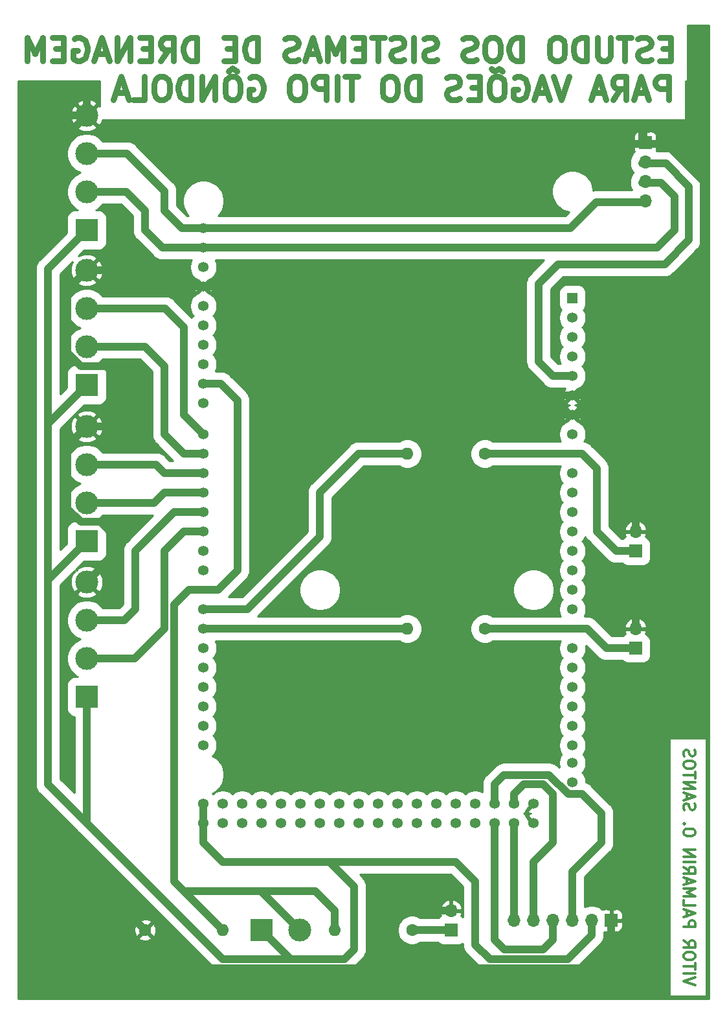
<source format=gbr>
%TF.GenerationSoftware,KiCad,Pcbnew,(5.1.10)-1*%
%TF.CreationDate,2021-10-19T20:43:56-03:00*%
%TF.ProjectId,placa_controle,706c6163-615f-4636-9f6e-74726f6c652e,rev?*%
%TF.SameCoordinates,Original*%
%TF.FileFunction,Copper,L2,Bot*%
%TF.FilePolarity,Positive*%
%FSLAX46Y46*%
G04 Gerber Fmt 4.6, Leading zero omitted, Abs format (unit mm)*
G04 Created by KiCad (PCBNEW (5.1.10)-1) date 2021-10-19 20:43:56*
%MOMM*%
%LPD*%
G01*
G04 APERTURE LIST*
%TA.AperFunction,NonConductor*%
%ADD10C,0.300000*%
%TD*%
%TA.AperFunction,NonConductor*%
%ADD11C,0.750000*%
%TD*%
%TA.AperFunction,ComponentPad*%
%ADD12O,1.700000X1.700000*%
%TD*%
%TA.AperFunction,ComponentPad*%
%ADD13R,1.700000X1.700000*%
%TD*%
%TA.AperFunction,ComponentPad*%
%ADD14O,1.600000X1.600000*%
%TD*%
%TA.AperFunction,ComponentPad*%
%ADD15C,1.600000*%
%TD*%
%TA.AperFunction,ComponentPad*%
%ADD16C,3.000000*%
%TD*%
%TA.AperFunction,ComponentPad*%
%ADD17R,3.000000X3.000000*%
%TD*%
%TA.AperFunction,ComponentPad*%
%ADD18R,1.358000X1.358000*%
%TD*%
%TA.AperFunction,ComponentPad*%
%ADD19C,1.358000*%
%TD*%
%TA.AperFunction,Conductor*%
%ADD20C,1.016000*%
%TD*%
%TA.AperFunction,Conductor*%
%ADD21C,0.254000*%
%TD*%
%TA.AperFunction,Conductor*%
%ADD22C,0.100000*%
%TD*%
G04 APERTURE END LIST*
D10*
X145601428Y-162113571D02*
X144101428Y-161613571D01*
X145601428Y-161113571D01*
X144101428Y-160613571D02*
X145601428Y-160613571D01*
X145601428Y-160113571D02*
X145601428Y-159256428D01*
X144101428Y-159685000D02*
X145601428Y-159685000D01*
X145601428Y-158470714D02*
X145601428Y-158185000D01*
X145530000Y-158042142D01*
X145387142Y-157899285D01*
X145101428Y-157827857D01*
X144601428Y-157827857D01*
X144315714Y-157899285D01*
X144172857Y-158042142D01*
X144101428Y-158185000D01*
X144101428Y-158470714D01*
X144172857Y-158613571D01*
X144315714Y-158756428D01*
X144601428Y-158827857D01*
X145101428Y-158827857D01*
X145387142Y-158756428D01*
X145530000Y-158613571D01*
X145601428Y-158470714D01*
X144101428Y-156327857D02*
X144815714Y-156827857D01*
X144101428Y-157185000D02*
X145601428Y-157185000D01*
X145601428Y-156613571D01*
X145530000Y-156470714D01*
X145458571Y-156399285D01*
X145315714Y-156327857D01*
X145101428Y-156327857D01*
X144958571Y-156399285D01*
X144887142Y-156470714D01*
X144815714Y-156613571D01*
X144815714Y-157185000D01*
X144101428Y-154542142D02*
X145601428Y-154542142D01*
X145601428Y-153970714D01*
X145530000Y-153827857D01*
X145458571Y-153756428D01*
X145315714Y-153685000D01*
X145101428Y-153685000D01*
X144958571Y-153756428D01*
X144887142Y-153827857D01*
X144815714Y-153970714D01*
X144815714Y-154542142D01*
X144530000Y-153113571D02*
X144530000Y-152399285D01*
X144101428Y-153256428D02*
X145601428Y-152756428D01*
X144101428Y-152256428D01*
X144101428Y-151042142D02*
X144101428Y-151756428D01*
X145601428Y-151756428D01*
X144101428Y-150542142D02*
X145601428Y-150542142D01*
X144530000Y-150042142D01*
X145601428Y-149542142D01*
X144101428Y-149542142D01*
X144530000Y-148899285D02*
X144530000Y-148185000D01*
X144101428Y-149042142D02*
X145601428Y-148542142D01*
X144101428Y-148042142D01*
X144101428Y-146685000D02*
X144815714Y-147185000D01*
X144101428Y-147542142D02*
X145601428Y-147542142D01*
X145601428Y-146970714D01*
X145530000Y-146827857D01*
X145458571Y-146756428D01*
X145315714Y-146685000D01*
X145101428Y-146685000D01*
X144958571Y-146756428D01*
X144887142Y-146827857D01*
X144815714Y-146970714D01*
X144815714Y-147542142D01*
X144101428Y-146042142D02*
X145601428Y-146042142D01*
X144101428Y-145327857D02*
X145601428Y-145327857D01*
X144101428Y-144470714D01*
X145601428Y-144470714D01*
X145601428Y-142327857D02*
X145601428Y-142042142D01*
X145530000Y-141899285D01*
X145387142Y-141756428D01*
X145101428Y-141685000D01*
X144601428Y-141685000D01*
X144315714Y-141756428D01*
X144172857Y-141899285D01*
X144101428Y-142042142D01*
X144101428Y-142327857D01*
X144172857Y-142470714D01*
X144315714Y-142613571D01*
X144601428Y-142685000D01*
X145101428Y-142685000D01*
X145387142Y-142613571D01*
X145530000Y-142470714D01*
X145601428Y-142327857D01*
X144244285Y-141042142D02*
X144172857Y-140970714D01*
X144101428Y-141042142D01*
X144172857Y-141113571D01*
X144244285Y-141042142D01*
X144101428Y-141042142D01*
X144172857Y-139256428D02*
X144101428Y-139042142D01*
X144101428Y-138685000D01*
X144172857Y-138542142D01*
X144244285Y-138470714D01*
X144387142Y-138399285D01*
X144530000Y-138399285D01*
X144672857Y-138470714D01*
X144744285Y-138542142D01*
X144815714Y-138685000D01*
X144887142Y-138970714D01*
X144958571Y-139113571D01*
X145030000Y-139185000D01*
X145172857Y-139256428D01*
X145315714Y-139256428D01*
X145458571Y-139185000D01*
X145530000Y-139113571D01*
X145601428Y-138970714D01*
X145601428Y-138613571D01*
X145530000Y-138399285D01*
X144530000Y-137827857D02*
X144530000Y-137113571D01*
X144101428Y-137970714D02*
X145601428Y-137470714D01*
X144101428Y-136970714D01*
X144101428Y-136470714D02*
X145601428Y-136470714D01*
X144101428Y-135613571D01*
X145601428Y-135613571D01*
X145601428Y-135113571D02*
X145601428Y-134256428D01*
X144101428Y-134685000D02*
X145601428Y-134685000D01*
X145601428Y-133470714D02*
X145601428Y-133185000D01*
X145530000Y-133042142D01*
X145387142Y-132899285D01*
X145101428Y-132827857D01*
X144601428Y-132827857D01*
X144315714Y-132899285D01*
X144172857Y-133042142D01*
X144101428Y-133185000D01*
X144101428Y-133470714D01*
X144172857Y-133613571D01*
X144315714Y-133756428D01*
X144601428Y-133827857D01*
X145101428Y-133827857D01*
X145387142Y-133756428D01*
X145530000Y-133613571D01*
X145601428Y-133470714D01*
X144172857Y-132256428D02*
X144101428Y-132042142D01*
X144101428Y-131685000D01*
X144172857Y-131542142D01*
X144244285Y-131470714D01*
X144387142Y-131399285D01*
X144530000Y-131399285D01*
X144672857Y-131470714D01*
X144744285Y-131542142D01*
X144815714Y-131685000D01*
X144887142Y-131970714D01*
X144958571Y-132113571D01*
X145030000Y-132185000D01*
X145172857Y-132256428D01*
X145315714Y-132256428D01*
X145458571Y-132185000D01*
X145530000Y-132113571D01*
X145601428Y-131970714D01*
X145601428Y-131613571D01*
X145530000Y-131399285D01*
D11*
X142116428Y-46442142D02*
X142116428Y-43442142D01*
X140973571Y-43442142D01*
X140687857Y-43585000D01*
X140545000Y-43727857D01*
X140402142Y-44013571D01*
X140402142Y-44442142D01*
X140545000Y-44727857D01*
X140687857Y-44870714D01*
X140973571Y-45013571D01*
X142116428Y-45013571D01*
X139259285Y-45585000D02*
X137830714Y-45585000D01*
X139545000Y-46442142D02*
X138545000Y-43442142D01*
X137545000Y-46442142D01*
X134830714Y-46442142D02*
X135830714Y-45013571D01*
X136545000Y-46442142D02*
X136545000Y-43442142D01*
X135402142Y-43442142D01*
X135116428Y-43585000D01*
X134973571Y-43727857D01*
X134830714Y-44013571D01*
X134830714Y-44442142D01*
X134973571Y-44727857D01*
X135116428Y-44870714D01*
X135402142Y-45013571D01*
X136545000Y-45013571D01*
X133687857Y-45585000D02*
X132259285Y-45585000D01*
X133973571Y-46442142D02*
X132973571Y-43442142D01*
X131973571Y-46442142D01*
X129116428Y-43442142D02*
X128116428Y-46442142D01*
X127116428Y-43442142D01*
X126259285Y-45585000D02*
X124830714Y-45585000D01*
X126545000Y-46442142D02*
X125545000Y-43442142D01*
X124545000Y-46442142D01*
X121973571Y-43585000D02*
X122259285Y-43442142D01*
X122687857Y-43442142D01*
X123116428Y-43585000D01*
X123402142Y-43870714D01*
X123545000Y-44156428D01*
X123687857Y-44727857D01*
X123687857Y-45156428D01*
X123545000Y-45727857D01*
X123402142Y-46013571D01*
X123116428Y-46299285D01*
X122687857Y-46442142D01*
X122402142Y-46442142D01*
X121973571Y-46299285D01*
X121830714Y-46156428D01*
X121830714Y-45156428D01*
X122402142Y-45156428D01*
X119973571Y-43442142D02*
X119402142Y-43442142D01*
X119116428Y-43585000D01*
X118830714Y-43870714D01*
X118687857Y-44442142D01*
X118687857Y-45442142D01*
X118830714Y-46013571D01*
X119116428Y-46299285D01*
X119402142Y-46442142D01*
X119973571Y-46442142D01*
X120259285Y-46299285D01*
X120545000Y-46013571D01*
X120687857Y-45442142D01*
X120687857Y-44442142D01*
X120545000Y-43870714D01*
X120259285Y-43585000D01*
X119973571Y-43442142D01*
X120402142Y-42727857D02*
X120259285Y-42585000D01*
X119973571Y-42442142D01*
X119402142Y-42727857D01*
X119116428Y-42585000D01*
X118973571Y-42442142D01*
X117402142Y-44870714D02*
X116402142Y-44870714D01*
X115973571Y-46442142D02*
X117402142Y-46442142D01*
X117402142Y-43442142D01*
X115973571Y-43442142D01*
X114830714Y-46299285D02*
X114402142Y-46442142D01*
X113687857Y-46442142D01*
X113402142Y-46299285D01*
X113259285Y-46156428D01*
X113116428Y-45870714D01*
X113116428Y-45585000D01*
X113259285Y-45299285D01*
X113402142Y-45156428D01*
X113687857Y-45013571D01*
X114259285Y-44870714D01*
X114545000Y-44727857D01*
X114687857Y-44585000D01*
X114830714Y-44299285D01*
X114830714Y-44013571D01*
X114687857Y-43727857D01*
X114545000Y-43585000D01*
X114259285Y-43442142D01*
X113545000Y-43442142D01*
X113116428Y-43585000D01*
X109545000Y-46442142D02*
X109545000Y-43442142D01*
X108830714Y-43442142D01*
X108402142Y-43585000D01*
X108116428Y-43870714D01*
X107973571Y-44156428D01*
X107830714Y-44727857D01*
X107830714Y-45156428D01*
X107973571Y-45727857D01*
X108116428Y-46013571D01*
X108402142Y-46299285D01*
X108830714Y-46442142D01*
X109545000Y-46442142D01*
X105973571Y-43442142D02*
X105402142Y-43442142D01*
X105116428Y-43585000D01*
X104830714Y-43870714D01*
X104687857Y-44442142D01*
X104687857Y-45442142D01*
X104830714Y-46013571D01*
X105116428Y-46299285D01*
X105402142Y-46442142D01*
X105973571Y-46442142D01*
X106259285Y-46299285D01*
X106545000Y-46013571D01*
X106687857Y-45442142D01*
X106687857Y-44442142D01*
X106545000Y-43870714D01*
X106259285Y-43585000D01*
X105973571Y-43442142D01*
X101545000Y-43442142D02*
X99830714Y-43442142D01*
X100687857Y-46442142D02*
X100687857Y-43442142D01*
X98830714Y-46442142D02*
X98830714Y-43442142D01*
X97402142Y-46442142D02*
X97402142Y-43442142D01*
X96259285Y-43442142D01*
X95973571Y-43585000D01*
X95830714Y-43727857D01*
X95687857Y-44013571D01*
X95687857Y-44442142D01*
X95830714Y-44727857D01*
X95973571Y-44870714D01*
X96259285Y-45013571D01*
X97402142Y-45013571D01*
X93830714Y-43442142D02*
X93259285Y-43442142D01*
X92973571Y-43585000D01*
X92687857Y-43870714D01*
X92545000Y-44442142D01*
X92545000Y-45442142D01*
X92687857Y-46013571D01*
X92973571Y-46299285D01*
X93259285Y-46442142D01*
X93830714Y-46442142D01*
X94116428Y-46299285D01*
X94402142Y-46013571D01*
X94545000Y-45442142D01*
X94545000Y-44442142D01*
X94402142Y-43870714D01*
X94116428Y-43585000D01*
X93830714Y-43442142D01*
X87402142Y-43585000D02*
X87687857Y-43442142D01*
X88116428Y-43442142D01*
X88545000Y-43585000D01*
X88830714Y-43870714D01*
X88973571Y-44156428D01*
X89116428Y-44727857D01*
X89116428Y-45156428D01*
X88973571Y-45727857D01*
X88830714Y-46013571D01*
X88545000Y-46299285D01*
X88116428Y-46442142D01*
X87830714Y-46442142D01*
X87402142Y-46299285D01*
X87259285Y-46156428D01*
X87259285Y-45156428D01*
X87830714Y-45156428D01*
X85402142Y-43442142D02*
X84830714Y-43442142D01*
X84545000Y-43585000D01*
X84259285Y-43870714D01*
X84116428Y-44442142D01*
X84116428Y-45442142D01*
X84259285Y-46013571D01*
X84545000Y-46299285D01*
X84830714Y-46442142D01*
X85402142Y-46442142D01*
X85687857Y-46299285D01*
X85973571Y-46013571D01*
X86116428Y-45442142D01*
X86116428Y-44442142D01*
X85973571Y-43870714D01*
X85687857Y-43585000D01*
X85402142Y-43442142D01*
X85687857Y-42727857D02*
X85116428Y-42299285D01*
X84545000Y-42727857D01*
X82830714Y-46442142D02*
X82830714Y-43442142D01*
X81116428Y-46442142D01*
X81116428Y-43442142D01*
X79687857Y-46442142D02*
X79687857Y-43442142D01*
X78973571Y-43442142D01*
X78545000Y-43585000D01*
X78259285Y-43870714D01*
X78116428Y-44156428D01*
X77973571Y-44727857D01*
X77973571Y-45156428D01*
X78116428Y-45727857D01*
X78259285Y-46013571D01*
X78545000Y-46299285D01*
X78973571Y-46442142D01*
X79687857Y-46442142D01*
X76116428Y-43442142D02*
X75545000Y-43442142D01*
X75259285Y-43585000D01*
X74973571Y-43870714D01*
X74830714Y-44442142D01*
X74830714Y-45442142D01*
X74973571Y-46013571D01*
X75259285Y-46299285D01*
X75545000Y-46442142D01*
X76116428Y-46442142D01*
X76402142Y-46299285D01*
X76687857Y-46013571D01*
X76830714Y-45442142D01*
X76830714Y-44442142D01*
X76687857Y-43870714D01*
X76402142Y-43585000D01*
X76116428Y-43442142D01*
X72116428Y-46442142D02*
X73545000Y-46442142D01*
X73545000Y-43442142D01*
X71259285Y-45585000D02*
X69830714Y-45585000D01*
X71545000Y-46442142D02*
X70545000Y-43442142D01*
X69545000Y-46442142D01*
X142401428Y-39790714D02*
X141401428Y-39790714D01*
X140972857Y-41362142D02*
X142401428Y-41362142D01*
X142401428Y-38362142D01*
X140972857Y-38362142D01*
X139830000Y-41219285D02*
X139401428Y-41362142D01*
X138687142Y-41362142D01*
X138401428Y-41219285D01*
X138258571Y-41076428D01*
X138115714Y-40790714D01*
X138115714Y-40505000D01*
X138258571Y-40219285D01*
X138401428Y-40076428D01*
X138687142Y-39933571D01*
X139258571Y-39790714D01*
X139544285Y-39647857D01*
X139687142Y-39505000D01*
X139830000Y-39219285D01*
X139830000Y-38933571D01*
X139687142Y-38647857D01*
X139544285Y-38505000D01*
X139258571Y-38362142D01*
X138544285Y-38362142D01*
X138115714Y-38505000D01*
X137258571Y-38362142D02*
X135544285Y-38362142D01*
X136401428Y-41362142D02*
X136401428Y-38362142D01*
X134544285Y-38362142D02*
X134544285Y-40790714D01*
X134401428Y-41076428D01*
X134258571Y-41219285D01*
X133972857Y-41362142D01*
X133401428Y-41362142D01*
X133115714Y-41219285D01*
X132972857Y-41076428D01*
X132830000Y-40790714D01*
X132830000Y-38362142D01*
X131401428Y-41362142D02*
X131401428Y-38362142D01*
X130687142Y-38362142D01*
X130258571Y-38505000D01*
X129972857Y-38790714D01*
X129830000Y-39076428D01*
X129687142Y-39647857D01*
X129687142Y-40076428D01*
X129830000Y-40647857D01*
X129972857Y-40933571D01*
X130258571Y-41219285D01*
X130687142Y-41362142D01*
X131401428Y-41362142D01*
X127830000Y-38362142D02*
X127258571Y-38362142D01*
X126972857Y-38505000D01*
X126687142Y-38790714D01*
X126544285Y-39362142D01*
X126544285Y-40362142D01*
X126687142Y-40933571D01*
X126972857Y-41219285D01*
X127258571Y-41362142D01*
X127830000Y-41362142D01*
X128115714Y-41219285D01*
X128401428Y-40933571D01*
X128544285Y-40362142D01*
X128544285Y-39362142D01*
X128401428Y-38790714D01*
X128115714Y-38505000D01*
X127830000Y-38362142D01*
X122972857Y-41362142D02*
X122972857Y-38362142D01*
X122258571Y-38362142D01*
X121830000Y-38505000D01*
X121544285Y-38790714D01*
X121401428Y-39076428D01*
X121258571Y-39647857D01*
X121258571Y-40076428D01*
X121401428Y-40647857D01*
X121544285Y-40933571D01*
X121830000Y-41219285D01*
X122258571Y-41362142D01*
X122972857Y-41362142D01*
X119401428Y-38362142D02*
X118830000Y-38362142D01*
X118544285Y-38505000D01*
X118258571Y-38790714D01*
X118115714Y-39362142D01*
X118115714Y-40362142D01*
X118258571Y-40933571D01*
X118544285Y-41219285D01*
X118830000Y-41362142D01*
X119401428Y-41362142D01*
X119687142Y-41219285D01*
X119972857Y-40933571D01*
X120115714Y-40362142D01*
X120115714Y-39362142D01*
X119972857Y-38790714D01*
X119687142Y-38505000D01*
X119401428Y-38362142D01*
X116972857Y-41219285D02*
X116544285Y-41362142D01*
X115830000Y-41362142D01*
X115544285Y-41219285D01*
X115401428Y-41076428D01*
X115258571Y-40790714D01*
X115258571Y-40505000D01*
X115401428Y-40219285D01*
X115544285Y-40076428D01*
X115830000Y-39933571D01*
X116401428Y-39790714D01*
X116687142Y-39647857D01*
X116830000Y-39505000D01*
X116972857Y-39219285D01*
X116972857Y-38933571D01*
X116830000Y-38647857D01*
X116687142Y-38505000D01*
X116401428Y-38362142D01*
X115687142Y-38362142D01*
X115258571Y-38505000D01*
X111830000Y-41219285D02*
X111401428Y-41362142D01*
X110687142Y-41362142D01*
X110401428Y-41219285D01*
X110258571Y-41076428D01*
X110115714Y-40790714D01*
X110115714Y-40505000D01*
X110258571Y-40219285D01*
X110401428Y-40076428D01*
X110687142Y-39933571D01*
X111258571Y-39790714D01*
X111544285Y-39647857D01*
X111687142Y-39505000D01*
X111830000Y-39219285D01*
X111830000Y-38933571D01*
X111687142Y-38647857D01*
X111544285Y-38505000D01*
X111258571Y-38362142D01*
X110544285Y-38362142D01*
X110115714Y-38505000D01*
X108830000Y-41362142D02*
X108830000Y-38362142D01*
X107544285Y-41219285D02*
X107115714Y-41362142D01*
X106401428Y-41362142D01*
X106115714Y-41219285D01*
X105972857Y-41076428D01*
X105830000Y-40790714D01*
X105830000Y-40505000D01*
X105972857Y-40219285D01*
X106115714Y-40076428D01*
X106401428Y-39933571D01*
X106972857Y-39790714D01*
X107258571Y-39647857D01*
X107401428Y-39505000D01*
X107544285Y-39219285D01*
X107544285Y-38933571D01*
X107401428Y-38647857D01*
X107258571Y-38505000D01*
X106972857Y-38362142D01*
X106258571Y-38362142D01*
X105830000Y-38505000D01*
X104972857Y-38362142D02*
X103258571Y-38362142D01*
X104115714Y-41362142D02*
X104115714Y-38362142D01*
X102258571Y-39790714D02*
X101258571Y-39790714D01*
X100830000Y-41362142D02*
X102258571Y-41362142D01*
X102258571Y-38362142D01*
X100830000Y-38362142D01*
X99544285Y-41362142D02*
X99544285Y-38362142D01*
X98544285Y-40505000D01*
X97544285Y-38362142D01*
X97544285Y-41362142D01*
X96258571Y-40505000D02*
X94830000Y-40505000D01*
X96544285Y-41362142D02*
X95544285Y-38362142D01*
X94544285Y-41362142D01*
X93687142Y-41219285D02*
X93258571Y-41362142D01*
X92544285Y-41362142D01*
X92258571Y-41219285D01*
X92115714Y-41076428D01*
X91972857Y-40790714D01*
X91972857Y-40505000D01*
X92115714Y-40219285D01*
X92258571Y-40076428D01*
X92544285Y-39933571D01*
X93115714Y-39790714D01*
X93401428Y-39647857D01*
X93544285Y-39505000D01*
X93687142Y-39219285D01*
X93687142Y-38933571D01*
X93544285Y-38647857D01*
X93401428Y-38505000D01*
X93115714Y-38362142D01*
X92401428Y-38362142D01*
X91972857Y-38505000D01*
X88401428Y-41362142D02*
X88401428Y-38362142D01*
X87687142Y-38362142D01*
X87258571Y-38505000D01*
X86972857Y-38790714D01*
X86830000Y-39076428D01*
X86687142Y-39647857D01*
X86687142Y-40076428D01*
X86830000Y-40647857D01*
X86972857Y-40933571D01*
X87258571Y-41219285D01*
X87687142Y-41362142D01*
X88401428Y-41362142D01*
X85401428Y-39790714D02*
X84401428Y-39790714D01*
X83972857Y-41362142D02*
X85401428Y-41362142D01*
X85401428Y-38362142D01*
X83972857Y-38362142D01*
X80401428Y-41362142D02*
X80401428Y-38362142D01*
X79687142Y-38362142D01*
X79258571Y-38505000D01*
X78972857Y-38790714D01*
X78830000Y-39076428D01*
X78687142Y-39647857D01*
X78687142Y-40076428D01*
X78830000Y-40647857D01*
X78972857Y-40933571D01*
X79258571Y-41219285D01*
X79687142Y-41362142D01*
X80401428Y-41362142D01*
X75687142Y-41362142D02*
X76687142Y-39933571D01*
X77401428Y-41362142D02*
X77401428Y-38362142D01*
X76258571Y-38362142D01*
X75972857Y-38505000D01*
X75830000Y-38647857D01*
X75687142Y-38933571D01*
X75687142Y-39362142D01*
X75830000Y-39647857D01*
X75972857Y-39790714D01*
X76258571Y-39933571D01*
X77401428Y-39933571D01*
X74401428Y-39790714D02*
X73401428Y-39790714D01*
X72972857Y-41362142D02*
X74401428Y-41362142D01*
X74401428Y-38362142D01*
X72972857Y-38362142D01*
X71687142Y-41362142D02*
X71687142Y-38362142D01*
X69972857Y-41362142D01*
X69972857Y-38362142D01*
X68687142Y-40505000D02*
X67258571Y-40505000D01*
X68972857Y-41362142D02*
X67972857Y-38362142D01*
X66972857Y-41362142D01*
X64401428Y-38505000D02*
X64687142Y-38362142D01*
X65115714Y-38362142D01*
X65544285Y-38505000D01*
X65830000Y-38790714D01*
X65972857Y-39076428D01*
X66115714Y-39647857D01*
X66115714Y-40076428D01*
X65972857Y-40647857D01*
X65830000Y-40933571D01*
X65544285Y-41219285D01*
X65115714Y-41362142D01*
X64830000Y-41362142D01*
X64401428Y-41219285D01*
X64258571Y-41076428D01*
X64258571Y-40076428D01*
X64830000Y-40076428D01*
X62972857Y-39790714D02*
X61972857Y-39790714D01*
X61544285Y-41362142D02*
X62972857Y-41362142D01*
X62972857Y-38362142D01*
X61544285Y-38362142D01*
X60258571Y-41362142D02*
X60258571Y-38362142D01*
X59258571Y-40505000D01*
X58258571Y-38362142D01*
X58258571Y-41362142D01*
D12*
%TO.P,J9,4*%
%TO.N,/SDA*%
X139065000Y-59690000D03*
%TO.P,J9,3*%
%TO.N,/SCL*%
X139065000Y-57150000D03*
%TO.P,J9,2*%
%TO.N,+5V*%
X139065000Y-54610000D03*
D13*
%TO.P,J9,1*%
%TO.N,GND*%
X139065000Y-52070000D03*
%TD*%
D12*
%TO.P,J4,2*%
%TO.N,GND*%
X113665000Y-152400000D03*
D13*
%TO.P,J4,1*%
%TO.N,Net-(J4-Pad1)*%
X113665000Y-154940000D03*
%TD*%
D12*
%TO.P,J3,2*%
%TO.N,GND*%
X137795000Y-102870000D03*
D13*
%TO.P,J3,1*%
%TO.N,Net-(J3-Pad1)*%
X137795000Y-105410000D03*
%TD*%
D12*
%TO.P,J2,2*%
%TO.N,GND*%
X137795000Y-115570000D03*
D13*
%TO.P,J2,1*%
%TO.N,Net-(J2-Pad1)*%
X137795000Y-118110000D03*
%TD*%
D12*
%TO.P,U2,6*%
%TO.N,/CS*%
X121920000Y-153670000D03*
%TO.P,U2,5*%
%TO.N,/SCK*%
X124460000Y-153670000D03*
%TO.P,U2,4*%
%TO.N,/MOSI*%
X127000000Y-153670000D03*
%TO.P,U2,3*%
%TO.N,/MISO*%
X129540000Y-153670000D03*
%TO.P,U2,2*%
%TO.N,+5V*%
X132080000Y-153670000D03*
D13*
%TO.P,U2,1*%
%TO.N,GND*%
X134620000Y-153670000D03*
%TD*%
D14*
%TO.P,R4,2*%
%TO.N,/chave*%
X98425000Y-154940000D03*
D15*
%TO.P,R4,1*%
%TO.N,Net-(J4-Pad1)*%
X108585000Y-154940000D03*
%TD*%
D14*
%TO.P,R3,2*%
%TO.N,/chave*%
X83820000Y-154940000D03*
D15*
%TO.P,R3,1*%
%TO.N,GND*%
X73660000Y-154940000D03*
%TD*%
D14*
%TO.P,R2,2*%
%TO.N,/ledCode*%
X107950000Y-92710000D03*
D15*
%TO.P,R2,1*%
%TO.N,Net-(J3-Pad1)*%
X118110000Y-92710000D03*
%TD*%
D14*
%TO.P,R1,2*%
%TO.N,/ledSD*%
X107950000Y-115570000D03*
D15*
%TO.P,R1,1*%
%TO.N,Net-(J2-Pad1)*%
X118110000Y-115570000D03*
%TD*%
D16*
%TO.P,J8,4*%
%TO.N,GND*%
X66040000Y-68740000D03*
%TO.P,J8,3*%
%TO.N,/triggerTres*%
X66040000Y-73740000D03*
%TO.P,J8,2*%
%TO.N,/echoTres*%
X66040000Y-78740000D03*
D17*
%TO.P,J8,1*%
%TO.N,+5V*%
X66040000Y-83740000D03*
%TD*%
D16*
%TO.P,J7,4*%
%TO.N,GND*%
X66040000Y-89140000D03*
%TO.P,J7,3*%
%TO.N,/triggerDois*%
X66040000Y-94140000D03*
%TO.P,J7,2*%
%TO.N,/echoDois*%
X66040000Y-99140000D03*
D17*
%TO.P,J7,1*%
%TO.N,+5V*%
X66040000Y-104140000D03*
%TD*%
D16*
%TO.P,J6,4*%
%TO.N,GND*%
X66040000Y-109460000D03*
%TO.P,J6,3*%
%TO.N,/triggerUm*%
X66040000Y-114460000D03*
%TO.P,J6,2*%
%TO.N,/echoUm*%
X66040000Y-119460000D03*
D17*
%TO.P,J6,1*%
%TO.N,+5V*%
X66040000Y-124460000D03*
%TD*%
D16*
%TO.P,J5,4*%
%TO.N,GND*%
X66040000Y-48500000D03*
%TO.P,J5,3*%
%TO.N,/SCL*%
X66040000Y-53500000D03*
%TO.P,J5,2*%
%TO.N,/SDA*%
X66040000Y-58500000D03*
D17*
%TO.P,J5,1*%
%TO.N,+5V*%
X66040000Y-63500000D03*
%TD*%
D16*
%TO.P,J1,2*%
%TO.N,/chave*%
X93900000Y-154940000D03*
D17*
%TO.P,J1,1*%
%TO.N,+5V*%
X88900000Y-154940000D03*
%TD*%
D18*
%TO.P,A1,NC*%
%TO.N,Net-(A1-PadNC)*%
X129540000Y-72390000D03*
D19*
%TO.P,A1,IOREF*%
%TO.N,Net-(A1-PadIOREF)*%
X129540000Y-74930000D03*
%TO.P,A1,RESET*%
%TO.N,Net-(A1-PadRESET)*%
X129540000Y-77470000D03*
%TO.P,A1,3V3*%
%TO.N,Net-(A1-Pad3V3)*%
X129540000Y-80010000D03*
%TO.P,A1,5V_1*%
%TO.N,+5V*%
X129540000Y-82550000D03*
%TO.P,A1,GND1*%
%TO.N,GND*%
X129540000Y-85090000D03*
%TO.P,A1,GND2*%
X129540000Y-87630000D03*
%TO.P,A1,VIN*%
%TO.N,Net-(A1-PadVIN)*%
X129540000Y-90170000D03*
%TO.P,A1,AD0*%
%TO.N,Net-(A1-PadAD0)*%
X129540000Y-95250000D03*
%TO.P,A1,AD1*%
%TO.N,Net-(A1-PadAD1)*%
X129540000Y-97790000D03*
%TO.P,A1,AD2*%
%TO.N,Net-(A1-PadAD2)*%
X129540000Y-100330000D03*
%TO.P,A1,AD3*%
%TO.N,Net-(A1-PadAD3)*%
X129540000Y-102870000D03*
%TO.P,A1,AD4*%
%TO.N,Net-(A1-PadAD4)*%
X129540000Y-105410000D03*
%TO.P,A1,AD5*%
%TO.N,Net-(A1-PadAD5)*%
X129540000Y-107950000D03*
%TO.P,A1,AD6*%
%TO.N,Net-(A1-PadAD6)*%
X129540000Y-110490000D03*
%TO.P,A1,AD7*%
%TO.N,Net-(A1-PadAD7)*%
X129540000Y-113030000D03*
%TO.P,A1,AD8*%
%TO.N,Net-(A1-PadAD8)*%
X129540000Y-118110000D03*
%TO.P,A1,AD9*%
%TO.N,Net-(A1-PadAD9)*%
X129540000Y-120650000D03*
%TO.P,A1,AD10*%
%TO.N,Net-(A1-PadAD10)*%
X129540000Y-123190000D03*
%TO.P,A1,AD11*%
%TO.N,Net-(A1-PadAD11)*%
X129540000Y-125730000D03*
%TO.P,A1,AD12*%
%TO.N,Net-(A1-PadAD12)*%
X129540000Y-128270000D03*
%TO.P,A1,AD13*%
%TO.N,Net-(A1-PadAD13)*%
X129540000Y-130810000D03*
%TO.P,A1,AD14*%
%TO.N,Net-(A1-PadAD14)*%
X129540000Y-133096000D03*
%TO.P,A1,AD15*%
%TO.N,Net-(A1-PadAD15)*%
X129540000Y-135636000D03*
%TO.P,A1,GND5*%
%TO.N,GND*%
X124460000Y-140970000D03*
%TO.P,A1,GND4*%
X124460000Y-138430000D03*
%TO.P,A1,53*%
%TO.N,/CS*%
X121920000Y-140970000D03*
%TO.P,A1,52*%
%TO.N,/SCK*%
X121920000Y-138430000D03*
%TO.P,A1,51*%
%TO.N,/MOSI*%
X119380000Y-140970000D03*
%TO.P,A1,50*%
%TO.N,/MISO*%
X119380000Y-138430000D03*
%TO.P,A1,49*%
%TO.N,Net-(A1-Pad49)*%
X116840000Y-140970000D03*
%TO.P,A1,48*%
%TO.N,Net-(A1-Pad48)*%
X116840000Y-138430000D03*
%TO.P,A1,46*%
%TO.N,Net-(A1-Pad46)*%
X114300000Y-138430000D03*
%TO.P,A1,47*%
%TO.N,Net-(A1-Pad47)*%
X114300000Y-140970000D03*
%TO.P,A1,44*%
%TO.N,Net-(A1-Pad44)*%
X111760000Y-138430000D03*
%TO.P,A1,45*%
%TO.N,Net-(A1-Pad45)*%
X111760000Y-140970000D03*
%TO.P,A1,42*%
%TO.N,Net-(A1-Pad42)*%
X109220000Y-138430000D03*
%TO.P,A1,43*%
%TO.N,Net-(A1-Pad43)*%
X109220000Y-140970000D03*
%TO.P,A1,40*%
%TO.N,Net-(A1-Pad40)*%
X106680000Y-138430000D03*
%TO.P,A1,41*%
%TO.N,Net-(A1-Pad41)*%
X106680000Y-140970000D03*
%TO.P,A1,38*%
%TO.N,Net-(A1-Pad38)*%
X104140000Y-138430000D03*
%TO.P,A1,39*%
%TO.N,Net-(A1-Pad39)*%
X104140000Y-140970000D03*
%TO.P,A1,36*%
%TO.N,Net-(A1-Pad36)*%
X101600000Y-138430000D03*
%TO.P,A1,37*%
%TO.N,Net-(A1-Pad37)*%
X101600000Y-140970000D03*
%TO.P,A1,34*%
%TO.N,Net-(A1-Pad34)*%
X99060000Y-138430000D03*
%TO.P,A1,35*%
%TO.N,Net-(A1-Pad35)*%
X99060000Y-140970000D03*
%TO.P,A1,32*%
%TO.N,Net-(A1-Pad32)*%
X96520000Y-138430000D03*
%TO.P,A1,33*%
%TO.N,Net-(A1-Pad33)*%
X96520000Y-140970000D03*
%TO.P,A1,30*%
%TO.N,Net-(A1-Pad30)*%
X93980000Y-138430000D03*
%TO.P,A1,31*%
%TO.N,Net-(A1-Pad31)*%
X93980000Y-140970000D03*
%TO.P,A1,28*%
%TO.N,Net-(A1-Pad28)*%
X91440000Y-138430000D03*
%TO.P,A1,29*%
%TO.N,Net-(A1-Pad29)*%
X91440000Y-140970000D03*
%TO.P,A1,26*%
%TO.N,Net-(A1-Pad26)*%
X88900000Y-138430000D03*
%TO.P,A1,27*%
%TO.N,Net-(A1-Pad27)*%
X88900000Y-140970000D03*
%TO.P,A1,24*%
%TO.N,Net-(A1-Pad24)*%
X86360000Y-138430000D03*
%TO.P,A1,25*%
%TO.N,Net-(A1-Pad25)*%
X86360000Y-140970000D03*
%TO.P,A1,22*%
%TO.N,Net-(A1-Pad22)*%
X83820000Y-138430000D03*
%TO.P,A1,23*%
%TO.N,Net-(A1-Pad23)*%
X83820000Y-140970000D03*
%TO.P,A1,5V_2*%
%TO.N,+5V*%
X81280000Y-138430000D03*
%TO.P,A1,5V_3*%
X81280000Y-140970000D03*
%TO.P,A1,21*%
%TO.N,Net-(A1-Pad21)*%
X81280000Y-130810000D03*
%TO.P,A1,20*%
%TO.N,Net-(A1-Pad20)*%
X81280000Y-128270000D03*
%TO.P,A1,19*%
%TO.N,Net-(A1-Pad19)*%
X81280000Y-125730000D03*
%TO.P,A1,18*%
%TO.N,Net-(A1-Pad18)*%
X81280000Y-123190000D03*
%TO.P,A1,17*%
%TO.N,Net-(A1-Pad17)*%
X81280000Y-120650000D03*
%TO.P,A1,16*%
%TO.N,Net-(A1-Pad16)*%
X81280000Y-118110000D03*
%TO.P,A1,15*%
%TO.N,/ledSD*%
X81280000Y-115570000D03*
%TO.P,A1,14*%
%TO.N,/ledCode*%
X81280000Y-113030000D03*
%TO.P,A1,0*%
%TO.N,Net-(A1-Pad0)*%
X81280000Y-107950000D03*
%TO.P,A1,1*%
%TO.N,Net-(A1-Pad1)*%
X81280000Y-105410000D03*
%TO.P,A1,2*%
%TO.N,/echoUm*%
X81280000Y-102870000D03*
%TO.P,A1,3*%
%TO.N,/triggerUm*%
X81280000Y-100330000D03*
%TO.P,A1,4*%
%TO.N,/echoDois*%
X81280000Y-97790000D03*
%TO.P,A1,5*%
%TO.N,/triggerDois*%
X81280000Y-95250000D03*
%TO.P,A1,6*%
%TO.N,/echoTres*%
X81280000Y-92710000D03*
%TO.P,A1,7*%
%TO.N,/triggerTres*%
X81280000Y-90170000D03*
%TO.P,A1,8*%
%TO.N,/led*%
X81280000Y-86106000D03*
%TO.P,A1,9*%
%TO.N,/chave*%
X81280000Y-83566000D03*
%TO.P,A1,10*%
%TO.N,/motor*%
X81280000Y-81026000D03*
%TO.P,A1,11*%
%TO.N,Net-(A1-Pad11)*%
X81280000Y-78486000D03*
%TO.P,A1,12*%
%TO.N,Net-(A1-Pad12)*%
X81280000Y-75946000D03*
%TO.P,A1,13*%
%TO.N,Net-(A1-Pad13)*%
X81280000Y-73406000D03*
%TO.P,A1,GND3*%
%TO.N,GND*%
X81280000Y-70866000D03*
%TO.P,A1,AREF*%
%TO.N,Net-(A1-PadAREF)*%
X81280000Y-68326000D03*
%TO.P,A1,SDA*%
%TO.N,/SDA*%
X81280000Y-65786000D03*
%TO.P,A1,SCL*%
%TO.N,/SCL*%
X81280000Y-63246000D03*
%TD*%
D20*
%TO.N,+5V*%
X66040000Y-124460000D02*
X66040000Y-140970000D01*
X60960000Y-109220000D02*
X66040000Y-104140000D01*
X60960000Y-135890000D02*
X60960000Y-109220000D01*
X66040000Y-140970000D02*
X60960000Y-135890000D01*
X60960000Y-88820000D02*
X66040000Y-83740000D01*
X60960000Y-109220000D02*
X60960000Y-88820000D01*
X60960000Y-88820000D02*
X60960000Y-68580000D01*
X60960000Y-68580000D02*
X66040000Y-63500000D01*
X127000000Y-82550000D02*
X129540000Y-82550000D01*
X100965000Y-149225000D02*
X100965000Y-157480000D01*
X97790000Y-146050000D02*
X100965000Y-149225000D01*
X100965000Y-157480000D02*
X99695000Y-158750000D01*
X83820000Y-146050000D02*
X97790000Y-146050000D01*
X81280000Y-143510000D02*
X83820000Y-146050000D01*
X81280000Y-140970000D02*
X81280000Y-143510000D01*
X132080000Y-155575000D02*
X132080000Y-153670000D01*
X128905000Y-158750000D02*
X132080000Y-155575000D01*
X83820000Y-158750000D02*
X84455000Y-158750000D01*
X66040000Y-140970000D02*
X83820000Y-158750000D01*
X90170000Y-158750000D02*
X84455000Y-158750000D01*
X88900000Y-154940000D02*
X92710000Y-158750000D01*
X92710000Y-158750000D02*
X90170000Y-158750000D01*
X99695000Y-158750000D02*
X92710000Y-158750000D01*
X81280000Y-140970000D02*
X81280000Y-138430000D01*
X116840000Y-156845000D02*
X118745000Y-158750000D01*
X116840000Y-148590000D02*
X116840000Y-156845000D01*
X114300000Y-146050000D02*
X116840000Y-148590000D01*
X97790000Y-146050000D02*
X114300000Y-146050000D01*
X118745000Y-158750000D02*
X128905000Y-158750000D01*
X138684000Y-54802400D02*
X141797400Y-54802400D01*
X141797400Y-54802400D02*
X144780000Y-57785000D01*
X144780000Y-57785000D02*
X144780000Y-64770000D01*
X144780000Y-64770000D02*
X141605000Y-67945000D01*
X141605000Y-67945000D02*
X127635000Y-67945000D01*
X127635000Y-67945000D02*
X125095000Y-70485000D01*
X127000000Y-82550000D02*
X125095000Y-80645000D01*
X125095000Y-70485000D02*
X125095000Y-80645000D01*
%TO.N,GND*%
X66040000Y-68740000D02*
X70010000Y-68740000D01*
X72136000Y-70866000D02*
X81280000Y-70866000D01*
X70010000Y-68740000D02*
X72136000Y-70866000D01*
X66040000Y-89140000D02*
X63500000Y-91680000D01*
X63500000Y-99867842D02*
X65232158Y-101600000D01*
X63500000Y-91680000D02*
X63500000Y-99867842D01*
X67774402Y-101600000D02*
X69850000Y-103675598D01*
X65232158Y-101600000D02*
X67774402Y-101600000D01*
X69850000Y-105650000D02*
X66040000Y-109460000D01*
X69850000Y-103675598D02*
X69850000Y-105650000D01*
X66040000Y-89140000D02*
X68340000Y-89140000D01*
X68340000Y-89140000D02*
X71120000Y-86360000D01*
X71120000Y-86360000D02*
X71120000Y-83820000D01*
X71120000Y-83820000D02*
X68580000Y-81280000D01*
X65312158Y-81280000D02*
X63500000Y-79467842D01*
X68580000Y-81280000D02*
X65312158Y-81280000D01*
X63500000Y-71280000D02*
X66040000Y-68740000D01*
X63500000Y-79467842D02*
X63500000Y-71280000D01*
X58420000Y-56120000D02*
X66040000Y-48500000D01*
X58420000Y-139700000D02*
X58420000Y-56120000D01*
X131498990Y-159966010D02*
X134620000Y-156845000D01*
X134620000Y-156845000D02*
X134620000Y-153670000D01*
X104140000Y-156845000D02*
X107261010Y-159966010D01*
X104140000Y-154940000D02*
X104140000Y-156845000D01*
X106680000Y-152400000D02*
X104140000Y-154940000D01*
X113665000Y-152400000D02*
X106680000Y-152400000D01*
X108531010Y-159966010D02*
X74876010Y-159966010D01*
X107261010Y-159966010D02*
X108531010Y-159966010D01*
X108531010Y-159966010D02*
X131498990Y-159966010D01*
X70485000Y-155575000D02*
X70485000Y-151765000D01*
X74876010Y-159966010D02*
X70485000Y-155575000D01*
X70485000Y-151765000D02*
X58420000Y-139700000D01*
X73660000Y-154940000D02*
X70485000Y-151765000D01*
X133350000Y-83820000D02*
X132080000Y-85090000D01*
X133350000Y-76200000D02*
X133350000Y-83820000D01*
X135890000Y-73660000D02*
X133350000Y-76200000D01*
X140970000Y-73660000D02*
X135890000Y-73660000D01*
X146685000Y-67945000D02*
X140970000Y-73660000D01*
X141797400Y-52262400D02*
X146685000Y-57150000D01*
X138684000Y-52262400D02*
X141797400Y-52262400D01*
X132080000Y-85090000D02*
X129540000Y-85090000D01*
X146685000Y-64770000D02*
X146685000Y-67945000D01*
X146685000Y-57150000D02*
X146685000Y-64770000D01*
X129540000Y-87630000D02*
X128270000Y-87630000D01*
X129540000Y-85090000D02*
X127000000Y-85090000D01*
X81280000Y-70866000D02*
X82804000Y-70866000D01*
X138684000Y-52262400D02*
X138684000Y-50546000D01*
X138684000Y-52262400D02*
X137352400Y-52262400D01*
X65800000Y-48260000D02*
X66040000Y-48500000D01*
X66040000Y-48500000D02*
X62470000Y-48500000D01*
X66040000Y-48500000D02*
X66040000Y-45720000D01*
X140335000Y-109855000D02*
X137795000Y-112395000D01*
X137795000Y-112395000D02*
X137795000Y-115570000D01*
X140335000Y-95885000D02*
X140335000Y-109855000D01*
X129540000Y-87630000D02*
X132080000Y-87630000D01*
X137795000Y-102870000D02*
X137795000Y-93345000D01*
X137795000Y-93345000D02*
X136207500Y-91757500D01*
X136207500Y-91757500D02*
X140335000Y-95885000D01*
X132080000Y-87630000D02*
X136207500Y-91757500D01*
%TO.N,/CS*%
X121920000Y-151130000D02*
X121920000Y-140970000D01*
X121920000Y-153670000D02*
X121920000Y-151130000D01*
%TO.N,/SCK*%
X121920000Y-137160000D02*
X121920000Y-138430000D01*
X123190000Y-135890000D02*
X121920000Y-137160000D01*
X127000000Y-137160000D02*
X125730000Y-135890000D01*
X125730000Y-135890000D02*
X123190000Y-135890000D01*
X127000000Y-143510000D02*
X127000000Y-137160000D01*
X124460000Y-146050000D02*
X127000000Y-143510000D01*
X124460000Y-153670000D02*
X124460000Y-146050000D01*
%TO.N,/MOSI*%
X119380000Y-153670000D02*
X119380000Y-140970000D01*
X119380000Y-156210000D02*
X119380000Y-153670000D01*
X125730000Y-157480000D02*
X120650000Y-157480000D01*
X127000000Y-156210000D02*
X125730000Y-157480000D01*
X120650000Y-157480000D02*
X119380000Y-156210000D01*
X127000000Y-153670000D02*
X127000000Y-156210000D01*
%TO.N,/MISO*%
X120596010Y-134673990D02*
X119380000Y-135890000D01*
X126525228Y-134673990D02*
X120596010Y-134673990D01*
X129011238Y-137160000D02*
X126525228Y-134673990D01*
X133350000Y-139700000D02*
X130810000Y-137160000D01*
X133350000Y-143510000D02*
X133350000Y-139700000D01*
X129540000Y-147320000D02*
X133350000Y-143510000D01*
X119380000Y-135890000D02*
X119380000Y-138430000D01*
X130810000Y-137160000D02*
X129011238Y-137160000D01*
X129540000Y-151130000D02*
X129540000Y-147320000D01*
X129540000Y-153670000D02*
X129540000Y-151130000D01*
%TO.N,/echoUm*%
X72310000Y-119460000D02*
X66040000Y-119460000D01*
X76200000Y-115570000D02*
X72310000Y-119460000D01*
X76200000Y-105410000D02*
X76200000Y-115570000D01*
X78740000Y-102870000D02*
X76200000Y-105410000D01*
X81280000Y-102870000D02*
X78740000Y-102870000D01*
%TO.N,/triggerUm*%
X66040000Y-114460000D02*
X70960000Y-114460000D01*
X70960000Y-114460000D02*
X72390000Y-113030000D01*
X72390000Y-113030000D02*
X72390000Y-105410000D01*
X77470000Y-100330000D02*
X81280000Y-100330000D01*
X72390000Y-105410000D02*
X77470000Y-100330000D01*
%TO.N,/echoDois*%
X66040000Y-99140000D02*
X74850000Y-99140000D01*
X76200000Y-97790000D02*
X81280000Y-97790000D01*
X74850000Y-99140000D02*
X76200000Y-97790000D01*
%TO.N,/triggerDois*%
X66040000Y-94140000D02*
X75090000Y-94140000D01*
X76200000Y-95250000D02*
X81280000Y-95250000D01*
X75090000Y-94140000D02*
X76200000Y-95250000D01*
%TO.N,/echoTres*%
X78740000Y-92710000D02*
X81280000Y-92710000D01*
X73660000Y-78740000D02*
X76200000Y-81280000D01*
X76200000Y-90170000D02*
X78740000Y-92710000D01*
X76200000Y-81280000D02*
X76200000Y-90170000D01*
X66040000Y-78740000D02*
X73660000Y-78740000D01*
%TO.N,/triggerTres*%
X66040000Y-73740000D02*
X76280000Y-73740000D01*
X76280000Y-73740000D02*
X78740000Y-76200000D01*
X78740000Y-87630000D02*
X81280000Y-90170000D01*
X78740000Y-76200000D02*
X78740000Y-87630000D01*
%TO.N,/chave*%
X79375000Y-110490000D02*
X83185000Y-110490000D01*
X85725000Y-107950000D02*
X85725000Y-85725000D01*
X83185000Y-110490000D02*
X85725000Y-107950000D01*
X77470000Y-112395000D02*
X79375000Y-110490000D01*
X85725000Y-85725000D02*
X83566000Y-83566000D01*
X83566000Y-83566000D02*
X81280000Y-83566000D01*
X77470000Y-146050000D02*
X77470000Y-112395000D01*
X88820000Y-149860000D02*
X93900000Y-154940000D01*
X87630000Y-149860000D02*
X95885000Y-149860000D01*
X81280000Y-149860000D02*
X87630000Y-149860000D01*
X87630000Y-149860000D02*
X88820000Y-149860000D01*
X98425000Y-152400000D02*
X98425000Y-154940000D01*
X95885000Y-149860000D02*
X98425000Y-152400000D01*
X77470000Y-148590000D02*
X77470000Y-146050000D01*
X81280000Y-149860000D02*
X78740000Y-149860000D01*
X78740000Y-149860000D02*
X77470000Y-148590000D01*
X83820000Y-154940000D02*
X78740000Y-149860000D01*
%TO.N,/SDA*%
X81280000Y-65786000D02*
X75946000Y-65786000D01*
X75946000Y-65786000D02*
X73660000Y-63500000D01*
X73660000Y-63500000D02*
X73660000Y-60960000D01*
X71200000Y-58500000D02*
X66040000Y-58500000D01*
X73660000Y-60960000D02*
X71200000Y-58500000D01*
X138684000Y-57342400D02*
X141162400Y-57342400D01*
X141162400Y-57342400D02*
X142875000Y-59055000D01*
X142875000Y-59055000D02*
X142875000Y-63500000D01*
X92456000Y-65786000D02*
X140589000Y-65786000D01*
X142875000Y-63500000D02*
X140970000Y-65405000D01*
X140589000Y-65786000D02*
X140970000Y-65405000D01*
X92456000Y-65786000D02*
X81280000Y-65786000D01*
%TO.N,/SCL*%
X66040000Y-53500000D02*
X71280000Y-53500000D01*
X71280000Y-53500000D02*
X76200000Y-58420000D01*
X76200000Y-58420000D02*
X76200000Y-60960000D01*
X78486000Y-63246000D02*
X81280000Y-63246000D01*
X76200000Y-60960000D02*
X78486000Y-63246000D01*
X81280000Y-63246000D02*
X129286000Y-63246000D01*
X132649600Y-59882400D02*
X129286000Y-63246000D01*
X138684000Y-59882400D02*
X132649600Y-59882400D01*
%TO.N,Net-(J2-Pad1)*%
X118110000Y-115570000D02*
X131445000Y-115570000D01*
X133985000Y-118110000D02*
X137795000Y-118110000D01*
X131445000Y-115570000D02*
X133985000Y-118110000D01*
%TO.N,Net-(J3-Pad1)*%
X137795000Y-105410000D02*
X135255000Y-105410000D01*
X135255000Y-105410000D02*
X132715000Y-102870000D01*
X132715000Y-94615000D02*
X130810000Y-92710000D01*
X132715000Y-102870000D02*
X132715000Y-94615000D01*
X118110000Y-92710000D02*
X130810000Y-92710000D01*
%TO.N,Net-(J4-Pad1)*%
X108585000Y-154940000D02*
X113665000Y-154940000D01*
%TO.N,/ledSD*%
X81280000Y-115570000D02*
X107950000Y-115570000D01*
%TO.N,/ledCode*%
X81280000Y-113030000D02*
X86995000Y-113030000D01*
X86995000Y-113030000D02*
X96520000Y-103505000D01*
X96520000Y-103505000D02*
X96520000Y-97790000D01*
X101600000Y-92710000D02*
X107950000Y-92710000D01*
X96520000Y-97790000D02*
X101600000Y-92710000D01*
%TD*%
D21*
%TO.N,GND*%
X147388001Y-163898000D02*
X57082000Y-163898000D01*
X57082000Y-155932702D01*
X72846903Y-155932702D01*
X72918486Y-156176671D01*
X73173996Y-156297571D01*
X73448184Y-156366300D01*
X73730512Y-156380217D01*
X74010130Y-156338787D01*
X74276292Y-156243603D01*
X74401514Y-156176671D01*
X74473097Y-155932702D01*
X73660000Y-155119605D01*
X72846903Y-155932702D01*
X57082000Y-155932702D01*
X57082000Y-155010512D01*
X72219783Y-155010512D01*
X72261213Y-155290130D01*
X72356397Y-155556292D01*
X72423329Y-155681514D01*
X72667298Y-155753097D01*
X73480395Y-154940000D01*
X73839605Y-154940000D01*
X74652702Y-155753097D01*
X74896671Y-155681514D01*
X75017571Y-155426004D01*
X75086300Y-155151816D01*
X75100217Y-154869488D01*
X75058787Y-154589870D01*
X74963603Y-154323708D01*
X74896671Y-154198486D01*
X74652702Y-154126903D01*
X73839605Y-154940000D01*
X73480395Y-154940000D01*
X72667298Y-154126903D01*
X72423329Y-154198486D01*
X72302429Y-154453996D01*
X72233700Y-154728184D01*
X72219783Y-155010512D01*
X57082000Y-155010512D01*
X57082000Y-153947298D01*
X72846903Y-153947298D01*
X73660000Y-154760395D01*
X74473097Y-153947298D01*
X74401514Y-153703329D01*
X74146004Y-153582429D01*
X73871816Y-153513700D01*
X73589488Y-153499783D01*
X73309870Y-153541213D01*
X73043708Y-153636397D01*
X72918486Y-153703329D01*
X72846903Y-153947298D01*
X57082000Y-153947298D01*
X57082000Y-68580000D01*
X59317089Y-68580000D01*
X59325001Y-68660329D01*
X59325000Y-88739678D01*
X59317089Y-88820000D01*
X59325000Y-88900319D01*
X59325000Y-88900321D01*
X59325001Y-88900331D01*
X59325000Y-109139678D01*
X59317089Y-109220000D01*
X59325000Y-109300319D01*
X59325000Y-109300321D01*
X59325001Y-109300331D01*
X59325000Y-135809678D01*
X59317089Y-135890000D01*
X59325000Y-135970319D01*
X59325000Y-135970321D01*
X59348657Y-136210515D01*
X59442148Y-136518714D01*
X59593969Y-136802751D01*
X59798286Y-137051714D01*
X59860687Y-137102925D01*
X64827084Y-142069323D01*
X64878287Y-142131714D01*
X64940676Y-142182915D01*
X64940682Y-142182920D01*
X82607080Y-159849319D01*
X82658286Y-159911714D01*
X82907248Y-160116031D01*
X83191285Y-160267852D01*
X83499484Y-160361343D01*
X83739678Y-160385000D01*
X83739680Y-160385000D01*
X83819999Y-160392911D01*
X83900319Y-160385000D01*
X92629678Y-160385000D01*
X92710000Y-160392911D01*
X92790322Y-160385000D01*
X99614681Y-160385000D01*
X99695000Y-160392911D01*
X99775319Y-160385000D01*
X99775322Y-160385000D01*
X100015516Y-160361343D01*
X100323715Y-160267852D01*
X100607752Y-160116031D01*
X100856714Y-159911714D01*
X100907924Y-159849314D01*
X102064318Y-158692921D01*
X102126714Y-158641714D01*
X102331031Y-158392752D01*
X102482852Y-158108715D01*
X102576343Y-157800516D01*
X102600000Y-157560322D01*
X102600000Y-157560320D01*
X102607911Y-157480001D01*
X102600000Y-157399681D01*
X102600000Y-152043110D01*
X112223524Y-152043110D01*
X112344845Y-152273000D01*
X113538000Y-152273000D01*
X113538000Y-151079186D01*
X113792000Y-151079186D01*
X113792000Y-152273000D01*
X114985155Y-152273000D01*
X115106476Y-152043110D01*
X115061825Y-151895901D01*
X114936641Y-151633080D01*
X114762588Y-151399731D01*
X114546355Y-151204822D01*
X114296252Y-151055843D01*
X114021891Y-150958519D01*
X113792000Y-151079186D01*
X113538000Y-151079186D01*
X113308109Y-150958519D01*
X113033748Y-151055843D01*
X112783645Y-151204822D01*
X112567412Y-151399731D01*
X112393359Y-151633080D01*
X112268175Y-151895901D01*
X112223524Y-152043110D01*
X102600000Y-152043110D01*
X102600000Y-149305319D01*
X102607911Y-149224999D01*
X102600000Y-149144678D01*
X102576343Y-148904484D01*
X102482852Y-148596285D01*
X102331031Y-148312248D01*
X102126714Y-148063286D01*
X102064320Y-148012081D01*
X101737239Y-147685000D01*
X113622762Y-147685000D01*
X115205000Y-149267239D01*
X115205001Y-153198333D01*
X115144157Y-153148400D01*
X114985783Y-153063747D01*
X115061825Y-152904099D01*
X115106476Y-152756890D01*
X114985155Y-152527000D01*
X113792000Y-152527000D01*
X113792000Y-152547000D01*
X113538000Y-152547000D01*
X113538000Y-152527000D01*
X112344845Y-152527000D01*
X112223524Y-152756890D01*
X112268175Y-152904099D01*
X112344217Y-153063747D01*
X112185843Y-153148400D01*
X112014235Y-153289235D01*
X112001297Y-153305000D01*
X109606558Y-153305000D01*
X109497777Y-153232315D01*
X109147085Y-153087053D01*
X108774793Y-153013000D01*
X108395207Y-153013000D01*
X108022915Y-153087053D01*
X107672223Y-153232315D01*
X107356609Y-153443201D01*
X107088201Y-153711609D01*
X106877315Y-154027223D01*
X106732053Y-154377915D01*
X106658000Y-154750207D01*
X106658000Y-155129793D01*
X106732053Y-155502085D01*
X106877315Y-155852777D01*
X107088201Y-156168391D01*
X107356609Y-156436799D01*
X107672223Y-156647685D01*
X108022915Y-156792947D01*
X108395207Y-156867000D01*
X108774793Y-156867000D01*
X109147085Y-156792947D01*
X109497777Y-156647685D01*
X109606558Y-156575000D01*
X112001297Y-156575000D01*
X112014235Y-156590765D01*
X112185843Y-156731600D01*
X112381629Y-156836250D01*
X112594069Y-156900693D01*
X112815000Y-156922453D01*
X114515000Y-156922453D01*
X114735931Y-156900693D01*
X114948371Y-156836250D01*
X115144157Y-156731600D01*
X115205001Y-156681667D01*
X115205001Y-156764671D01*
X115197089Y-156845000D01*
X115228658Y-157165516D01*
X115322148Y-157473714D01*
X115416737Y-157650677D01*
X115473970Y-157757752D01*
X115678287Y-158006714D01*
X115740682Y-158057920D01*
X117532079Y-159849318D01*
X117583286Y-159911714D01*
X117832248Y-160116031D01*
X118116283Y-160267851D01*
X118116285Y-160267852D01*
X118424483Y-160361343D01*
X118745000Y-160392911D01*
X118825322Y-160385000D01*
X128824681Y-160385000D01*
X128905000Y-160392911D01*
X128985319Y-160385000D01*
X128985322Y-160385000D01*
X129225516Y-160361343D01*
X129533715Y-160267852D01*
X129817752Y-160116031D01*
X130066714Y-159911714D01*
X130117925Y-159849313D01*
X133179320Y-156787919D01*
X133241714Y-156736714D01*
X133446031Y-156487752D01*
X133597852Y-156203715D01*
X133691343Y-155895516D01*
X133715000Y-155655322D01*
X133715000Y-155655320D01*
X133722911Y-155575001D01*
X133715000Y-155494681D01*
X133715000Y-155152655D01*
X133770000Y-155158072D01*
X134334250Y-155155000D01*
X134493000Y-154996250D01*
X134493000Y-153797000D01*
X134747000Y-153797000D01*
X134747000Y-154996250D01*
X134905750Y-155155000D01*
X135470000Y-155158072D01*
X135594482Y-155145812D01*
X135714180Y-155109502D01*
X135824494Y-155050537D01*
X135921185Y-154971185D01*
X136000537Y-154874494D01*
X136059502Y-154764180D01*
X136095812Y-154644482D01*
X136108072Y-154520000D01*
X136105000Y-153955750D01*
X135946250Y-153797000D01*
X134747000Y-153797000D01*
X134493000Y-153797000D01*
X134473000Y-153797000D01*
X134473000Y-153543000D01*
X134493000Y-153543000D01*
X134493000Y-152343750D01*
X134747000Y-152343750D01*
X134747000Y-153543000D01*
X135946250Y-153543000D01*
X136105000Y-153384250D01*
X136108072Y-152820000D01*
X136095812Y-152695518D01*
X136059502Y-152575820D01*
X136000537Y-152465506D01*
X135921185Y-152368815D01*
X135824494Y-152289463D01*
X135714180Y-152230498D01*
X135594482Y-152194188D01*
X135470000Y-152181928D01*
X134905750Y-152185000D01*
X134747000Y-152343750D01*
X134493000Y-152343750D01*
X134334250Y-152185000D01*
X133770000Y-152181928D01*
X133645518Y-152194188D01*
X133525820Y-152230498D01*
X133467546Y-152261646D01*
X133340264Y-152134364D01*
X133016461Y-151918005D01*
X132656670Y-151768975D01*
X132274718Y-151693000D01*
X131885282Y-151693000D01*
X131503330Y-151768975D01*
X131175000Y-151904973D01*
X131175000Y-147997238D01*
X134449325Y-144722915D01*
X134511714Y-144671714D01*
X134716031Y-144422752D01*
X134867852Y-144138715D01*
X134961343Y-143830516D01*
X134985000Y-143590322D01*
X134985000Y-143590321D01*
X134992911Y-143510000D01*
X134985000Y-143429678D01*
X134985000Y-139780319D01*
X134992911Y-139699999D01*
X134979830Y-139567189D01*
X134961343Y-139379484D01*
X134867852Y-139071285D01*
X134716031Y-138787248D01*
X134511714Y-138538286D01*
X134449319Y-138487080D01*
X132022925Y-136060687D01*
X131971714Y-135998286D01*
X131722752Y-135793969D01*
X131438715Y-135642148D01*
X131346000Y-135614023D01*
X131346000Y-135458125D01*
X131276596Y-135109209D01*
X131140456Y-134780538D01*
X130942811Y-134484742D01*
X130824069Y-134366000D01*
X130942811Y-134247258D01*
X131140456Y-133951462D01*
X131276596Y-133622791D01*
X131346000Y-133273875D01*
X131346000Y-132918125D01*
X131276596Y-132569209D01*
X131140456Y-132240538D01*
X130948329Y-131953000D01*
X131140456Y-131665462D01*
X131276596Y-131336791D01*
X131346000Y-130987875D01*
X131346000Y-130632125D01*
X131276596Y-130283209D01*
X131140456Y-129954538D01*
X131061634Y-129836572D01*
X142258000Y-129836572D01*
X142258000Y-163533429D01*
X147062000Y-163533429D01*
X147062000Y-129836572D01*
X142258000Y-129836572D01*
X131061634Y-129836572D01*
X130942811Y-129658742D01*
X130824069Y-129540000D01*
X130942811Y-129421258D01*
X131140456Y-129125462D01*
X131276596Y-128796791D01*
X131346000Y-128447875D01*
X131346000Y-128092125D01*
X131276596Y-127743209D01*
X131140456Y-127414538D01*
X130942811Y-127118742D01*
X130824069Y-127000000D01*
X130942811Y-126881258D01*
X131140456Y-126585462D01*
X131276596Y-126256791D01*
X131346000Y-125907875D01*
X131346000Y-125552125D01*
X131276596Y-125203209D01*
X131140456Y-124874538D01*
X130942811Y-124578742D01*
X130824069Y-124460000D01*
X130942811Y-124341258D01*
X131140456Y-124045462D01*
X131276596Y-123716791D01*
X131346000Y-123367875D01*
X131346000Y-123012125D01*
X131276596Y-122663209D01*
X131140456Y-122334538D01*
X130942811Y-122038742D01*
X130824069Y-121920000D01*
X130942811Y-121801258D01*
X131140456Y-121505462D01*
X131276596Y-121176791D01*
X131346000Y-120827875D01*
X131346000Y-120472125D01*
X131276596Y-120123209D01*
X131140456Y-119794538D01*
X130942811Y-119498742D01*
X130824069Y-119380000D01*
X130942811Y-119261258D01*
X131140456Y-118965462D01*
X131276596Y-118636791D01*
X131346000Y-118287875D01*
X131346000Y-117932125D01*
X131309031Y-117746269D01*
X132772080Y-119209319D01*
X132823286Y-119271714D01*
X133072248Y-119476031D01*
X133356285Y-119627852D01*
X133664484Y-119721343D01*
X133904678Y-119745000D01*
X133904680Y-119745000D01*
X133984999Y-119752911D01*
X134065319Y-119745000D01*
X136131297Y-119745000D01*
X136144235Y-119760765D01*
X136315843Y-119901600D01*
X136511629Y-120006250D01*
X136724069Y-120070693D01*
X136945000Y-120092453D01*
X138645000Y-120092453D01*
X138865931Y-120070693D01*
X139078371Y-120006250D01*
X139274157Y-119901600D01*
X139445765Y-119760765D01*
X139586600Y-119589157D01*
X139691250Y-119393371D01*
X139755693Y-119180931D01*
X139777453Y-118960000D01*
X139777453Y-117260000D01*
X139755693Y-117039069D01*
X139691250Y-116826629D01*
X139586600Y-116630843D01*
X139445765Y-116459235D01*
X139274157Y-116318400D01*
X139115783Y-116233747D01*
X139191825Y-116074099D01*
X139236476Y-115926890D01*
X139115155Y-115697000D01*
X137922000Y-115697000D01*
X137922000Y-115717000D01*
X137668000Y-115717000D01*
X137668000Y-115697000D01*
X136474845Y-115697000D01*
X136353524Y-115926890D01*
X136398175Y-116074099D01*
X136474217Y-116233747D01*
X136315843Y-116318400D01*
X136144235Y-116459235D01*
X136131297Y-116475000D01*
X134662239Y-116475000D01*
X133400349Y-115213110D01*
X136353524Y-115213110D01*
X136474845Y-115443000D01*
X137668000Y-115443000D01*
X137668000Y-114249186D01*
X137922000Y-114249186D01*
X137922000Y-115443000D01*
X139115155Y-115443000D01*
X139236476Y-115213110D01*
X139191825Y-115065901D01*
X139066641Y-114803080D01*
X138892588Y-114569731D01*
X138676355Y-114374822D01*
X138426252Y-114225843D01*
X138151891Y-114128519D01*
X137922000Y-114249186D01*
X137668000Y-114249186D01*
X137438109Y-114128519D01*
X137163748Y-114225843D01*
X136913645Y-114374822D01*
X136697412Y-114569731D01*
X136523359Y-114803080D01*
X136398175Y-115065901D01*
X136353524Y-115213110D01*
X133400349Y-115213110D01*
X132657925Y-114470687D01*
X132606714Y-114408286D01*
X132357752Y-114203969D01*
X132073715Y-114052148D01*
X131765516Y-113958657D01*
X131525322Y-113935000D01*
X131525319Y-113935000D01*
X131445000Y-113927089D01*
X131364681Y-113935000D01*
X131107356Y-113935000D01*
X131140456Y-113885462D01*
X131276596Y-113556791D01*
X131346000Y-113207875D01*
X131346000Y-112852125D01*
X131276596Y-112503209D01*
X131140456Y-112174538D01*
X130942811Y-111878742D01*
X130824069Y-111760000D01*
X130942811Y-111641258D01*
X131140456Y-111345462D01*
X131276596Y-111016791D01*
X131346000Y-110667875D01*
X131346000Y-110312125D01*
X131276596Y-109963209D01*
X131140456Y-109634538D01*
X130942811Y-109338742D01*
X130824069Y-109220000D01*
X130942811Y-109101258D01*
X131140456Y-108805462D01*
X131276596Y-108476791D01*
X131346000Y-108127875D01*
X131346000Y-107772125D01*
X131276596Y-107423209D01*
X131140456Y-107094538D01*
X130942811Y-106798742D01*
X130824069Y-106680000D01*
X130942811Y-106561258D01*
X131140456Y-106265462D01*
X131276596Y-105936791D01*
X131346000Y-105587875D01*
X131346000Y-105232125D01*
X131276596Y-104883209D01*
X131140456Y-104554538D01*
X130942811Y-104258742D01*
X130824069Y-104140000D01*
X130942811Y-104021258D01*
X131140456Y-103725462D01*
X131218123Y-103537956D01*
X131348969Y-103782751D01*
X131553286Y-104031714D01*
X131615687Y-104082925D01*
X134042080Y-106509319D01*
X134093286Y-106571714D01*
X134342248Y-106776031D01*
X134626285Y-106927852D01*
X134934484Y-107021343D01*
X135174678Y-107045000D01*
X135174680Y-107045000D01*
X135254999Y-107052911D01*
X135335319Y-107045000D01*
X136131297Y-107045000D01*
X136144235Y-107060765D01*
X136315843Y-107201600D01*
X136511629Y-107306250D01*
X136724069Y-107370693D01*
X136945000Y-107392453D01*
X138645000Y-107392453D01*
X138865931Y-107370693D01*
X139078371Y-107306250D01*
X139274157Y-107201600D01*
X139445765Y-107060765D01*
X139586600Y-106889157D01*
X139691250Y-106693371D01*
X139755693Y-106480931D01*
X139777453Y-106260000D01*
X139777453Y-104560000D01*
X139755693Y-104339069D01*
X139691250Y-104126629D01*
X139586600Y-103930843D01*
X139445765Y-103759235D01*
X139274157Y-103618400D01*
X139115783Y-103533747D01*
X139191825Y-103374099D01*
X139236476Y-103226890D01*
X139115155Y-102997000D01*
X137922000Y-102997000D01*
X137922000Y-103017000D01*
X137668000Y-103017000D01*
X137668000Y-102997000D01*
X136474845Y-102997000D01*
X136353524Y-103226890D01*
X136398175Y-103374099D01*
X136474217Y-103533747D01*
X136315843Y-103618400D01*
X136144235Y-103759235D01*
X136131297Y-103775000D01*
X135932239Y-103775000D01*
X134670349Y-102513110D01*
X136353524Y-102513110D01*
X136474845Y-102743000D01*
X137668000Y-102743000D01*
X137668000Y-101549186D01*
X137922000Y-101549186D01*
X137922000Y-102743000D01*
X139115155Y-102743000D01*
X139236476Y-102513110D01*
X139191825Y-102365901D01*
X139066641Y-102103080D01*
X138892588Y-101869731D01*
X138676355Y-101674822D01*
X138426252Y-101525843D01*
X138151891Y-101428519D01*
X137922000Y-101549186D01*
X137668000Y-101549186D01*
X137438109Y-101428519D01*
X137163748Y-101525843D01*
X136913645Y-101674822D01*
X136697412Y-101869731D01*
X136523359Y-102103080D01*
X136398175Y-102365901D01*
X136353524Y-102513110D01*
X134670349Y-102513110D01*
X134350000Y-102192762D01*
X134350000Y-94695322D01*
X134357911Y-94615000D01*
X134326343Y-94294483D01*
X134232852Y-93986285D01*
X134178163Y-93883969D01*
X134081031Y-93702248D01*
X133876714Y-93453286D01*
X133814318Y-93402079D01*
X132022925Y-91610687D01*
X131971714Y-91548286D01*
X131722752Y-91343969D01*
X131438715Y-91192148D01*
X131130516Y-91098657D01*
X131093955Y-91095056D01*
X131140456Y-91025462D01*
X131276596Y-90696791D01*
X131346000Y-90347875D01*
X131346000Y-89992125D01*
X131276596Y-89643209D01*
X131140456Y-89314538D01*
X130942811Y-89018742D01*
X130691258Y-88767189D01*
X130395462Y-88569544D01*
X130232394Y-88501999D01*
X129540000Y-87809605D01*
X128847606Y-88501999D01*
X128684538Y-88569544D01*
X128388742Y-88767189D01*
X128137189Y-89018742D01*
X127939544Y-89314538D01*
X127803404Y-89643209D01*
X127734000Y-89992125D01*
X127734000Y-90347875D01*
X127803404Y-90696791D01*
X127939544Y-91025462D01*
X127972644Y-91075000D01*
X119131558Y-91075000D01*
X119022777Y-91002315D01*
X118672085Y-90857053D01*
X118299793Y-90783000D01*
X117920207Y-90783000D01*
X117547915Y-90857053D01*
X117197223Y-91002315D01*
X116881609Y-91213201D01*
X116613201Y-91481609D01*
X116402315Y-91797223D01*
X116257053Y-92147915D01*
X116183000Y-92520207D01*
X116183000Y-92899793D01*
X116257053Y-93272085D01*
X116402315Y-93622777D01*
X116613201Y-93938391D01*
X116881609Y-94206799D01*
X117197223Y-94417685D01*
X117547915Y-94562947D01*
X117920207Y-94637000D01*
X118299793Y-94637000D01*
X118672085Y-94562947D01*
X119022777Y-94417685D01*
X119131558Y-94345000D01*
X127972644Y-94345000D01*
X127939544Y-94394538D01*
X127803404Y-94723209D01*
X127734000Y-95072125D01*
X127734000Y-95427875D01*
X127803404Y-95776791D01*
X127939544Y-96105462D01*
X128137189Y-96401258D01*
X128255931Y-96520000D01*
X128137189Y-96638742D01*
X127939544Y-96934538D01*
X127803404Y-97263209D01*
X127734000Y-97612125D01*
X127734000Y-97967875D01*
X127803404Y-98316791D01*
X127939544Y-98645462D01*
X128137189Y-98941258D01*
X128255931Y-99060000D01*
X128137189Y-99178742D01*
X127939544Y-99474538D01*
X127803404Y-99803209D01*
X127734000Y-100152125D01*
X127734000Y-100507875D01*
X127803404Y-100856791D01*
X127939544Y-101185462D01*
X128137189Y-101481258D01*
X128255931Y-101600000D01*
X128137189Y-101718742D01*
X127939544Y-102014538D01*
X127803404Y-102343209D01*
X127734000Y-102692125D01*
X127734000Y-103047875D01*
X127803404Y-103396791D01*
X127939544Y-103725462D01*
X128137189Y-104021258D01*
X128255931Y-104140000D01*
X128137189Y-104258742D01*
X127939544Y-104554538D01*
X127803404Y-104883209D01*
X127734000Y-105232125D01*
X127734000Y-105587875D01*
X127803404Y-105936791D01*
X127939544Y-106265462D01*
X128137189Y-106561258D01*
X128255931Y-106680000D01*
X128137189Y-106798742D01*
X127939544Y-107094538D01*
X127803404Y-107423209D01*
X127734000Y-107772125D01*
X127734000Y-108127875D01*
X127803404Y-108476791D01*
X127939544Y-108805462D01*
X128137189Y-109101258D01*
X128255931Y-109220000D01*
X128137189Y-109338742D01*
X127939544Y-109634538D01*
X127803404Y-109963209D01*
X127734000Y-110312125D01*
X127734000Y-110667875D01*
X127803404Y-111016791D01*
X127939544Y-111345462D01*
X128137189Y-111641258D01*
X128255931Y-111760000D01*
X128137189Y-111878742D01*
X127939544Y-112174538D01*
X127803404Y-112503209D01*
X127734000Y-112852125D01*
X127734000Y-113207875D01*
X127803404Y-113556791D01*
X127939544Y-113885462D01*
X127972644Y-113935000D01*
X119131558Y-113935000D01*
X119022777Y-113862315D01*
X118672085Y-113717053D01*
X118299793Y-113643000D01*
X117920207Y-113643000D01*
X117547915Y-113717053D01*
X117197223Y-113862315D01*
X116881609Y-114073201D01*
X116613201Y-114341609D01*
X116402315Y-114657223D01*
X116257053Y-115007915D01*
X116183000Y-115380207D01*
X116183000Y-115759793D01*
X116257053Y-116132085D01*
X116402315Y-116482777D01*
X116613201Y-116798391D01*
X116881609Y-117066799D01*
X117197223Y-117277685D01*
X117547915Y-117422947D01*
X117920207Y-117497000D01*
X118299793Y-117497000D01*
X118672085Y-117422947D01*
X119022777Y-117277685D01*
X119131558Y-117205000D01*
X127972644Y-117205000D01*
X127939544Y-117254538D01*
X127803404Y-117583209D01*
X127734000Y-117932125D01*
X127734000Y-118287875D01*
X127803404Y-118636791D01*
X127939544Y-118965462D01*
X128137189Y-119261258D01*
X128255931Y-119380000D01*
X128137189Y-119498742D01*
X127939544Y-119794538D01*
X127803404Y-120123209D01*
X127734000Y-120472125D01*
X127734000Y-120827875D01*
X127803404Y-121176791D01*
X127939544Y-121505462D01*
X128137189Y-121801258D01*
X128255931Y-121920000D01*
X128137189Y-122038742D01*
X127939544Y-122334538D01*
X127803404Y-122663209D01*
X127734000Y-123012125D01*
X127734000Y-123367875D01*
X127803404Y-123716791D01*
X127939544Y-124045462D01*
X128137189Y-124341258D01*
X128255931Y-124460000D01*
X128137189Y-124578742D01*
X127939544Y-124874538D01*
X127803404Y-125203209D01*
X127734000Y-125552125D01*
X127734000Y-125907875D01*
X127803404Y-126256791D01*
X127939544Y-126585462D01*
X128137189Y-126881258D01*
X128255931Y-127000000D01*
X128137189Y-127118742D01*
X127939544Y-127414538D01*
X127803404Y-127743209D01*
X127734000Y-128092125D01*
X127734000Y-128447875D01*
X127803404Y-128796791D01*
X127939544Y-129125462D01*
X128137189Y-129421258D01*
X128255931Y-129540000D01*
X128137189Y-129658742D01*
X127939544Y-129954538D01*
X127803404Y-130283209D01*
X127734000Y-130632125D01*
X127734000Y-130987875D01*
X127803404Y-131336791D01*
X127939544Y-131665462D01*
X128131671Y-131953000D01*
X127939544Y-132240538D01*
X127803404Y-132569209D01*
X127734000Y-132918125D01*
X127734000Y-133273875D01*
X127803404Y-133622791D01*
X127815522Y-133652046D01*
X127738153Y-133574677D01*
X127686942Y-133512276D01*
X127437980Y-133307959D01*
X127153943Y-133156138D01*
X126845744Y-133062647D01*
X126605550Y-133038990D01*
X126605547Y-133038990D01*
X126525228Y-133031079D01*
X126444909Y-133038990D01*
X120676332Y-133038990D01*
X120596010Y-133031079D01*
X120275493Y-133062647D01*
X119967295Y-133156138D01*
X119683258Y-133307959D01*
X119434296Y-133512276D01*
X119383089Y-133574672D01*
X118280686Y-134677076D01*
X118218286Y-134728286D01*
X118013969Y-134977249D01*
X117862148Y-135261286D01*
X117768657Y-135569485D01*
X117746547Y-135793970D01*
X117737089Y-135890000D01*
X117745000Y-135970320D01*
X117745000Y-136862645D01*
X117695462Y-136829544D01*
X117366791Y-136693404D01*
X117017875Y-136624000D01*
X116662125Y-136624000D01*
X116313209Y-136693404D01*
X115984538Y-136829544D01*
X115688742Y-137027189D01*
X115570000Y-137145931D01*
X115451258Y-137027189D01*
X115155462Y-136829544D01*
X114826791Y-136693404D01*
X114477875Y-136624000D01*
X114122125Y-136624000D01*
X113773209Y-136693404D01*
X113444538Y-136829544D01*
X113148742Y-137027189D01*
X113030000Y-137145931D01*
X112911258Y-137027189D01*
X112615462Y-136829544D01*
X112286791Y-136693404D01*
X111937875Y-136624000D01*
X111582125Y-136624000D01*
X111233209Y-136693404D01*
X110904538Y-136829544D01*
X110608742Y-137027189D01*
X110490000Y-137145931D01*
X110371258Y-137027189D01*
X110075462Y-136829544D01*
X109746791Y-136693404D01*
X109397875Y-136624000D01*
X109042125Y-136624000D01*
X108693209Y-136693404D01*
X108364538Y-136829544D01*
X108068742Y-137027189D01*
X107950000Y-137145931D01*
X107831258Y-137027189D01*
X107535462Y-136829544D01*
X107206791Y-136693404D01*
X106857875Y-136624000D01*
X106502125Y-136624000D01*
X106153209Y-136693404D01*
X105824538Y-136829544D01*
X105528742Y-137027189D01*
X105410000Y-137145931D01*
X105291258Y-137027189D01*
X104995462Y-136829544D01*
X104666791Y-136693404D01*
X104317875Y-136624000D01*
X103962125Y-136624000D01*
X103613209Y-136693404D01*
X103284538Y-136829544D01*
X102988742Y-137027189D01*
X102870000Y-137145931D01*
X102751258Y-137027189D01*
X102455462Y-136829544D01*
X102126791Y-136693404D01*
X101777875Y-136624000D01*
X101422125Y-136624000D01*
X101073209Y-136693404D01*
X100744538Y-136829544D01*
X100448742Y-137027189D01*
X100330000Y-137145931D01*
X100211258Y-137027189D01*
X99915462Y-136829544D01*
X99586791Y-136693404D01*
X99237875Y-136624000D01*
X98882125Y-136624000D01*
X98533209Y-136693404D01*
X98204538Y-136829544D01*
X97908742Y-137027189D01*
X97790000Y-137145931D01*
X97671258Y-137027189D01*
X97375462Y-136829544D01*
X97046791Y-136693404D01*
X96697875Y-136624000D01*
X96342125Y-136624000D01*
X95993209Y-136693404D01*
X95664538Y-136829544D01*
X95368742Y-137027189D01*
X95250000Y-137145931D01*
X95131258Y-137027189D01*
X94835462Y-136829544D01*
X94506791Y-136693404D01*
X94157875Y-136624000D01*
X93802125Y-136624000D01*
X93453209Y-136693404D01*
X93124538Y-136829544D01*
X92828742Y-137027189D01*
X92710000Y-137145931D01*
X92591258Y-137027189D01*
X92295462Y-136829544D01*
X91966791Y-136693404D01*
X91617875Y-136624000D01*
X91262125Y-136624000D01*
X90913209Y-136693404D01*
X90584538Y-136829544D01*
X90288742Y-137027189D01*
X90170000Y-137145931D01*
X90051258Y-137027189D01*
X89755462Y-136829544D01*
X89426791Y-136693404D01*
X89077875Y-136624000D01*
X88722125Y-136624000D01*
X88373209Y-136693404D01*
X88044538Y-136829544D01*
X87748742Y-137027189D01*
X87630000Y-137145931D01*
X87511258Y-137027189D01*
X87215462Y-136829544D01*
X86886791Y-136693404D01*
X86537875Y-136624000D01*
X86182125Y-136624000D01*
X85833209Y-136693404D01*
X85504538Y-136829544D01*
X85208742Y-137027189D01*
X85090000Y-137145931D01*
X84971258Y-137027189D01*
X84675462Y-136829544D01*
X84346791Y-136693404D01*
X83997875Y-136624000D01*
X83642125Y-136624000D01*
X83293209Y-136693404D01*
X82964538Y-136829544D01*
X82668742Y-137027189D01*
X82550000Y-137145931D01*
X82479078Y-137075009D01*
X82571719Y-137036636D01*
X83018361Y-136738199D01*
X83398199Y-136358361D01*
X83696636Y-135911719D01*
X83902203Y-135415437D01*
X84007000Y-134888586D01*
X84007000Y-134351414D01*
X83902203Y-133824563D01*
X83696636Y-133328281D01*
X83398199Y-132881639D01*
X83018361Y-132501801D01*
X82571719Y-132203364D01*
X82479078Y-132164991D01*
X82682811Y-131961258D01*
X82880456Y-131665462D01*
X83016596Y-131336791D01*
X83086000Y-130987875D01*
X83086000Y-130632125D01*
X83016596Y-130283209D01*
X82880456Y-129954538D01*
X82682811Y-129658742D01*
X82564069Y-129540000D01*
X82682811Y-129421258D01*
X82880456Y-129125462D01*
X83016596Y-128796791D01*
X83086000Y-128447875D01*
X83086000Y-128092125D01*
X83016596Y-127743209D01*
X82880456Y-127414538D01*
X82682811Y-127118742D01*
X82564069Y-127000000D01*
X82682811Y-126881258D01*
X82880456Y-126585462D01*
X83016596Y-126256791D01*
X83086000Y-125907875D01*
X83086000Y-125552125D01*
X83016596Y-125203209D01*
X82880456Y-124874538D01*
X82682811Y-124578742D01*
X82564069Y-124460000D01*
X82682811Y-124341258D01*
X82880456Y-124045462D01*
X83016596Y-123716791D01*
X83086000Y-123367875D01*
X83086000Y-123012125D01*
X83016596Y-122663209D01*
X82880456Y-122334538D01*
X82682811Y-122038742D01*
X82564069Y-121920000D01*
X82682811Y-121801258D01*
X82880456Y-121505462D01*
X83016596Y-121176791D01*
X83086000Y-120827875D01*
X83086000Y-120472125D01*
X83016596Y-120123209D01*
X82880456Y-119794538D01*
X82682811Y-119498742D01*
X82564069Y-119380000D01*
X82682811Y-119261258D01*
X82880456Y-118965462D01*
X83016596Y-118636791D01*
X83086000Y-118287875D01*
X83086000Y-117932125D01*
X83016596Y-117583209D01*
X82880456Y-117254538D01*
X82847356Y-117205000D01*
X106928442Y-117205000D01*
X107037223Y-117277685D01*
X107387915Y-117422947D01*
X107760207Y-117497000D01*
X108139793Y-117497000D01*
X108512085Y-117422947D01*
X108862777Y-117277685D01*
X109178391Y-117066799D01*
X109446799Y-116798391D01*
X109657685Y-116482777D01*
X109802947Y-116132085D01*
X109877000Y-115759793D01*
X109877000Y-115380207D01*
X109802947Y-115007915D01*
X109657685Y-114657223D01*
X109446799Y-114341609D01*
X109178391Y-114073201D01*
X108862777Y-113862315D01*
X108512085Y-113717053D01*
X108139793Y-113643000D01*
X107760207Y-113643000D01*
X107387915Y-113717053D01*
X107037223Y-113862315D01*
X106928442Y-113935000D01*
X88402238Y-113935000D01*
X92115824Y-110221414D01*
X93793000Y-110221414D01*
X93793000Y-110758586D01*
X93897797Y-111285437D01*
X94103364Y-111781719D01*
X94401801Y-112228361D01*
X94781639Y-112608199D01*
X95228281Y-112906636D01*
X95724563Y-113112203D01*
X96251414Y-113217000D01*
X96788586Y-113217000D01*
X97315437Y-113112203D01*
X97811719Y-112906636D01*
X98258361Y-112608199D01*
X98638199Y-112228361D01*
X98936636Y-111781719D01*
X99142203Y-111285437D01*
X99247000Y-110758586D01*
X99247000Y-110221414D01*
X121733000Y-110221414D01*
X121733000Y-110758586D01*
X121837797Y-111285437D01*
X122043364Y-111781719D01*
X122341801Y-112228361D01*
X122721639Y-112608199D01*
X123168281Y-112906636D01*
X123664563Y-113112203D01*
X124191414Y-113217000D01*
X124728586Y-113217000D01*
X125255437Y-113112203D01*
X125751719Y-112906636D01*
X126198361Y-112608199D01*
X126578199Y-112228361D01*
X126876636Y-111781719D01*
X127082203Y-111285437D01*
X127187000Y-110758586D01*
X127187000Y-110221414D01*
X127082203Y-109694563D01*
X126876636Y-109198281D01*
X126578199Y-108751639D01*
X126198361Y-108371801D01*
X125751719Y-108073364D01*
X125255437Y-107867797D01*
X124728586Y-107763000D01*
X124191414Y-107763000D01*
X123664563Y-107867797D01*
X123168281Y-108073364D01*
X122721639Y-108371801D01*
X122341801Y-108751639D01*
X122043364Y-109198281D01*
X121837797Y-109694563D01*
X121733000Y-110221414D01*
X99247000Y-110221414D01*
X99142203Y-109694563D01*
X98936636Y-109198281D01*
X98638199Y-108751639D01*
X98258361Y-108371801D01*
X97811719Y-108073364D01*
X97315437Y-107867797D01*
X96788586Y-107763000D01*
X96251414Y-107763000D01*
X95724563Y-107867797D01*
X95228281Y-108073364D01*
X94781639Y-108371801D01*
X94401801Y-108751639D01*
X94103364Y-109198281D01*
X93897797Y-109694563D01*
X93793000Y-110221414D01*
X92115824Y-110221414D01*
X97619320Y-104717919D01*
X97681714Y-104666714D01*
X97886031Y-104417752D01*
X98037852Y-104133715D01*
X98131343Y-103825516D01*
X98155000Y-103585322D01*
X98155000Y-103585320D01*
X98162911Y-103505001D01*
X98155000Y-103424681D01*
X98155000Y-98467238D01*
X102277239Y-94345000D01*
X106928442Y-94345000D01*
X107037223Y-94417685D01*
X107387915Y-94562947D01*
X107760207Y-94637000D01*
X108139793Y-94637000D01*
X108512085Y-94562947D01*
X108862777Y-94417685D01*
X109178391Y-94206799D01*
X109446799Y-93938391D01*
X109657685Y-93622777D01*
X109802947Y-93272085D01*
X109877000Y-92899793D01*
X109877000Y-92520207D01*
X109802947Y-92147915D01*
X109657685Y-91797223D01*
X109446799Y-91481609D01*
X109178391Y-91213201D01*
X108862777Y-91002315D01*
X108512085Y-90857053D01*
X108139793Y-90783000D01*
X107760207Y-90783000D01*
X107387915Y-90857053D01*
X107037223Y-91002315D01*
X106928442Y-91075000D01*
X101680319Y-91075000D01*
X101600000Y-91067089D01*
X101519680Y-91075000D01*
X101519678Y-91075000D01*
X101279484Y-91098657D01*
X100971285Y-91192148D01*
X100687248Y-91343969D01*
X100438286Y-91548286D01*
X100387080Y-91610681D01*
X95420682Y-96577080D01*
X95358287Y-96628286D01*
X95175958Y-96850456D01*
X95153970Y-96877248D01*
X95002148Y-97161286D01*
X94908658Y-97469484D01*
X94877089Y-97790000D01*
X94885001Y-97870329D01*
X94885000Y-102827761D01*
X86317762Y-111395000D01*
X84592238Y-111395000D01*
X86824320Y-109162919D01*
X86886714Y-109111714D01*
X87091031Y-108862752D01*
X87242852Y-108578715D01*
X87336343Y-108270516D01*
X87360000Y-108030322D01*
X87360000Y-108030320D01*
X87367911Y-107950001D01*
X87360000Y-107869681D01*
X87360000Y-87705305D01*
X128221792Y-87705305D01*
X128261812Y-87961029D01*
X128350953Y-88204030D01*
X128402112Y-88299743D01*
X128633740Y-88356655D01*
X129360395Y-87630000D01*
X129719605Y-87630000D01*
X130446260Y-88356655D01*
X130677888Y-88299743D01*
X130786684Y-88064884D01*
X130847571Y-87813312D01*
X130858208Y-87554695D01*
X130818188Y-87298971D01*
X130729047Y-87055970D01*
X130677888Y-86960257D01*
X130446260Y-86903345D01*
X129719605Y-87630000D01*
X129360395Y-87630000D01*
X128633740Y-86903345D01*
X128402112Y-86960257D01*
X128293316Y-87195116D01*
X128232429Y-87446688D01*
X128221792Y-87705305D01*
X87360000Y-87705305D01*
X87360000Y-85996260D01*
X128813345Y-85996260D01*
X128870257Y-86227888D01*
X129105116Y-86336684D01*
X129192534Y-86357842D01*
X128965970Y-86440953D01*
X128870257Y-86492112D01*
X128813345Y-86723740D01*
X129540000Y-87450395D01*
X130266655Y-86723740D01*
X130209743Y-86492112D01*
X129974884Y-86383316D01*
X129887466Y-86362158D01*
X130114030Y-86279047D01*
X130209743Y-86227888D01*
X130266655Y-85996260D01*
X129540000Y-85269605D01*
X128813345Y-85996260D01*
X87360000Y-85996260D01*
X87360000Y-85805319D01*
X87367911Y-85724999D01*
X87348201Y-85524884D01*
X87336343Y-85404484D01*
X87242852Y-85096285D01*
X87091031Y-84812248D01*
X86886714Y-84563286D01*
X86824318Y-84512080D01*
X84778925Y-82466687D01*
X84727714Y-82404286D01*
X84478752Y-82199969D01*
X84194715Y-82048148D01*
X83886516Y-81954657D01*
X83646322Y-81931000D01*
X83646319Y-81931000D01*
X83566000Y-81923089D01*
X83485681Y-81931000D01*
X82847356Y-81931000D01*
X82880456Y-81881462D01*
X83016596Y-81552791D01*
X83086000Y-81203875D01*
X83086000Y-80848125D01*
X83016596Y-80499209D01*
X82880456Y-80170538D01*
X82682811Y-79874742D01*
X82564069Y-79756000D01*
X82682811Y-79637258D01*
X82880456Y-79341462D01*
X83016596Y-79012791D01*
X83086000Y-78663875D01*
X83086000Y-78308125D01*
X83016596Y-77959209D01*
X82880456Y-77630538D01*
X82682811Y-77334742D01*
X82564069Y-77216000D01*
X82682811Y-77097258D01*
X82880456Y-76801462D01*
X83016596Y-76472791D01*
X83086000Y-76123875D01*
X83086000Y-75768125D01*
X83016596Y-75419209D01*
X82880456Y-75090538D01*
X82682811Y-74794742D01*
X82564069Y-74676000D01*
X82682811Y-74557258D01*
X82880456Y-74261462D01*
X83016596Y-73932791D01*
X83086000Y-73583875D01*
X83086000Y-73228125D01*
X83016596Y-72879209D01*
X82880456Y-72550538D01*
X82682811Y-72254742D01*
X82431258Y-72003189D01*
X82135462Y-71805544D01*
X81972394Y-71737999D01*
X81280000Y-71045605D01*
X80587606Y-71737999D01*
X80424538Y-71805544D01*
X80128742Y-72003189D01*
X79877189Y-72254742D01*
X79679544Y-72550538D01*
X79543404Y-72879209D01*
X79474000Y-73228125D01*
X79474000Y-73583875D01*
X79543404Y-73932791D01*
X79679544Y-74261462D01*
X79877189Y-74557258D01*
X79995931Y-74676000D01*
X79877189Y-74794742D01*
X79784980Y-74932742D01*
X77492925Y-72640687D01*
X77441714Y-72578286D01*
X77192752Y-72373969D01*
X76908715Y-72222148D01*
X76600516Y-72128657D01*
X76360322Y-72105000D01*
X76360319Y-72105000D01*
X76280000Y-72097089D01*
X76199681Y-72105000D01*
X68106994Y-72105000D01*
X68080524Y-72065385D01*
X67714615Y-71699476D01*
X67284351Y-71411983D01*
X66806268Y-71213954D01*
X66298737Y-71113000D01*
X65781263Y-71113000D01*
X65273732Y-71213954D01*
X64795649Y-71411983D01*
X64365385Y-71699476D01*
X63999476Y-72065385D01*
X63711983Y-72495649D01*
X63513954Y-72973732D01*
X63413000Y-73481263D01*
X63413000Y-73998737D01*
X63513954Y-74506268D01*
X63711983Y-74984351D01*
X63999476Y-75414615D01*
X64365385Y-75780524D01*
X64795649Y-76068017D01*
X65210852Y-76240000D01*
X64795649Y-76411983D01*
X64365385Y-76699476D01*
X63999476Y-77065385D01*
X63711983Y-77495649D01*
X63513954Y-77973732D01*
X63413000Y-78481263D01*
X63413000Y-78998737D01*
X63513954Y-79506268D01*
X63711983Y-79984351D01*
X63999476Y-80414615D01*
X64365385Y-80780524D01*
X64795649Y-81068017D01*
X64891083Y-81107547D01*
X64540000Y-81107547D01*
X64319069Y-81129307D01*
X64106629Y-81193750D01*
X63910843Y-81298400D01*
X63739235Y-81439235D01*
X63598400Y-81610843D01*
X63493750Y-81806629D01*
X63429307Y-82019069D01*
X63407547Y-82240000D01*
X63407547Y-84060214D01*
X62595000Y-84872761D01*
X62595000Y-70941305D01*
X79961792Y-70941305D01*
X80001812Y-71197029D01*
X80090953Y-71440030D01*
X80142112Y-71535743D01*
X80373740Y-71592655D01*
X81100395Y-70866000D01*
X81459605Y-70866000D01*
X82186260Y-71592655D01*
X82417888Y-71535743D01*
X82526684Y-71300884D01*
X82587571Y-71049312D01*
X82598208Y-70790695D01*
X82558188Y-70534971D01*
X82469047Y-70291970D01*
X82417888Y-70196257D01*
X82186260Y-70139345D01*
X81459605Y-70866000D01*
X81100395Y-70866000D01*
X80373740Y-70139345D01*
X80142112Y-70196257D01*
X80033316Y-70431116D01*
X79972429Y-70682688D01*
X79961792Y-70941305D01*
X62595000Y-70941305D01*
X62595000Y-70231653D01*
X64727952Y-70231653D01*
X64883962Y-70547214D01*
X65258745Y-70738020D01*
X65663551Y-70852044D01*
X66082824Y-70884902D01*
X66500451Y-70835334D01*
X66900383Y-70705243D01*
X67196038Y-70547214D01*
X67352048Y-70231653D01*
X66040000Y-68919605D01*
X64727952Y-70231653D01*
X62595000Y-70231653D01*
X62595000Y-69257238D01*
X64195978Y-67656260D01*
X64041980Y-67958745D01*
X63927956Y-68363551D01*
X63895098Y-68782824D01*
X63944666Y-69200451D01*
X64074757Y-69600383D01*
X64232786Y-69896038D01*
X64548347Y-70052048D01*
X65860395Y-68740000D01*
X66219605Y-68740000D01*
X67531653Y-70052048D01*
X67847214Y-69896038D01*
X68038020Y-69521255D01*
X68152044Y-69116449D01*
X68184902Y-68697176D01*
X68135334Y-68279549D01*
X68005243Y-67879617D01*
X67847214Y-67583962D01*
X67531653Y-67427952D01*
X66219605Y-68740000D01*
X65860395Y-68740000D01*
X65846253Y-68725858D01*
X66025858Y-68546253D01*
X66040000Y-68560395D01*
X67352048Y-67248347D01*
X67196038Y-66932786D01*
X66821255Y-66741980D01*
X66416449Y-66627956D01*
X65997176Y-66595098D01*
X65579549Y-66644666D01*
X65179617Y-66774757D01*
X64960205Y-66892034D01*
X65719786Y-66132453D01*
X67540000Y-66132453D01*
X67760931Y-66110693D01*
X67973371Y-66046250D01*
X68169157Y-65941600D01*
X68340765Y-65800765D01*
X68481600Y-65629157D01*
X68586250Y-65433371D01*
X68650693Y-65220931D01*
X68672453Y-65000000D01*
X68672453Y-62000000D01*
X68650693Y-61779069D01*
X68586250Y-61566629D01*
X68481600Y-61370843D01*
X68340765Y-61199235D01*
X68169157Y-61058400D01*
X67973371Y-60953750D01*
X67760931Y-60889307D01*
X67540000Y-60867547D01*
X67188917Y-60867547D01*
X67284351Y-60828017D01*
X67714615Y-60540524D01*
X68080524Y-60174615D01*
X68106994Y-60135000D01*
X70522762Y-60135000D01*
X72025001Y-61637240D01*
X72025000Y-63419680D01*
X72017089Y-63500000D01*
X72025000Y-63580319D01*
X72025000Y-63580321D01*
X72048657Y-63820515D01*
X72142148Y-64128714D01*
X72293969Y-64412751D01*
X72498286Y-64661714D01*
X72560687Y-64712925D01*
X74733080Y-66885318D01*
X74784286Y-66947714D01*
X75033248Y-67152031D01*
X75317285Y-67303852D01*
X75625484Y-67397343D01*
X75865678Y-67421000D01*
X75865680Y-67421000D01*
X75945999Y-67428911D01*
X76026319Y-67421000D01*
X79712644Y-67421000D01*
X79679544Y-67470538D01*
X79543404Y-67799209D01*
X79474000Y-68148125D01*
X79474000Y-68503875D01*
X79543404Y-68852791D01*
X79679544Y-69181462D01*
X79877189Y-69477258D01*
X80128742Y-69728811D01*
X80424538Y-69926456D01*
X80587606Y-69994001D01*
X81280000Y-70686395D01*
X81972394Y-69994001D01*
X82135462Y-69926456D01*
X82431258Y-69728811D01*
X82682811Y-69477258D01*
X82880456Y-69181462D01*
X83016596Y-68852791D01*
X83086000Y-68503875D01*
X83086000Y-68148125D01*
X83016596Y-67799209D01*
X82880456Y-67470538D01*
X82847356Y-67421000D01*
X125846761Y-67421000D01*
X123995687Y-69272075D01*
X123933286Y-69323286D01*
X123728969Y-69572249D01*
X123577148Y-69856286D01*
X123483657Y-70164485D01*
X123477903Y-70222911D01*
X123452089Y-70485000D01*
X123460000Y-70565320D01*
X123460001Y-80564671D01*
X123452089Y-80645000D01*
X123483658Y-80965516D01*
X123577148Y-81273714D01*
X123726318Y-81552791D01*
X123728970Y-81557752D01*
X123933287Y-81806714D01*
X123995682Y-81857920D01*
X125787079Y-83649318D01*
X125838286Y-83711714D01*
X126087248Y-83916031D01*
X126154751Y-83952112D01*
X126371285Y-84067852D01*
X126679483Y-84161343D01*
X127000000Y-84192911D01*
X127080322Y-84185000D01*
X128578602Y-84185000D01*
X128516997Y-84246605D01*
X128633738Y-84363346D01*
X128402112Y-84420257D01*
X128293316Y-84655116D01*
X128232429Y-84906688D01*
X128221792Y-85165305D01*
X128261812Y-85421029D01*
X128350953Y-85664030D01*
X128402112Y-85759743D01*
X128633740Y-85816655D01*
X129360395Y-85090000D01*
X129719605Y-85090000D01*
X130446260Y-85816655D01*
X130677888Y-85759743D01*
X130786684Y-85524884D01*
X130847571Y-85273312D01*
X130858208Y-85014695D01*
X130818188Y-84758971D01*
X130729047Y-84515970D01*
X130677888Y-84420257D01*
X130446260Y-84363345D01*
X129719605Y-85090000D01*
X129360395Y-85090000D01*
X129346253Y-85075858D01*
X129525858Y-84896253D01*
X129540000Y-84910395D01*
X130232394Y-84218001D01*
X130395462Y-84150456D01*
X130691258Y-83952811D01*
X130942811Y-83701258D01*
X131140456Y-83405462D01*
X131276596Y-83076791D01*
X131346000Y-82727875D01*
X131346000Y-82372125D01*
X131276596Y-82023209D01*
X131140456Y-81694538D01*
X130942811Y-81398742D01*
X130824069Y-81280000D01*
X130942811Y-81161258D01*
X131140456Y-80865462D01*
X131276596Y-80536791D01*
X131346000Y-80187875D01*
X131346000Y-79832125D01*
X131276596Y-79483209D01*
X131140456Y-79154538D01*
X130942811Y-78858742D01*
X130824069Y-78740000D01*
X130942811Y-78621258D01*
X131140456Y-78325462D01*
X131276596Y-77996791D01*
X131346000Y-77647875D01*
X131346000Y-77292125D01*
X131276596Y-76943209D01*
X131140456Y-76614538D01*
X130942811Y-76318742D01*
X130824069Y-76200000D01*
X130942811Y-76081258D01*
X131140456Y-75785462D01*
X131276596Y-75456791D01*
X131346000Y-75107875D01*
X131346000Y-74752125D01*
X131276596Y-74403209D01*
X131140456Y-74074538D01*
X131009345Y-73878317D01*
X131019765Y-73869765D01*
X131160600Y-73698157D01*
X131265250Y-73502371D01*
X131329693Y-73289931D01*
X131351453Y-73069000D01*
X131351453Y-71711000D01*
X131329693Y-71490069D01*
X131265250Y-71277629D01*
X131160600Y-71081843D01*
X131019765Y-70910235D01*
X130848157Y-70769400D01*
X130652371Y-70664750D01*
X130439931Y-70600307D01*
X130219000Y-70578547D01*
X128861000Y-70578547D01*
X128640069Y-70600307D01*
X128427629Y-70664750D01*
X128231843Y-70769400D01*
X128060235Y-70910235D01*
X127919400Y-71081843D01*
X127814750Y-71277629D01*
X127750307Y-71490069D01*
X127728547Y-71711000D01*
X127728547Y-73069000D01*
X127750307Y-73289931D01*
X127814750Y-73502371D01*
X127919400Y-73698157D01*
X128060235Y-73869765D01*
X128070655Y-73878317D01*
X127939544Y-74074538D01*
X127803404Y-74403209D01*
X127734000Y-74752125D01*
X127734000Y-75107875D01*
X127803404Y-75456791D01*
X127939544Y-75785462D01*
X128137189Y-76081258D01*
X128255931Y-76200000D01*
X128137189Y-76318742D01*
X127939544Y-76614538D01*
X127803404Y-76943209D01*
X127734000Y-77292125D01*
X127734000Y-77647875D01*
X127803404Y-77996791D01*
X127939544Y-78325462D01*
X128137189Y-78621258D01*
X128255931Y-78740000D01*
X128137189Y-78858742D01*
X127939544Y-79154538D01*
X127803404Y-79483209D01*
X127734000Y-79832125D01*
X127734000Y-80187875D01*
X127803404Y-80536791D01*
X127939544Y-80865462D01*
X127972644Y-80915000D01*
X127677239Y-80915000D01*
X126730000Y-79967762D01*
X126730000Y-71162238D01*
X128312239Y-69580000D01*
X141524681Y-69580000D01*
X141605000Y-69587911D01*
X141685319Y-69580000D01*
X141685322Y-69580000D01*
X141925516Y-69556343D01*
X142233715Y-69462852D01*
X142517752Y-69311031D01*
X142766714Y-69106714D01*
X142817925Y-69044313D01*
X145879319Y-65982920D01*
X145941714Y-65931714D01*
X146146031Y-65682752D01*
X146297852Y-65398715D01*
X146391343Y-65090516D01*
X146415000Y-64850322D01*
X146415000Y-64850320D01*
X146422911Y-64770001D01*
X146415000Y-64689681D01*
X146415000Y-57865319D01*
X146422911Y-57784999D01*
X146403434Y-57587248D01*
X146391343Y-57464484D01*
X146297852Y-57156285D01*
X146146031Y-56872248D01*
X145941714Y-56623286D01*
X145879320Y-56572081D01*
X143010325Y-53703087D01*
X142959114Y-53640686D01*
X142710152Y-53436369D01*
X142426115Y-53284548D01*
X142117916Y-53191057D01*
X141877722Y-53167400D01*
X141877719Y-53167400D01*
X141797400Y-53159489D01*
X141717081Y-53167400D01*
X140502781Y-53167400D01*
X140504502Y-53164180D01*
X140540812Y-53044482D01*
X140553072Y-52920000D01*
X140550000Y-52355750D01*
X140391250Y-52197000D01*
X139192000Y-52197000D01*
X139192000Y-52217000D01*
X138938000Y-52217000D01*
X138938000Y-52197000D01*
X137738750Y-52197000D01*
X137580000Y-52355750D01*
X137576928Y-52920000D01*
X137589188Y-53044482D01*
X137625498Y-53164180D01*
X137656646Y-53222454D01*
X137529364Y-53349736D01*
X137313005Y-53673539D01*
X137163975Y-54033330D01*
X137088000Y-54415282D01*
X137088000Y-54431305D01*
X137072657Y-54481884D01*
X137041089Y-54802400D01*
X137072657Y-55122916D01*
X137166148Y-55431115D01*
X137317969Y-55715152D01*
X137498793Y-55935488D01*
X137313005Y-56213539D01*
X137163975Y-56573330D01*
X137088000Y-56955282D01*
X137088000Y-56971305D01*
X137072657Y-57021884D01*
X137041089Y-57342400D01*
X137072657Y-57662916D01*
X137166148Y-57971115D01*
X137313825Y-58247400D01*
X132729922Y-58247400D01*
X132649600Y-58239489D01*
X132329083Y-58271057D01*
X132267000Y-58289890D01*
X132267000Y-58151414D01*
X132162203Y-57624563D01*
X131956636Y-57128281D01*
X131658199Y-56681639D01*
X131278361Y-56301801D01*
X130831719Y-56003364D01*
X130335437Y-55797797D01*
X129808586Y-55693000D01*
X129271414Y-55693000D01*
X128744563Y-55797797D01*
X128248281Y-56003364D01*
X127801639Y-56301801D01*
X127421801Y-56681639D01*
X127123364Y-57128281D01*
X126917797Y-57624563D01*
X126813000Y-58151414D01*
X126813000Y-58688586D01*
X126917797Y-59215437D01*
X127123364Y-59711719D01*
X127421801Y-60158361D01*
X127801639Y-60538199D01*
X128248281Y-60836636D01*
X128744563Y-61042203D01*
X129105720Y-61114041D01*
X128608762Y-61611000D01*
X83215560Y-61611000D01*
X83398199Y-61428361D01*
X83696636Y-60981719D01*
X83902203Y-60485437D01*
X84007000Y-59958586D01*
X84007000Y-59421414D01*
X83902203Y-58894563D01*
X83696636Y-58398281D01*
X83398199Y-57951639D01*
X83018361Y-57571801D01*
X82571719Y-57273364D01*
X82075437Y-57067797D01*
X81548586Y-56963000D01*
X81011414Y-56963000D01*
X80484563Y-57067797D01*
X79988281Y-57273364D01*
X79541639Y-57571801D01*
X79161801Y-57951639D01*
X78863364Y-58398281D01*
X78657797Y-58894563D01*
X78553000Y-59421414D01*
X78553000Y-59958586D01*
X78657797Y-60485437D01*
X78863364Y-60981719D01*
X79161801Y-61428361D01*
X79344440Y-61611000D01*
X79163239Y-61611000D01*
X77835000Y-60282762D01*
X77835000Y-58500322D01*
X77842911Y-58420000D01*
X77811343Y-58099483D01*
X77717852Y-57791285D01*
X77687089Y-57733732D01*
X77566031Y-57507248D01*
X77361714Y-57258286D01*
X77299325Y-57207085D01*
X72492925Y-52400687D01*
X72441714Y-52338286D01*
X72192752Y-52133969D01*
X71908715Y-51982148D01*
X71600516Y-51888657D01*
X71360322Y-51865000D01*
X71360319Y-51865000D01*
X71280000Y-51857089D01*
X71199681Y-51865000D01*
X68106994Y-51865000D01*
X68080524Y-51825385D01*
X67714615Y-51459476D01*
X67356214Y-51220000D01*
X137576928Y-51220000D01*
X137580000Y-51784250D01*
X137738750Y-51943000D01*
X138938000Y-51943000D01*
X138938000Y-50743750D01*
X139192000Y-50743750D01*
X139192000Y-51943000D01*
X140391250Y-51943000D01*
X140550000Y-51784250D01*
X140553072Y-51220000D01*
X140540812Y-51095518D01*
X140504502Y-50975820D01*
X140445537Y-50865506D01*
X140366185Y-50768815D01*
X140269494Y-50689463D01*
X140159180Y-50630498D01*
X140039482Y-50594188D01*
X139915000Y-50581928D01*
X139350750Y-50585000D01*
X139192000Y-50743750D01*
X138938000Y-50743750D01*
X138779250Y-50585000D01*
X138215000Y-50581928D01*
X138090518Y-50594188D01*
X137970820Y-50630498D01*
X137860506Y-50689463D01*
X137763815Y-50768815D01*
X137684463Y-50865506D01*
X137625498Y-50975820D01*
X137589188Y-51095518D01*
X137576928Y-51220000D01*
X67356214Y-51220000D01*
X67284351Y-51171983D01*
X66806268Y-50973954D01*
X66298737Y-50873000D01*
X65781263Y-50873000D01*
X65273732Y-50973954D01*
X64795649Y-51171983D01*
X64365385Y-51459476D01*
X63999476Y-51825385D01*
X63711983Y-52255649D01*
X63513954Y-52733732D01*
X63413000Y-53241263D01*
X63413000Y-53758737D01*
X63513954Y-54266268D01*
X63711983Y-54744351D01*
X63999476Y-55174615D01*
X64365385Y-55540524D01*
X64795649Y-55828017D01*
X65210852Y-56000000D01*
X64795649Y-56171983D01*
X64365385Y-56459476D01*
X63999476Y-56825385D01*
X63711983Y-57255649D01*
X63513954Y-57733732D01*
X63413000Y-58241263D01*
X63413000Y-58758737D01*
X63513954Y-59266268D01*
X63711983Y-59744351D01*
X63999476Y-60174615D01*
X64365385Y-60540524D01*
X64795649Y-60828017D01*
X64891083Y-60867547D01*
X64540000Y-60867547D01*
X64319069Y-60889307D01*
X64106629Y-60953750D01*
X63910843Y-61058400D01*
X63739235Y-61199235D01*
X63598400Y-61370843D01*
X63493750Y-61566629D01*
X63429307Y-61779069D01*
X63407547Y-62000000D01*
X63407547Y-63820214D01*
X59860682Y-67367080D01*
X59798287Y-67418286D01*
X59593970Y-67667248D01*
X59442148Y-67951286D01*
X59348658Y-68259484D01*
X59317089Y-68580000D01*
X57082000Y-68580000D01*
X57082000Y-49991653D01*
X64727952Y-49991653D01*
X64883962Y-50307214D01*
X65258745Y-50498020D01*
X65663551Y-50612044D01*
X66082824Y-50644902D01*
X66500451Y-50595334D01*
X66900383Y-50465243D01*
X67196038Y-50307214D01*
X67352048Y-49991653D01*
X66040000Y-48679605D01*
X64727952Y-49991653D01*
X57082000Y-49991653D01*
X57082000Y-48542824D01*
X63895098Y-48542824D01*
X63944666Y-48960451D01*
X64074757Y-49360383D01*
X64232786Y-49656038D01*
X64548347Y-49812048D01*
X65860395Y-48500000D01*
X64548347Y-47187952D01*
X64232786Y-47343962D01*
X64041980Y-47718745D01*
X63927956Y-48123551D01*
X63895098Y-48542824D01*
X57082000Y-48542824D01*
X57082000Y-47008347D01*
X64727952Y-47008347D01*
X66040000Y-48320395D01*
X67352048Y-47008347D01*
X67196038Y-46692786D01*
X66821255Y-46501980D01*
X66416449Y-46387956D01*
X65997176Y-46355098D01*
X65579549Y-46404666D01*
X65179617Y-46534757D01*
X64883962Y-46692786D01*
X64727952Y-47008347D01*
X57082000Y-47008347D01*
X57082000Y-44034500D01*
X67757286Y-44034500D01*
X67757286Y-47299503D01*
X67531653Y-47187952D01*
X66219605Y-48500000D01*
X67531653Y-49812048D01*
X67847214Y-49656038D01*
X68038020Y-49281255D01*
X68084991Y-49114500D01*
X144332715Y-49114500D01*
X144332715Y-44034500D01*
X144617715Y-44034500D01*
X144617715Y-36762000D01*
X147388000Y-36762000D01*
X147388001Y-163898000D01*
%TA.AperFunction,Conductor*%
D22*
G36*
X147388001Y-163898000D02*
G01*
X57082000Y-163898000D01*
X57082000Y-155932702D01*
X72846903Y-155932702D01*
X72918486Y-156176671D01*
X73173996Y-156297571D01*
X73448184Y-156366300D01*
X73730512Y-156380217D01*
X74010130Y-156338787D01*
X74276292Y-156243603D01*
X74401514Y-156176671D01*
X74473097Y-155932702D01*
X73660000Y-155119605D01*
X72846903Y-155932702D01*
X57082000Y-155932702D01*
X57082000Y-155010512D01*
X72219783Y-155010512D01*
X72261213Y-155290130D01*
X72356397Y-155556292D01*
X72423329Y-155681514D01*
X72667298Y-155753097D01*
X73480395Y-154940000D01*
X73839605Y-154940000D01*
X74652702Y-155753097D01*
X74896671Y-155681514D01*
X75017571Y-155426004D01*
X75086300Y-155151816D01*
X75100217Y-154869488D01*
X75058787Y-154589870D01*
X74963603Y-154323708D01*
X74896671Y-154198486D01*
X74652702Y-154126903D01*
X73839605Y-154940000D01*
X73480395Y-154940000D01*
X72667298Y-154126903D01*
X72423329Y-154198486D01*
X72302429Y-154453996D01*
X72233700Y-154728184D01*
X72219783Y-155010512D01*
X57082000Y-155010512D01*
X57082000Y-153947298D01*
X72846903Y-153947298D01*
X73660000Y-154760395D01*
X74473097Y-153947298D01*
X74401514Y-153703329D01*
X74146004Y-153582429D01*
X73871816Y-153513700D01*
X73589488Y-153499783D01*
X73309870Y-153541213D01*
X73043708Y-153636397D01*
X72918486Y-153703329D01*
X72846903Y-153947298D01*
X57082000Y-153947298D01*
X57082000Y-68580000D01*
X59317089Y-68580000D01*
X59325001Y-68660329D01*
X59325000Y-88739678D01*
X59317089Y-88820000D01*
X59325000Y-88900319D01*
X59325000Y-88900321D01*
X59325001Y-88900331D01*
X59325000Y-109139678D01*
X59317089Y-109220000D01*
X59325000Y-109300319D01*
X59325000Y-109300321D01*
X59325001Y-109300331D01*
X59325000Y-135809678D01*
X59317089Y-135890000D01*
X59325000Y-135970319D01*
X59325000Y-135970321D01*
X59348657Y-136210515D01*
X59442148Y-136518714D01*
X59593969Y-136802751D01*
X59798286Y-137051714D01*
X59860687Y-137102925D01*
X64827084Y-142069323D01*
X64878287Y-142131714D01*
X64940676Y-142182915D01*
X64940682Y-142182920D01*
X82607080Y-159849319D01*
X82658286Y-159911714D01*
X82907248Y-160116031D01*
X83191285Y-160267852D01*
X83499484Y-160361343D01*
X83739678Y-160385000D01*
X83739680Y-160385000D01*
X83819999Y-160392911D01*
X83900319Y-160385000D01*
X92629678Y-160385000D01*
X92710000Y-160392911D01*
X92790322Y-160385000D01*
X99614681Y-160385000D01*
X99695000Y-160392911D01*
X99775319Y-160385000D01*
X99775322Y-160385000D01*
X100015516Y-160361343D01*
X100323715Y-160267852D01*
X100607752Y-160116031D01*
X100856714Y-159911714D01*
X100907924Y-159849314D01*
X102064318Y-158692921D01*
X102126714Y-158641714D01*
X102331031Y-158392752D01*
X102482852Y-158108715D01*
X102576343Y-157800516D01*
X102600000Y-157560322D01*
X102600000Y-157560320D01*
X102607911Y-157480001D01*
X102600000Y-157399681D01*
X102600000Y-152043110D01*
X112223524Y-152043110D01*
X112344845Y-152273000D01*
X113538000Y-152273000D01*
X113538000Y-151079186D01*
X113792000Y-151079186D01*
X113792000Y-152273000D01*
X114985155Y-152273000D01*
X115106476Y-152043110D01*
X115061825Y-151895901D01*
X114936641Y-151633080D01*
X114762588Y-151399731D01*
X114546355Y-151204822D01*
X114296252Y-151055843D01*
X114021891Y-150958519D01*
X113792000Y-151079186D01*
X113538000Y-151079186D01*
X113308109Y-150958519D01*
X113033748Y-151055843D01*
X112783645Y-151204822D01*
X112567412Y-151399731D01*
X112393359Y-151633080D01*
X112268175Y-151895901D01*
X112223524Y-152043110D01*
X102600000Y-152043110D01*
X102600000Y-149305319D01*
X102607911Y-149224999D01*
X102600000Y-149144678D01*
X102576343Y-148904484D01*
X102482852Y-148596285D01*
X102331031Y-148312248D01*
X102126714Y-148063286D01*
X102064320Y-148012081D01*
X101737239Y-147685000D01*
X113622762Y-147685000D01*
X115205000Y-149267239D01*
X115205001Y-153198333D01*
X115144157Y-153148400D01*
X114985783Y-153063747D01*
X115061825Y-152904099D01*
X115106476Y-152756890D01*
X114985155Y-152527000D01*
X113792000Y-152527000D01*
X113792000Y-152547000D01*
X113538000Y-152547000D01*
X113538000Y-152527000D01*
X112344845Y-152527000D01*
X112223524Y-152756890D01*
X112268175Y-152904099D01*
X112344217Y-153063747D01*
X112185843Y-153148400D01*
X112014235Y-153289235D01*
X112001297Y-153305000D01*
X109606558Y-153305000D01*
X109497777Y-153232315D01*
X109147085Y-153087053D01*
X108774793Y-153013000D01*
X108395207Y-153013000D01*
X108022915Y-153087053D01*
X107672223Y-153232315D01*
X107356609Y-153443201D01*
X107088201Y-153711609D01*
X106877315Y-154027223D01*
X106732053Y-154377915D01*
X106658000Y-154750207D01*
X106658000Y-155129793D01*
X106732053Y-155502085D01*
X106877315Y-155852777D01*
X107088201Y-156168391D01*
X107356609Y-156436799D01*
X107672223Y-156647685D01*
X108022915Y-156792947D01*
X108395207Y-156867000D01*
X108774793Y-156867000D01*
X109147085Y-156792947D01*
X109497777Y-156647685D01*
X109606558Y-156575000D01*
X112001297Y-156575000D01*
X112014235Y-156590765D01*
X112185843Y-156731600D01*
X112381629Y-156836250D01*
X112594069Y-156900693D01*
X112815000Y-156922453D01*
X114515000Y-156922453D01*
X114735931Y-156900693D01*
X114948371Y-156836250D01*
X115144157Y-156731600D01*
X115205001Y-156681667D01*
X115205001Y-156764671D01*
X115197089Y-156845000D01*
X115228658Y-157165516D01*
X115322148Y-157473714D01*
X115416737Y-157650677D01*
X115473970Y-157757752D01*
X115678287Y-158006714D01*
X115740682Y-158057920D01*
X117532079Y-159849318D01*
X117583286Y-159911714D01*
X117832248Y-160116031D01*
X118116283Y-160267851D01*
X118116285Y-160267852D01*
X118424483Y-160361343D01*
X118745000Y-160392911D01*
X118825322Y-160385000D01*
X128824681Y-160385000D01*
X128905000Y-160392911D01*
X128985319Y-160385000D01*
X128985322Y-160385000D01*
X129225516Y-160361343D01*
X129533715Y-160267852D01*
X129817752Y-160116031D01*
X130066714Y-159911714D01*
X130117925Y-159849313D01*
X133179320Y-156787919D01*
X133241714Y-156736714D01*
X133446031Y-156487752D01*
X133597852Y-156203715D01*
X133691343Y-155895516D01*
X133715000Y-155655322D01*
X133715000Y-155655320D01*
X133722911Y-155575001D01*
X133715000Y-155494681D01*
X133715000Y-155152655D01*
X133770000Y-155158072D01*
X134334250Y-155155000D01*
X134493000Y-154996250D01*
X134493000Y-153797000D01*
X134747000Y-153797000D01*
X134747000Y-154996250D01*
X134905750Y-155155000D01*
X135470000Y-155158072D01*
X135594482Y-155145812D01*
X135714180Y-155109502D01*
X135824494Y-155050537D01*
X135921185Y-154971185D01*
X136000537Y-154874494D01*
X136059502Y-154764180D01*
X136095812Y-154644482D01*
X136108072Y-154520000D01*
X136105000Y-153955750D01*
X135946250Y-153797000D01*
X134747000Y-153797000D01*
X134493000Y-153797000D01*
X134473000Y-153797000D01*
X134473000Y-153543000D01*
X134493000Y-153543000D01*
X134493000Y-152343750D01*
X134747000Y-152343750D01*
X134747000Y-153543000D01*
X135946250Y-153543000D01*
X136105000Y-153384250D01*
X136108072Y-152820000D01*
X136095812Y-152695518D01*
X136059502Y-152575820D01*
X136000537Y-152465506D01*
X135921185Y-152368815D01*
X135824494Y-152289463D01*
X135714180Y-152230498D01*
X135594482Y-152194188D01*
X135470000Y-152181928D01*
X134905750Y-152185000D01*
X134747000Y-152343750D01*
X134493000Y-152343750D01*
X134334250Y-152185000D01*
X133770000Y-152181928D01*
X133645518Y-152194188D01*
X133525820Y-152230498D01*
X133467546Y-152261646D01*
X133340264Y-152134364D01*
X133016461Y-151918005D01*
X132656670Y-151768975D01*
X132274718Y-151693000D01*
X131885282Y-151693000D01*
X131503330Y-151768975D01*
X131175000Y-151904973D01*
X131175000Y-147997238D01*
X134449325Y-144722915D01*
X134511714Y-144671714D01*
X134716031Y-144422752D01*
X134867852Y-144138715D01*
X134961343Y-143830516D01*
X134985000Y-143590322D01*
X134985000Y-143590321D01*
X134992911Y-143510000D01*
X134985000Y-143429678D01*
X134985000Y-139780319D01*
X134992911Y-139699999D01*
X134979830Y-139567189D01*
X134961343Y-139379484D01*
X134867852Y-139071285D01*
X134716031Y-138787248D01*
X134511714Y-138538286D01*
X134449319Y-138487080D01*
X132022925Y-136060687D01*
X131971714Y-135998286D01*
X131722752Y-135793969D01*
X131438715Y-135642148D01*
X131346000Y-135614023D01*
X131346000Y-135458125D01*
X131276596Y-135109209D01*
X131140456Y-134780538D01*
X130942811Y-134484742D01*
X130824069Y-134366000D01*
X130942811Y-134247258D01*
X131140456Y-133951462D01*
X131276596Y-133622791D01*
X131346000Y-133273875D01*
X131346000Y-132918125D01*
X131276596Y-132569209D01*
X131140456Y-132240538D01*
X130948329Y-131953000D01*
X131140456Y-131665462D01*
X131276596Y-131336791D01*
X131346000Y-130987875D01*
X131346000Y-130632125D01*
X131276596Y-130283209D01*
X131140456Y-129954538D01*
X131061634Y-129836572D01*
X142258000Y-129836572D01*
X142258000Y-163533429D01*
X147062000Y-163533429D01*
X147062000Y-129836572D01*
X142258000Y-129836572D01*
X131061634Y-129836572D01*
X130942811Y-129658742D01*
X130824069Y-129540000D01*
X130942811Y-129421258D01*
X131140456Y-129125462D01*
X131276596Y-128796791D01*
X131346000Y-128447875D01*
X131346000Y-128092125D01*
X131276596Y-127743209D01*
X131140456Y-127414538D01*
X130942811Y-127118742D01*
X130824069Y-127000000D01*
X130942811Y-126881258D01*
X131140456Y-126585462D01*
X131276596Y-126256791D01*
X131346000Y-125907875D01*
X131346000Y-125552125D01*
X131276596Y-125203209D01*
X131140456Y-124874538D01*
X130942811Y-124578742D01*
X130824069Y-124460000D01*
X130942811Y-124341258D01*
X131140456Y-124045462D01*
X131276596Y-123716791D01*
X131346000Y-123367875D01*
X131346000Y-123012125D01*
X131276596Y-122663209D01*
X131140456Y-122334538D01*
X130942811Y-122038742D01*
X130824069Y-121920000D01*
X130942811Y-121801258D01*
X131140456Y-121505462D01*
X131276596Y-121176791D01*
X131346000Y-120827875D01*
X131346000Y-120472125D01*
X131276596Y-120123209D01*
X131140456Y-119794538D01*
X130942811Y-119498742D01*
X130824069Y-119380000D01*
X130942811Y-119261258D01*
X131140456Y-118965462D01*
X131276596Y-118636791D01*
X131346000Y-118287875D01*
X131346000Y-117932125D01*
X131309031Y-117746269D01*
X132772080Y-119209319D01*
X132823286Y-119271714D01*
X133072248Y-119476031D01*
X133356285Y-119627852D01*
X133664484Y-119721343D01*
X133904678Y-119745000D01*
X133904680Y-119745000D01*
X133984999Y-119752911D01*
X134065319Y-119745000D01*
X136131297Y-119745000D01*
X136144235Y-119760765D01*
X136315843Y-119901600D01*
X136511629Y-120006250D01*
X136724069Y-120070693D01*
X136945000Y-120092453D01*
X138645000Y-120092453D01*
X138865931Y-120070693D01*
X139078371Y-120006250D01*
X139274157Y-119901600D01*
X139445765Y-119760765D01*
X139586600Y-119589157D01*
X139691250Y-119393371D01*
X139755693Y-119180931D01*
X139777453Y-118960000D01*
X139777453Y-117260000D01*
X139755693Y-117039069D01*
X139691250Y-116826629D01*
X139586600Y-116630843D01*
X139445765Y-116459235D01*
X139274157Y-116318400D01*
X139115783Y-116233747D01*
X139191825Y-116074099D01*
X139236476Y-115926890D01*
X139115155Y-115697000D01*
X137922000Y-115697000D01*
X137922000Y-115717000D01*
X137668000Y-115717000D01*
X137668000Y-115697000D01*
X136474845Y-115697000D01*
X136353524Y-115926890D01*
X136398175Y-116074099D01*
X136474217Y-116233747D01*
X136315843Y-116318400D01*
X136144235Y-116459235D01*
X136131297Y-116475000D01*
X134662239Y-116475000D01*
X133400349Y-115213110D01*
X136353524Y-115213110D01*
X136474845Y-115443000D01*
X137668000Y-115443000D01*
X137668000Y-114249186D01*
X137922000Y-114249186D01*
X137922000Y-115443000D01*
X139115155Y-115443000D01*
X139236476Y-115213110D01*
X139191825Y-115065901D01*
X139066641Y-114803080D01*
X138892588Y-114569731D01*
X138676355Y-114374822D01*
X138426252Y-114225843D01*
X138151891Y-114128519D01*
X137922000Y-114249186D01*
X137668000Y-114249186D01*
X137438109Y-114128519D01*
X137163748Y-114225843D01*
X136913645Y-114374822D01*
X136697412Y-114569731D01*
X136523359Y-114803080D01*
X136398175Y-115065901D01*
X136353524Y-115213110D01*
X133400349Y-115213110D01*
X132657925Y-114470687D01*
X132606714Y-114408286D01*
X132357752Y-114203969D01*
X132073715Y-114052148D01*
X131765516Y-113958657D01*
X131525322Y-113935000D01*
X131525319Y-113935000D01*
X131445000Y-113927089D01*
X131364681Y-113935000D01*
X131107356Y-113935000D01*
X131140456Y-113885462D01*
X131276596Y-113556791D01*
X131346000Y-113207875D01*
X131346000Y-112852125D01*
X131276596Y-112503209D01*
X131140456Y-112174538D01*
X130942811Y-111878742D01*
X130824069Y-111760000D01*
X130942811Y-111641258D01*
X131140456Y-111345462D01*
X131276596Y-111016791D01*
X131346000Y-110667875D01*
X131346000Y-110312125D01*
X131276596Y-109963209D01*
X131140456Y-109634538D01*
X130942811Y-109338742D01*
X130824069Y-109220000D01*
X130942811Y-109101258D01*
X131140456Y-108805462D01*
X131276596Y-108476791D01*
X131346000Y-108127875D01*
X131346000Y-107772125D01*
X131276596Y-107423209D01*
X131140456Y-107094538D01*
X130942811Y-106798742D01*
X130824069Y-106680000D01*
X130942811Y-106561258D01*
X131140456Y-106265462D01*
X131276596Y-105936791D01*
X131346000Y-105587875D01*
X131346000Y-105232125D01*
X131276596Y-104883209D01*
X131140456Y-104554538D01*
X130942811Y-104258742D01*
X130824069Y-104140000D01*
X130942811Y-104021258D01*
X131140456Y-103725462D01*
X131218123Y-103537956D01*
X131348969Y-103782751D01*
X131553286Y-104031714D01*
X131615687Y-104082925D01*
X134042080Y-106509319D01*
X134093286Y-106571714D01*
X134342248Y-106776031D01*
X134626285Y-106927852D01*
X134934484Y-107021343D01*
X135174678Y-107045000D01*
X135174680Y-107045000D01*
X135254999Y-107052911D01*
X135335319Y-107045000D01*
X136131297Y-107045000D01*
X136144235Y-107060765D01*
X136315843Y-107201600D01*
X136511629Y-107306250D01*
X136724069Y-107370693D01*
X136945000Y-107392453D01*
X138645000Y-107392453D01*
X138865931Y-107370693D01*
X139078371Y-107306250D01*
X139274157Y-107201600D01*
X139445765Y-107060765D01*
X139586600Y-106889157D01*
X139691250Y-106693371D01*
X139755693Y-106480931D01*
X139777453Y-106260000D01*
X139777453Y-104560000D01*
X139755693Y-104339069D01*
X139691250Y-104126629D01*
X139586600Y-103930843D01*
X139445765Y-103759235D01*
X139274157Y-103618400D01*
X139115783Y-103533747D01*
X139191825Y-103374099D01*
X139236476Y-103226890D01*
X139115155Y-102997000D01*
X137922000Y-102997000D01*
X137922000Y-103017000D01*
X137668000Y-103017000D01*
X137668000Y-102997000D01*
X136474845Y-102997000D01*
X136353524Y-103226890D01*
X136398175Y-103374099D01*
X136474217Y-103533747D01*
X136315843Y-103618400D01*
X136144235Y-103759235D01*
X136131297Y-103775000D01*
X135932239Y-103775000D01*
X134670349Y-102513110D01*
X136353524Y-102513110D01*
X136474845Y-102743000D01*
X137668000Y-102743000D01*
X137668000Y-101549186D01*
X137922000Y-101549186D01*
X137922000Y-102743000D01*
X139115155Y-102743000D01*
X139236476Y-102513110D01*
X139191825Y-102365901D01*
X139066641Y-102103080D01*
X138892588Y-101869731D01*
X138676355Y-101674822D01*
X138426252Y-101525843D01*
X138151891Y-101428519D01*
X137922000Y-101549186D01*
X137668000Y-101549186D01*
X137438109Y-101428519D01*
X137163748Y-101525843D01*
X136913645Y-101674822D01*
X136697412Y-101869731D01*
X136523359Y-102103080D01*
X136398175Y-102365901D01*
X136353524Y-102513110D01*
X134670349Y-102513110D01*
X134350000Y-102192762D01*
X134350000Y-94695322D01*
X134357911Y-94615000D01*
X134326343Y-94294483D01*
X134232852Y-93986285D01*
X134178163Y-93883969D01*
X134081031Y-93702248D01*
X133876714Y-93453286D01*
X133814318Y-93402079D01*
X132022925Y-91610687D01*
X131971714Y-91548286D01*
X131722752Y-91343969D01*
X131438715Y-91192148D01*
X131130516Y-91098657D01*
X131093955Y-91095056D01*
X131140456Y-91025462D01*
X131276596Y-90696791D01*
X131346000Y-90347875D01*
X131346000Y-89992125D01*
X131276596Y-89643209D01*
X131140456Y-89314538D01*
X130942811Y-89018742D01*
X130691258Y-88767189D01*
X130395462Y-88569544D01*
X130232394Y-88501999D01*
X129540000Y-87809605D01*
X128847606Y-88501999D01*
X128684538Y-88569544D01*
X128388742Y-88767189D01*
X128137189Y-89018742D01*
X127939544Y-89314538D01*
X127803404Y-89643209D01*
X127734000Y-89992125D01*
X127734000Y-90347875D01*
X127803404Y-90696791D01*
X127939544Y-91025462D01*
X127972644Y-91075000D01*
X119131558Y-91075000D01*
X119022777Y-91002315D01*
X118672085Y-90857053D01*
X118299793Y-90783000D01*
X117920207Y-90783000D01*
X117547915Y-90857053D01*
X117197223Y-91002315D01*
X116881609Y-91213201D01*
X116613201Y-91481609D01*
X116402315Y-91797223D01*
X116257053Y-92147915D01*
X116183000Y-92520207D01*
X116183000Y-92899793D01*
X116257053Y-93272085D01*
X116402315Y-93622777D01*
X116613201Y-93938391D01*
X116881609Y-94206799D01*
X117197223Y-94417685D01*
X117547915Y-94562947D01*
X117920207Y-94637000D01*
X118299793Y-94637000D01*
X118672085Y-94562947D01*
X119022777Y-94417685D01*
X119131558Y-94345000D01*
X127972644Y-94345000D01*
X127939544Y-94394538D01*
X127803404Y-94723209D01*
X127734000Y-95072125D01*
X127734000Y-95427875D01*
X127803404Y-95776791D01*
X127939544Y-96105462D01*
X128137189Y-96401258D01*
X128255931Y-96520000D01*
X128137189Y-96638742D01*
X127939544Y-96934538D01*
X127803404Y-97263209D01*
X127734000Y-97612125D01*
X127734000Y-97967875D01*
X127803404Y-98316791D01*
X127939544Y-98645462D01*
X128137189Y-98941258D01*
X128255931Y-99060000D01*
X128137189Y-99178742D01*
X127939544Y-99474538D01*
X127803404Y-99803209D01*
X127734000Y-100152125D01*
X127734000Y-100507875D01*
X127803404Y-100856791D01*
X127939544Y-101185462D01*
X128137189Y-101481258D01*
X128255931Y-101600000D01*
X128137189Y-101718742D01*
X127939544Y-102014538D01*
X127803404Y-102343209D01*
X127734000Y-102692125D01*
X127734000Y-103047875D01*
X127803404Y-103396791D01*
X127939544Y-103725462D01*
X128137189Y-104021258D01*
X128255931Y-104140000D01*
X128137189Y-104258742D01*
X127939544Y-104554538D01*
X127803404Y-104883209D01*
X127734000Y-105232125D01*
X127734000Y-105587875D01*
X127803404Y-105936791D01*
X127939544Y-106265462D01*
X128137189Y-106561258D01*
X128255931Y-106680000D01*
X128137189Y-106798742D01*
X127939544Y-107094538D01*
X127803404Y-107423209D01*
X127734000Y-107772125D01*
X127734000Y-108127875D01*
X127803404Y-108476791D01*
X127939544Y-108805462D01*
X128137189Y-109101258D01*
X128255931Y-109220000D01*
X128137189Y-109338742D01*
X127939544Y-109634538D01*
X127803404Y-109963209D01*
X127734000Y-110312125D01*
X127734000Y-110667875D01*
X127803404Y-111016791D01*
X127939544Y-111345462D01*
X128137189Y-111641258D01*
X128255931Y-111760000D01*
X128137189Y-111878742D01*
X127939544Y-112174538D01*
X127803404Y-112503209D01*
X127734000Y-112852125D01*
X127734000Y-113207875D01*
X127803404Y-113556791D01*
X127939544Y-113885462D01*
X127972644Y-113935000D01*
X119131558Y-113935000D01*
X119022777Y-113862315D01*
X118672085Y-113717053D01*
X118299793Y-113643000D01*
X117920207Y-113643000D01*
X117547915Y-113717053D01*
X117197223Y-113862315D01*
X116881609Y-114073201D01*
X116613201Y-114341609D01*
X116402315Y-114657223D01*
X116257053Y-115007915D01*
X116183000Y-115380207D01*
X116183000Y-115759793D01*
X116257053Y-116132085D01*
X116402315Y-116482777D01*
X116613201Y-116798391D01*
X116881609Y-117066799D01*
X117197223Y-117277685D01*
X117547915Y-117422947D01*
X117920207Y-117497000D01*
X118299793Y-117497000D01*
X118672085Y-117422947D01*
X119022777Y-117277685D01*
X119131558Y-117205000D01*
X127972644Y-117205000D01*
X127939544Y-117254538D01*
X127803404Y-117583209D01*
X127734000Y-117932125D01*
X127734000Y-118287875D01*
X127803404Y-118636791D01*
X127939544Y-118965462D01*
X128137189Y-119261258D01*
X128255931Y-119380000D01*
X128137189Y-119498742D01*
X127939544Y-119794538D01*
X127803404Y-120123209D01*
X127734000Y-120472125D01*
X127734000Y-120827875D01*
X127803404Y-121176791D01*
X127939544Y-121505462D01*
X128137189Y-121801258D01*
X128255931Y-121920000D01*
X128137189Y-122038742D01*
X127939544Y-122334538D01*
X127803404Y-122663209D01*
X127734000Y-123012125D01*
X127734000Y-123367875D01*
X127803404Y-123716791D01*
X127939544Y-124045462D01*
X128137189Y-124341258D01*
X128255931Y-124460000D01*
X128137189Y-124578742D01*
X127939544Y-124874538D01*
X127803404Y-125203209D01*
X127734000Y-125552125D01*
X127734000Y-125907875D01*
X127803404Y-126256791D01*
X127939544Y-126585462D01*
X128137189Y-126881258D01*
X128255931Y-127000000D01*
X128137189Y-127118742D01*
X127939544Y-127414538D01*
X127803404Y-127743209D01*
X127734000Y-128092125D01*
X127734000Y-128447875D01*
X127803404Y-128796791D01*
X127939544Y-129125462D01*
X128137189Y-129421258D01*
X128255931Y-129540000D01*
X128137189Y-129658742D01*
X127939544Y-129954538D01*
X127803404Y-130283209D01*
X127734000Y-130632125D01*
X127734000Y-130987875D01*
X127803404Y-131336791D01*
X127939544Y-131665462D01*
X128131671Y-131953000D01*
X127939544Y-132240538D01*
X127803404Y-132569209D01*
X127734000Y-132918125D01*
X127734000Y-133273875D01*
X127803404Y-133622791D01*
X127815522Y-133652046D01*
X127738153Y-133574677D01*
X127686942Y-133512276D01*
X127437980Y-133307959D01*
X127153943Y-133156138D01*
X126845744Y-133062647D01*
X126605550Y-133038990D01*
X126605547Y-133038990D01*
X126525228Y-133031079D01*
X126444909Y-133038990D01*
X120676332Y-133038990D01*
X120596010Y-133031079D01*
X120275493Y-133062647D01*
X119967295Y-133156138D01*
X119683258Y-133307959D01*
X119434296Y-133512276D01*
X119383089Y-133574672D01*
X118280686Y-134677076D01*
X118218286Y-134728286D01*
X118013969Y-134977249D01*
X117862148Y-135261286D01*
X117768657Y-135569485D01*
X117746547Y-135793970D01*
X117737089Y-135890000D01*
X117745000Y-135970320D01*
X117745000Y-136862645D01*
X117695462Y-136829544D01*
X117366791Y-136693404D01*
X117017875Y-136624000D01*
X116662125Y-136624000D01*
X116313209Y-136693404D01*
X115984538Y-136829544D01*
X115688742Y-137027189D01*
X115570000Y-137145931D01*
X115451258Y-137027189D01*
X115155462Y-136829544D01*
X114826791Y-136693404D01*
X114477875Y-136624000D01*
X114122125Y-136624000D01*
X113773209Y-136693404D01*
X113444538Y-136829544D01*
X113148742Y-137027189D01*
X113030000Y-137145931D01*
X112911258Y-137027189D01*
X112615462Y-136829544D01*
X112286791Y-136693404D01*
X111937875Y-136624000D01*
X111582125Y-136624000D01*
X111233209Y-136693404D01*
X110904538Y-136829544D01*
X110608742Y-137027189D01*
X110490000Y-137145931D01*
X110371258Y-137027189D01*
X110075462Y-136829544D01*
X109746791Y-136693404D01*
X109397875Y-136624000D01*
X109042125Y-136624000D01*
X108693209Y-136693404D01*
X108364538Y-136829544D01*
X108068742Y-137027189D01*
X107950000Y-137145931D01*
X107831258Y-137027189D01*
X107535462Y-136829544D01*
X107206791Y-136693404D01*
X106857875Y-136624000D01*
X106502125Y-136624000D01*
X106153209Y-136693404D01*
X105824538Y-136829544D01*
X105528742Y-137027189D01*
X105410000Y-137145931D01*
X105291258Y-137027189D01*
X104995462Y-136829544D01*
X104666791Y-136693404D01*
X104317875Y-136624000D01*
X103962125Y-136624000D01*
X103613209Y-136693404D01*
X103284538Y-136829544D01*
X102988742Y-137027189D01*
X102870000Y-137145931D01*
X102751258Y-137027189D01*
X102455462Y-136829544D01*
X102126791Y-136693404D01*
X101777875Y-136624000D01*
X101422125Y-136624000D01*
X101073209Y-136693404D01*
X100744538Y-136829544D01*
X100448742Y-137027189D01*
X100330000Y-137145931D01*
X100211258Y-137027189D01*
X99915462Y-136829544D01*
X99586791Y-136693404D01*
X99237875Y-136624000D01*
X98882125Y-136624000D01*
X98533209Y-136693404D01*
X98204538Y-136829544D01*
X97908742Y-137027189D01*
X97790000Y-137145931D01*
X97671258Y-137027189D01*
X97375462Y-136829544D01*
X97046791Y-136693404D01*
X96697875Y-136624000D01*
X96342125Y-136624000D01*
X95993209Y-136693404D01*
X95664538Y-136829544D01*
X95368742Y-137027189D01*
X95250000Y-137145931D01*
X95131258Y-137027189D01*
X94835462Y-136829544D01*
X94506791Y-136693404D01*
X94157875Y-136624000D01*
X93802125Y-136624000D01*
X93453209Y-136693404D01*
X93124538Y-136829544D01*
X92828742Y-137027189D01*
X92710000Y-137145931D01*
X92591258Y-137027189D01*
X92295462Y-136829544D01*
X91966791Y-136693404D01*
X91617875Y-136624000D01*
X91262125Y-136624000D01*
X90913209Y-136693404D01*
X90584538Y-136829544D01*
X90288742Y-137027189D01*
X90170000Y-137145931D01*
X90051258Y-137027189D01*
X89755462Y-136829544D01*
X89426791Y-136693404D01*
X89077875Y-136624000D01*
X88722125Y-136624000D01*
X88373209Y-136693404D01*
X88044538Y-136829544D01*
X87748742Y-137027189D01*
X87630000Y-137145931D01*
X87511258Y-137027189D01*
X87215462Y-136829544D01*
X86886791Y-136693404D01*
X86537875Y-136624000D01*
X86182125Y-136624000D01*
X85833209Y-136693404D01*
X85504538Y-136829544D01*
X85208742Y-137027189D01*
X85090000Y-137145931D01*
X84971258Y-137027189D01*
X84675462Y-136829544D01*
X84346791Y-136693404D01*
X83997875Y-136624000D01*
X83642125Y-136624000D01*
X83293209Y-136693404D01*
X82964538Y-136829544D01*
X82668742Y-137027189D01*
X82550000Y-137145931D01*
X82479078Y-137075009D01*
X82571719Y-137036636D01*
X83018361Y-136738199D01*
X83398199Y-136358361D01*
X83696636Y-135911719D01*
X83902203Y-135415437D01*
X84007000Y-134888586D01*
X84007000Y-134351414D01*
X83902203Y-133824563D01*
X83696636Y-133328281D01*
X83398199Y-132881639D01*
X83018361Y-132501801D01*
X82571719Y-132203364D01*
X82479078Y-132164991D01*
X82682811Y-131961258D01*
X82880456Y-131665462D01*
X83016596Y-131336791D01*
X83086000Y-130987875D01*
X83086000Y-130632125D01*
X83016596Y-130283209D01*
X82880456Y-129954538D01*
X82682811Y-129658742D01*
X82564069Y-129540000D01*
X82682811Y-129421258D01*
X82880456Y-129125462D01*
X83016596Y-128796791D01*
X83086000Y-128447875D01*
X83086000Y-128092125D01*
X83016596Y-127743209D01*
X82880456Y-127414538D01*
X82682811Y-127118742D01*
X82564069Y-127000000D01*
X82682811Y-126881258D01*
X82880456Y-126585462D01*
X83016596Y-126256791D01*
X83086000Y-125907875D01*
X83086000Y-125552125D01*
X83016596Y-125203209D01*
X82880456Y-124874538D01*
X82682811Y-124578742D01*
X82564069Y-124460000D01*
X82682811Y-124341258D01*
X82880456Y-124045462D01*
X83016596Y-123716791D01*
X83086000Y-123367875D01*
X83086000Y-123012125D01*
X83016596Y-122663209D01*
X82880456Y-122334538D01*
X82682811Y-122038742D01*
X82564069Y-121920000D01*
X82682811Y-121801258D01*
X82880456Y-121505462D01*
X83016596Y-121176791D01*
X83086000Y-120827875D01*
X83086000Y-120472125D01*
X83016596Y-120123209D01*
X82880456Y-119794538D01*
X82682811Y-119498742D01*
X82564069Y-119380000D01*
X82682811Y-119261258D01*
X82880456Y-118965462D01*
X83016596Y-118636791D01*
X83086000Y-118287875D01*
X83086000Y-117932125D01*
X83016596Y-117583209D01*
X82880456Y-117254538D01*
X82847356Y-117205000D01*
X106928442Y-117205000D01*
X107037223Y-117277685D01*
X107387915Y-117422947D01*
X107760207Y-117497000D01*
X108139793Y-117497000D01*
X108512085Y-117422947D01*
X108862777Y-117277685D01*
X109178391Y-117066799D01*
X109446799Y-116798391D01*
X109657685Y-116482777D01*
X109802947Y-116132085D01*
X109877000Y-115759793D01*
X109877000Y-115380207D01*
X109802947Y-115007915D01*
X109657685Y-114657223D01*
X109446799Y-114341609D01*
X109178391Y-114073201D01*
X108862777Y-113862315D01*
X108512085Y-113717053D01*
X108139793Y-113643000D01*
X107760207Y-113643000D01*
X107387915Y-113717053D01*
X107037223Y-113862315D01*
X106928442Y-113935000D01*
X88402238Y-113935000D01*
X92115824Y-110221414D01*
X93793000Y-110221414D01*
X93793000Y-110758586D01*
X93897797Y-111285437D01*
X94103364Y-111781719D01*
X94401801Y-112228361D01*
X94781639Y-112608199D01*
X95228281Y-112906636D01*
X95724563Y-113112203D01*
X96251414Y-113217000D01*
X96788586Y-113217000D01*
X97315437Y-113112203D01*
X97811719Y-112906636D01*
X98258361Y-112608199D01*
X98638199Y-112228361D01*
X98936636Y-111781719D01*
X99142203Y-111285437D01*
X99247000Y-110758586D01*
X99247000Y-110221414D01*
X121733000Y-110221414D01*
X121733000Y-110758586D01*
X121837797Y-111285437D01*
X122043364Y-111781719D01*
X122341801Y-112228361D01*
X122721639Y-112608199D01*
X123168281Y-112906636D01*
X123664563Y-113112203D01*
X124191414Y-113217000D01*
X124728586Y-113217000D01*
X125255437Y-113112203D01*
X125751719Y-112906636D01*
X126198361Y-112608199D01*
X126578199Y-112228361D01*
X126876636Y-111781719D01*
X127082203Y-111285437D01*
X127187000Y-110758586D01*
X127187000Y-110221414D01*
X127082203Y-109694563D01*
X126876636Y-109198281D01*
X126578199Y-108751639D01*
X126198361Y-108371801D01*
X125751719Y-108073364D01*
X125255437Y-107867797D01*
X124728586Y-107763000D01*
X124191414Y-107763000D01*
X123664563Y-107867797D01*
X123168281Y-108073364D01*
X122721639Y-108371801D01*
X122341801Y-108751639D01*
X122043364Y-109198281D01*
X121837797Y-109694563D01*
X121733000Y-110221414D01*
X99247000Y-110221414D01*
X99142203Y-109694563D01*
X98936636Y-109198281D01*
X98638199Y-108751639D01*
X98258361Y-108371801D01*
X97811719Y-108073364D01*
X97315437Y-107867797D01*
X96788586Y-107763000D01*
X96251414Y-107763000D01*
X95724563Y-107867797D01*
X95228281Y-108073364D01*
X94781639Y-108371801D01*
X94401801Y-108751639D01*
X94103364Y-109198281D01*
X93897797Y-109694563D01*
X93793000Y-110221414D01*
X92115824Y-110221414D01*
X97619320Y-104717919D01*
X97681714Y-104666714D01*
X97886031Y-104417752D01*
X98037852Y-104133715D01*
X98131343Y-103825516D01*
X98155000Y-103585322D01*
X98155000Y-103585320D01*
X98162911Y-103505001D01*
X98155000Y-103424681D01*
X98155000Y-98467238D01*
X102277239Y-94345000D01*
X106928442Y-94345000D01*
X107037223Y-94417685D01*
X107387915Y-94562947D01*
X107760207Y-94637000D01*
X108139793Y-94637000D01*
X108512085Y-94562947D01*
X108862777Y-94417685D01*
X109178391Y-94206799D01*
X109446799Y-93938391D01*
X109657685Y-93622777D01*
X109802947Y-93272085D01*
X109877000Y-92899793D01*
X109877000Y-92520207D01*
X109802947Y-92147915D01*
X109657685Y-91797223D01*
X109446799Y-91481609D01*
X109178391Y-91213201D01*
X108862777Y-91002315D01*
X108512085Y-90857053D01*
X108139793Y-90783000D01*
X107760207Y-90783000D01*
X107387915Y-90857053D01*
X107037223Y-91002315D01*
X106928442Y-91075000D01*
X101680319Y-91075000D01*
X101600000Y-91067089D01*
X101519680Y-91075000D01*
X101519678Y-91075000D01*
X101279484Y-91098657D01*
X100971285Y-91192148D01*
X100687248Y-91343969D01*
X100438286Y-91548286D01*
X100387080Y-91610681D01*
X95420682Y-96577080D01*
X95358287Y-96628286D01*
X95175958Y-96850456D01*
X95153970Y-96877248D01*
X95002148Y-97161286D01*
X94908658Y-97469484D01*
X94877089Y-97790000D01*
X94885001Y-97870329D01*
X94885000Y-102827761D01*
X86317762Y-111395000D01*
X84592238Y-111395000D01*
X86824320Y-109162919D01*
X86886714Y-109111714D01*
X87091031Y-108862752D01*
X87242852Y-108578715D01*
X87336343Y-108270516D01*
X87360000Y-108030322D01*
X87360000Y-108030320D01*
X87367911Y-107950001D01*
X87360000Y-107869681D01*
X87360000Y-87705305D01*
X128221792Y-87705305D01*
X128261812Y-87961029D01*
X128350953Y-88204030D01*
X128402112Y-88299743D01*
X128633740Y-88356655D01*
X129360395Y-87630000D01*
X129719605Y-87630000D01*
X130446260Y-88356655D01*
X130677888Y-88299743D01*
X130786684Y-88064884D01*
X130847571Y-87813312D01*
X130858208Y-87554695D01*
X130818188Y-87298971D01*
X130729047Y-87055970D01*
X130677888Y-86960257D01*
X130446260Y-86903345D01*
X129719605Y-87630000D01*
X129360395Y-87630000D01*
X128633740Y-86903345D01*
X128402112Y-86960257D01*
X128293316Y-87195116D01*
X128232429Y-87446688D01*
X128221792Y-87705305D01*
X87360000Y-87705305D01*
X87360000Y-85996260D01*
X128813345Y-85996260D01*
X128870257Y-86227888D01*
X129105116Y-86336684D01*
X129192534Y-86357842D01*
X128965970Y-86440953D01*
X128870257Y-86492112D01*
X128813345Y-86723740D01*
X129540000Y-87450395D01*
X130266655Y-86723740D01*
X130209743Y-86492112D01*
X129974884Y-86383316D01*
X129887466Y-86362158D01*
X130114030Y-86279047D01*
X130209743Y-86227888D01*
X130266655Y-85996260D01*
X129540000Y-85269605D01*
X128813345Y-85996260D01*
X87360000Y-85996260D01*
X87360000Y-85805319D01*
X87367911Y-85724999D01*
X87348201Y-85524884D01*
X87336343Y-85404484D01*
X87242852Y-85096285D01*
X87091031Y-84812248D01*
X86886714Y-84563286D01*
X86824318Y-84512080D01*
X84778925Y-82466687D01*
X84727714Y-82404286D01*
X84478752Y-82199969D01*
X84194715Y-82048148D01*
X83886516Y-81954657D01*
X83646322Y-81931000D01*
X83646319Y-81931000D01*
X83566000Y-81923089D01*
X83485681Y-81931000D01*
X82847356Y-81931000D01*
X82880456Y-81881462D01*
X83016596Y-81552791D01*
X83086000Y-81203875D01*
X83086000Y-80848125D01*
X83016596Y-80499209D01*
X82880456Y-80170538D01*
X82682811Y-79874742D01*
X82564069Y-79756000D01*
X82682811Y-79637258D01*
X82880456Y-79341462D01*
X83016596Y-79012791D01*
X83086000Y-78663875D01*
X83086000Y-78308125D01*
X83016596Y-77959209D01*
X82880456Y-77630538D01*
X82682811Y-77334742D01*
X82564069Y-77216000D01*
X82682811Y-77097258D01*
X82880456Y-76801462D01*
X83016596Y-76472791D01*
X83086000Y-76123875D01*
X83086000Y-75768125D01*
X83016596Y-75419209D01*
X82880456Y-75090538D01*
X82682811Y-74794742D01*
X82564069Y-74676000D01*
X82682811Y-74557258D01*
X82880456Y-74261462D01*
X83016596Y-73932791D01*
X83086000Y-73583875D01*
X83086000Y-73228125D01*
X83016596Y-72879209D01*
X82880456Y-72550538D01*
X82682811Y-72254742D01*
X82431258Y-72003189D01*
X82135462Y-71805544D01*
X81972394Y-71737999D01*
X81280000Y-71045605D01*
X80587606Y-71737999D01*
X80424538Y-71805544D01*
X80128742Y-72003189D01*
X79877189Y-72254742D01*
X79679544Y-72550538D01*
X79543404Y-72879209D01*
X79474000Y-73228125D01*
X79474000Y-73583875D01*
X79543404Y-73932791D01*
X79679544Y-74261462D01*
X79877189Y-74557258D01*
X79995931Y-74676000D01*
X79877189Y-74794742D01*
X79784980Y-74932742D01*
X77492925Y-72640687D01*
X77441714Y-72578286D01*
X77192752Y-72373969D01*
X76908715Y-72222148D01*
X76600516Y-72128657D01*
X76360322Y-72105000D01*
X76360319Y-72105000D01*
X76280000Y-72097089D01*
X76199681Y-72105000D01*
X68106994Y-72105000D01*
X68080524Y-72065385D01*
X67714615Y-71699476D01*
X67284351Y-71411983D01*
X66806268Y-71213954D01*
X66298737Y-71113000D01*
X65781263Y-71113000D01*
X65273732Y-71213954D01*
X64795649Y-71411983D01*
X64365385Y-71699476D01*
X63999476Y-72065385D01*
X63711983Y-72495649D01*
X63513954Y-72973732D01*
X63413000Y-73481263D01*
X63413000Y-73998737D01*
X63513954Y-74506268D01*
X63711983Y-74984351D01*
X63999476Y-75414615D01*
X64365385Y-75780524D01*
X64795649Y-76068017D01*
X65210852Y-76240000D01*
X64795649Y-76411983D01*
X64365385Y-76699476D01*
X63999476Y-77065385D01*
X63711983Y-77495649D01*
X63513954Y-77973732D01*
X63413000Y-78481263D01*
X63413000Y-78998737D01*
X63513954Y-79506268D01*
X63711983Y-79984351D01*
X63999476Y-80414615D01*
X64365385Y-80780524D01*
X64795649Y-81068017D01*
X64891083Y-81107547D01*
X64540000Y-81107547D01*
X64319069Y-81129307D01*
X64106629Y-81193750D01*
X63910843Y-81298400D01*
X63739235Y-81439235D01*
X63598400Y-81610843D01*
X63493750Y-81806629D01*
X63429307Y-82019069D01*
X63407547Y-82240000D01*
X63407547Y-84060214D01*
X62595000Y-84872761D01*
X62595000Y-70941305D01*
X79961792Y-70941305D01*
X80001812Y-71197029D01*
X80090953Y-71440030D01*
X80142112Y-71535743D01*
X80373740Y-71592655D01*
X81100395Y-70866000D01*
X81459605Y-70866000D01*
X82186260Y-71592655D01*
X82417888Y-71535743D01*
X82526684Y-71300884D01*
X82587571Y-71049312D01*
X82598208Y-70790695D01*
X82558188Y-70534971D01*
X82469047Y-70291970D01*
X82417888Y-70196257D01*
X82186260Y-70139345D01*
X81459605Y-70866000D01*
X81100395Y-70866000D01*
X80373740Y-70139345D01*
X80142112Y-70196257D01*
X80033316Y-70431116D01*
X79972429Y-70682688D01*
X79961792Y-70941305D01*
X62595000Y-70941305D01*
X62595000Y-70231653D01*
X64727952Y-70231653D01*
X64883962Y-70547214D01*
X65258745Y-70738020D01*
X65663551Y-70852044D01*
X66082824Y-70884902D01*
X66500451Y-70835334D01*
X66900383Y-70705243D01*
X67196038Y-70547214D01*
X67352048Y-70231653D01*
X66040000Y-68919605D01*
X64727952Y-70231653D01*
X62595000Y-70231653D01*
X62595000Y-69257238D01*
X64195978Y-67656260D01*
X64041980Y-67958745D01*
X63927956Y-68363551D01*
X63895098Y-68782824D01*
X63944666Y-69200451D01*
X64074757Y-69600383D01*
X64232786Y-69896038D01*
X64548347Y-70052048D01*
X65860395Y-68740000D01*
X66219605Y-68740000D01*
X67531653Y-70052048D01*
X67847214Y-69896038D01*
X68038020Y-69521255D01*
X68152044Y-69116449D01*
X68184902Y-68697176D01*
X68135334Y-68279549D01*
X68005243Y-67879617D01*
X67847214Y-67583962D01*
X67531653Y-67427952D01*
X66219605Y-68740000D01*
X65860395Y-68740000D01*
X65846253Y-68725858D01*
X66025858Y-68546253D01*
X66040000Y-68560395D01*
X67352048Y-67248347D01*
X67196038Y-66932786D01*
X66821255Y-66741980D01*
X66416449Y-66627956D01*
X65997176Y-66595098D01*
X65579549Y-66644666D01*
X65179617Y-66774757D01*
X64960205Y-66892034D01*
X65719786Y-66132453D01*
X67540000Y-66132453D01*
X67760931Y-66110693D01*
X67973371Y-66046250D01*
X68169157Y-65941600D01*
X68340765Y-65800765D01*
X68481600Y-65629157D01*
X68586250Y-65433371D01*
X68650693Y-65220931D01*
X68672453Y-65000000D01*
X68672453Y-62000000D01*
X68650693Y-61779069D01*
X68586250Y-61566629D01*
X68481600Y-61370843D01*
X68340765Y-61199235D01*
X68169157Y-61058400D01*
X67973371Y-60953750D01*
X67760931Y-60889307D01*
X67540000Y-60867547D01*
X67188917Y-60867547D01*
X67284351Y-60828017D01*
X67714615Y-60540524D01*
X68080524Y-60174615D01*
X68106994Y-60135000D01*
X70522762Y-60135000D01*
X72025001Y-61637240D01*
X72025000Y-63419680D01*
X72017089Y-63500000D01*
X72025000Y-63580319D01*
X72025000Y-63580321D01*
X72048657Y-63820515D01*
X72142148Y-64128714D01*
X72293969Y-64412751D01*
X72498286Y-64661714D01*
X72560687Y-64712925D01*
X74733080Y-66885318D01*
X74784286Y-66947714D01*
X75033248Y-67152031D01*
X75317285Y-67303852D01*
X75625484Y-67397343D01*
X75865678Y-67421000D01*
X75865680Y-67421000D01*
X75945999Y-67428911D01*
X76026319Y-67421000D01*
X79712644Y-67421000D01*
X79679544Y-67470538D01*
X79543404Y-67799209D01*
X79474000Y-68148125D01*
X79474000Y-68503875D01*
X79543404Y-68852791D01*
X79679544Y-69181462D01*
X79877189Y-69477258D01*
X80128742Y-69728811D01*
X80424538Y-69926456D01*
X80587606Y-69994001D01*
X81280000Y-70686395D01*
X81972394Y-69994001D01*
X82135462Y-69926456D01*
X82431258Y-69728811D01*
X82682811Y-69477258D01*
X82880456Y-69181462D01*
X83016596Y-68852791D01*
X83086000Y-68503875D01*
X83086000Y-68148125D01*
X83016596Y-67799209D01*
X82880456Y-67470538D01*
X82847356Y-67421000D01*
X125846761Y-67421000D01*
X123995687Y-69272075D01*
X123933286Y-69323286D01*
X123728969Y-69572249D01*
X123577148Y-69856286D01*
X123483657Y-70164485D01*
X123477903Y-70222911D01*
X123452089Y-70485000D01*
X123460000Y-70565320D01*
X123460001Y-80564671D01*
X123452089Y-80645000D01*
X123483658Y-80965516D01*
X123577148Y-81273714D01*
X123726318Y-81552791D01*
X123728970Y-81557752D01*
X123933287Y-81806714D01*
X123995682Y-81857920D01*
X125787079Y-83649318D01*
X125838286Y-83711714D01*
X126087248Y-83916031D01*
X126154751Y-83952112D01*
X126371285Y-84067852D01*
X126679483Y-84161343D01*
X127000000Y-84192911D01*
X127080322Y-84185000D01*
X128578602Y-84185000D01*
X128516997Y-84246605D01*
X128633738Y-84363346D01*
X128402112Y-84420257D01*
X128293316Y-84655116D01*
X128232429Y-84906688D01*
X128221792Y-85165305D01*
X128261812Y-85421029D01*
X128350953Y-85664030D01*
X128402112Y-85759743D01*
X128633740Y-85816655D01*
X129360395Y-85090000D01*
X129719605Y-85090000D01*
X130446260Y-85816655D01*
X130677888Y-85759743D01*
X130786684Y-85524884D01*
X130847571Y-85273312D01*
X130858208Y-85014695D01*
X130818188Y-84758971D01*
X130729047Y-84515970D01*
X130677888Y-84420257D01*
X130446260Y-84363345D01*
X129719605Y-85090000D01*
X129360395Y-85090000D01*
X129346253Y-85075858D01*
X129525858Y-84896253D01*
X129540000Y-84910395D01*
X130232394Y-84218001D01*
X130395462Y-84150456D01*
X130691258Y-83952811D01*
X130942811Y-83701258D01*
X131140456Y-83405462D01*
X131276596Y-83076791D01*
X131346000Y-82727875D01*
X131346000Y-82372125D01*
X131276596Y-82023209D01*
X131140456Y-81694538D01*
X130942811Y-81398742D01*
X130824069Y-81280000D01*
X130942811Y-81161258D01*
X131140456Y-80865462D01*
X131276596Y-80536791D01*
X131346000Y-80187875D01*
X131346000Y-79832125D01*
X131276596Y-79483209D01*
X131140456Y-79154538D01*
X130942811Y-78858742D01*
X130824069Y-78740000D01*
X130942811Y-78621258D01*
X131140456Y-78325462D01*
X131276596Y-77996791D01*
X131346000Y-77647875D01*
X131346000Y-77292125D01*
X131276596Y-76943209D01*
X131140456Y-76614538D01*
X130942811Y-76318742D01*
X130824069Y-76200000D01*
X130942811Y-76081258D01*
X131140456Y-75785462D01*
X131276596Y-75456791D01*
X131346000Y-75107875D01*
X131346000Y-74752125D01*
X131276596Y-74403209D01*
X131140456Y-74074538D01*
X131009345Y-73878317D01*
X131019765Y-73869765D01*
X131160600Y-73698157D01*
X131265250Y-73502371D01*
X131329693Y-73289931D01*
X131351453Y-73069000D01*
X131351453Y-71711000D01*
X131329693Y-71490069D01*
X131265250Y-71277629D01*
X131160600Y-71081843D01*
X131019765Y-70910235D01*
X130848157Y-70769400D01*
X130652371Y-70664750D01*
X130439931Y-70600307D01*
X130219000Y-70578547D01*
X128861000Y-70578547D01*
X128640069Y-70600307D01*
X128427629Y-70664750D01*
X128231843Y-70769400D01*
X128060235Y-70910235D01*
X127919400Y-71081843D01*
X127814750Y-71277629D01*
X127750307Y-71490069D01*
X127728547Y-71711000D01*
X127728547Y-73069000D01*
X127750307Y-73289931D01*
X127814750Y-73502371D01*
X127919400Y-73698157D01*
X128060235Y-73869765D01*
X128070655Y-73878317D01*
X127939544Y-74074538D01*
X127803404Y-74403209D01*
X127734000Y-74752125D01*
X127734000Y-75107875D01*
X127803404Y-75456791D01*
X127939544Y-75785462D01*
X128137189Y-76081258D01*
X128255931Y-76200000D01*
X128137189Y-76318742D01*
X127939544Y-76614538D01*
X127803404Y-76943209D01*
X127734000Y-77292125D01*
X127734000Y-77647875D01*
X127803404Y-77996791D01*
X127939544Y-78325462D01*
X128137189Y-78621258D01*
X128255931Y-78740000D01*
X128137189Y-78858742D01*
X127939544Y-79154538D01*
X127803404Y-79483209D01*
X127734000Y-79832125D01*
X127734000Y-80187875D01*
X127803404Y-80536791D01*
X127939544Y-80865462D01*
X127972644Y-80915000D01*
X127677239Y-80915000D01*
X126730000Y-79967762D01*
X126730000Y-71162238D01*
X128312239Y-69580000D01*
X141524681Y-69580000D01*
X141605000Y-69587911D01*
X141685319Y-69580000D01*
X141685322Y-69580000D01*
X141925516Y-69556343D01*
X142233715Y-69462852D01*
X142517752Y-69311031D01*
X142766714Y-69106714D01*
X142817925Y-69044313D01*
X145879319Y-65982920D01*
X145941714Y-65931714D01*
X146146031Y-65682752D01*
X146297852Y-65398715D01*
X146391343Y-65090516D01*
X146415000Y-64850322D01*
X146415000Y-64850320D01*
X146422911Y-64770001D01*
X146415000Y-64689681D01*
X146415000Y-57865319D01*
X146422911Y-57784999D01*
X146403434Y-57587248D01*
X146391343Y-57464484D01*
X146297852Y-57156285D01*
X146146031Y-56872248D01*
X145941714Y-56623286D01*
X145879320Y-56572081D01*
X143010325Y-53703087D01*
X142959114Y-53640686D01*
X142710152Y-53436369D01*
X142426115Y-53284548D01*
X142117916Y-53191057D01*
X141877722Y-53167400D01*
X141877719Y-53167400D01*
X141797400Y-53159489D01*
X141717081Y-53167400D01*
X140502781Y-53167400D01*
X140504502Y-53164180D01*
X140540812Y-53044482D01*
X140553072Y-52920000D01*
X140550000Y-52355750D01*
X140391250Y-52197000D01*
X139192000Y-52197000D01*
X139192000Y-52217000D01*
X138938000Y-52217000D01*
X138938000Y-52197000D01*
X137738750Y-52197000D01*
X137580000Y-52355750D01*
X137576928Y-52920000D01*
X137589188Y-53044482D01*
X137625498Y-53164180D01*
X137656646Y-53222454D01*
X137529364Y-53349736D01*
X137313005Y-53673539D01*
X137163975Y-54033330D01*
X137088000Y-54415282D01*
X137088000Y-54431305D01*
X137072657Y-54481884D01*
X137041089Y-54802400D01*
X137072657Y-55122916D01*
X137166148Y-55431115D01*
X137317969Y-55715152D01*
X137498793Y-55935488D01*
X137313005Y-56213539D01*
X137163975Y-56573330D01*
X137088000Y-56955282D01*
X137088000Y-56971305D01*
X137072657Y-57021884D01*
X137041089Y-57342400D01*
X137072657Y-57662916D01*
X137166148Y-57971115D01*
X137313825Y-58247400D01*
X132729922Y-58247400D01*
X132649600Y-58239489D01*
X132329083Y-58271057D01*
X132267000Y-58289890D01*
X132267000Y-58151414D01*
X132162203Y-57624563D01*
X131956636Y-57128281D01*
X131658199Y-56681639D01*
X131278361Y-56301801D01*
X130831719Y-56003364D01*
X130335437Y-55797797D01*
X129808586Y-55693000D01*
X129271414Y-55693000D01*
X128744563Y-55797797D01*
X128248281Y-56003364D01*
X127801639Y-56301801D01*
X127421801Y-56681639D01*
X127123364Y-57128281D01*
X126917797Y-57624563D01*
X126813000Y-58151414D01*
X126813000Y-58688586D01*
X126917797Y-59215437D01*
X127123364Y-59711719D01*
X127421801Y-60158361D01*
X127801639Y-60538199D01*
X128248281Y-60836636D01*
X128744563Y-61042203D01*
X129105720Y-61114041D01*
X128608762Y-61611000D01*
X83215560Y-61611000D01*
X83398199Y-61428361D01*
X83696636Y-60981719D01*
X83902203Y-60485437D01*
X84007000Y-59958586D01*
X84007000Y-59421414D01*
X83902203Y-58894563D01*
X83696636Y-58398281D01*
X83398199Y-57951639D01*
X83018361Y-57571801D01*
X82571719Y-57273364D01*
X82075437Y-57067797D01*
X81548586Y-56963000D01*
X81011414Y-56963000D01*
X80484563Y-57067797D01*
X79988281Y-57273364D01*
X79541639Y-57571801D01*
X79161801Y-57951639D01*
X78863364Y-58398281D01*
X78657797Y-58894563D01*
X78553000Y-59421414D01*
X78553000Y-59958586D01*
X78657797Y-60485437D01*
X78863364Y-60981719D01*
X79161801Y-61428361D01*
X79344440Y-61611000D01*
X79163239Y-61611000D01*
X77835000Y-60282762D01*
X77835000Y-58500322D01*
X77842911Y-58420000D01*
X77811343Y-58099483D01*
X77717852Y-57791285D01*
X77687089Y-57733732D01*
X77566031Y-57507248D01*
X77361714Y-57258286D01*
X77299325Y-57207085D01*
X72492925Y-52400687D01*
X72441714Y-52338286D01*
X72192752Y-52133969D01*
X71908715Y-51982148D01*
X71600516Y-51888657D01*
X71360322Y-51865000D01*
X71360319Y-51865000D01*
X71280000Y-51857089D01*
X71199681Y-51865000D01*
X68106994Y-51865000D01*
X68080524Y-51825385D01*
X67714615Y-51459476D01*
X67356214Y-51220000D01*
X137576928Y-51220000D01*
X137580000Y-51784250D01*
X137738750Y-51943000D01*
X138938000Y-51943000D01*
X138938000Y-50743750D01*
X139192000Y-50743750D01*
X139192000Y-51943000D01*
X140391250Y-51943000D01*
X140550000Y-51784250D01*
X140553072Y-51220000D01*
X140540812Y-51095518D01*
X140504502Y-50975820D01*
X140445537Y-50865506D01*
X140366185Y-50768815D01*
X140269494Y-50689463D01*
X140159180Y-50630498D01*
X140039482Y-50594188D01*
X139915000Y-50581928D01*
X139350750Y-50585000D01*
X139192000Y-50743750D01*
X138938000Y-50743750D01*
X138779250Y-50585000D01*
X138215000Y-50581928D01*
X138090518Y-50594188D01*
X137970820Y-50630498D01*
X137860506Y-50689463D01*
X137763815Y-50768815D01*
X137684463Y-50865506D01*
X137625498Y-50975820D01*
X137589188Y-51095518D01*
X137576928Y-51220000D01*
X67356214Y-51220000D01*
X67284351Y-51171983D01*
X66806268Y-50973954D01*
X66298737Y-50873000D01*
X65781263Y-50873000D01*
X65273732Y-50973954D01*
X64795649Y-51171983D01*
X64365385Y-51459476D01*
X63999476Y-51825385D01*
X63711983Y-52255649D01*
X63513954Y-52733732D01*
X63413000Y-53241263D01*
X63413000Y-53758737D01*
X63513954Y-54266268D01*
X63711983Y-54744351D01*
X63999476Y-55174615D01*
X64365385Y-55540524D01*
X64795649Y-55828017D01*
X65210852Y-56000000D01*
X64795649Y-56171983D01*
X64365385Y-56459476D01*
X63999476Y-56825385D01*
X63711983Y-57255649D01*
X63513954Y-57733732D01*
X63413000Y-58241263D01*
X63413000Y-58758737D01*
X63513954Y-59266268D01*
X63711983Y-59744351D01*
X63999476Y-60174615D01*
X64365385Y-60540524D01*
X64795649Y-60828017D01*
X64891083Y-60867547D01*
X64540000Y-60867547D01*
X64319069Y-60889307D01*
X64106629Y-60953750D01*
X63910843Y-61058400D01*
X63739235Y-61199235D01*
X63598400Y-61370843D01*
X63493750Y-61566629D01*
X63429307Y-61779069D01*
X63407547Y-62000000D01*
X63407547Y-63820214D01*
X59860682Y-67367080D01*
X59798287Y-67418286D01*
X59593970Y-67667248D01*
X59442148Y-67951286D01*
X59348658Y-68259484D01*
X59317089Y-68580000D01*
X57082000Y-68580000D01*
X57082000Y-49991653D01*
X64727952Y-49991653D01*
X64883962Y-50307214D01*
X65258745Y-50498020D01*
X65663551Y-50612044D01*
X66082824Y-50644902D01*
X66500451Y-50595334D01*
X66900383Y-50465243D01*
X67196038Y-50307214D01*
X67352048Y-49991653D01*
X66040000Y-48679605D01*
X64727952Y-49991653D01*
X57082000Y-49991653D01*
X57082000Y-48542824D01*
X63895098Y-48542824D01*
X63944666Y-48960451D01*
X64074757Y-49360383D01*
X64232786Y-49656038D01*
X64548347Y-49812048D01*
X65860395Y-48500000D01*
X64548347Y-47187952D01*
X64232786Y-47343962D01*
X64041980Y-47718745D01*
X63927956Y-48123551D01*
X63895098Y-48542824D01*
X57082000Y-48542824D01*
X57082000Y-47008347D01*
X64727952Y-47008347D01*
X66040000Y-48320395D01*
X67352048Y-47008347D01*
X67196038Y-46692786D01*
X66821255Y-46501980D01*
X66416449Y-46387956D01*
X65997176Y-46355098D01*
X65579549Y-46404666D01*
X65179617Y-46534757D01*
X64883962Y-46692786D01*
X64727952Y-47008347D01*
X57082000Y-47008347D01*
X57082000Y-44034500D01*
X67757286Y-44034500D01*
X67757286Y-47299503D01*
X67531653Y-47187952D01*
X66219605Y-48500000D01*
X67531653Y-49812048D01*
X67847214Y-49656038D01*
X68038020Y-49281255D01*
X68084991Y-49114500D01*
X144332715Y-49114500D01*
X144332715Y-44034500D01*
X144617715Y-44034500D01*
X144617715Y-36762000D01*
X147388000Y-36762000D01*
X147388001Y-163898000D01*
G37*
%TD.AperFunction*%
D21*
X124653748Y-138415858D02*
X124639605Y-138430000D01*
X124653748Y-138444143D01*
X124474143Y-138623748D01*
X124460000Y-138609605D01*
X123733345Y-139336260D01*
X123790257Y-139567888D01*
X124025116Y-139676684D01*
X124112534Y-139697842D01*
X123885970Y-139780953D01*
X123790257Y-139832112D01*
X123733345Y-140063740D01*
X124460000Y-140790395D01*
X124474143Y-140776253D01*
X124653748Y-140955858D01*
X124639605Y-140970000D01*
X124653748Y-140984143D01*
X124474143Y-141163748D01*
X124460000Y-141149605D01*
X124445858Y-141163748D01*
X124266253Y-140984143D01*
X124280395Y-140970000D01*
X123588001Y-140277606D01*
X123520456Y-140114538D01*
X123322811Y-139818742D01*
X123204069Y-139700000D01*
X123322811Y-139581258D01*
X123520456Y-139285462D01*
X123588001Y-139122394D01*
X124280395Y-138430000D01*
X124266253Y-138415858D01*
X124445858Y-138236253D01*
X124460000Y-138250395D01*
X124474143Y-138236253D01*
X124653748Y-138415858D01*
%TA.AperFunction,Conductor*%
D22*
G36*
X124653748Y-138415858D02*
G01*
X124639605Y-138430000D01*
X124653748Y-138444143D01*
X124474143Y-138623748D01*
X124460000Y-138609605D01*
X123733345Y-139336260D01*
X123790257Y-139567888D01*
X124025116Y-139676684D01*
X124112534Y-139697842D01*
X123885970Y-139780953D01*
X123790257Y-139832112D01*
X123733345Y-140063740D01*
X124460000Y-140790395D01*
X124474143Y-140776253D01*
X124653748Y-140955858D01*
X124639605Y-140970000D01*
X124653748Y-140984143D01*
X124474143Y-141163748D01*
X124460000Y-141149605D01*
X124445858Y-141163748D01*
X124266253Y-140984143D01*
X124280395Y-140970000D01*
X123588001Y-140277606D01*
X123520456Y-140114538D01*
X123322811Y-139818742D01*
X123204069Y-139700000D01*
X123322811Y-139581258D01*
X123520456Y-139285462D01*
X123588001Y-139122394D01*
X124280395Y-138430000D01*
X124266253Y-138415858D01*
X124445858Y-138236253D01*
X124460000Y-138250395D01*
X124474143Y-138236253D01*
X124653748Y-138415858D01*
G37*
%TD.AperFunction*%
D21*
X71290682Y-104197080D02*
X71228287Y-104248286D01*
X71089210Y-104417753D01*
X71023970Y-104497248D01*
X70872148Y-104781286D01*
X70778658Y-105089484D01*
X70747089Y-105410000D01*
X70755001Y-105490329D01*
X70755000Y-112352761D01*
X70282762Y-112825000D01*
X68106994Y-112825000D01*
X68080524Y-112785385D01*
X67714615Y-112419476D01*
X67284351Y-112131983D01*
X66806268Y-111933954D01*
X66298737Y-111833000D01*
X65781263Y-111833000D01*
X65273732Y-111933954D01*
X64795649Y-112131983D01*
X64365385Y-112419476D01*
X63999476Y-112785385D01*
X63711983Y-113215649D01*
X63513954Y-113693732D01*
X63413000Y-114201263D01*
X63413000Y-114718737D01*
X63513954Y-115226268D01*
X63711983Y-115704351D01*
X63999476Y-116134615D01*
X64365385Y-116500524D01*
X64795649Y-116788017D01*
X65210852Y-116960000D01*
X64795649Y-117131983D01*
X64365385Y-117419476D01*
X63999476Y-117785385D01*
X63711983Y-118215649D01*
X63513954Y-118693732D01*
X63413000Y-119201263D01*
X63413000Y-119718737D01*
X63513954Y-120226268D01*
X63711983Y-120704351D01*
X63999476Y-121134615D01*
X64365385Y-121500524D01*
X64795649Y-121788017D01*
X64891083Y-121827547D01*
X64540000Y-121827547D01*
X64319069Y-121849307D01*
X64106629Y-121913750D01*
X63910843Y-122018400D01*
X63739235Y-122159235D01*
X63598400Y-122330843D01*
X63493750Y-122526629D01*
X63429307Y-122739069D01*
X63407547Y-122960000D01*
X63407547Y-125960000D01*
X63429307Y-126180931D01*
X63493750Y-126393371D01*
X63598400Y-126589157D01*
X63739235Y-126760765D01*
X63910843Y-126901600D01*
X64106629Y-127006250D01*
X64319069Y-127070693D01*
X64405000Y-127079157D01*
X64405001Y-137022762D01*
X62595000Y-135212762D01*
X62595000Y-110951653D01*
X64727952Y-110951653D01*
X64883962Y-111267214D01*
X65258745Y-111458020D01*
X65663551Y-111572044D01*
X66082824Y-111604902D01*
X66500451Y-111555334D01*
X66900383Y-111425243D01*
X67196038Y-111267214D01*
X67352048Y-110951653D01*
X66040000Y-109639605D01*
X64727952Y-110951653D01*
X62595000Y-110951653D01*
X62595000Y-109897238D01*
X64446315Y-108045923D01*
X64548345Y-108147953D01*
X64232786Y-108303962D01*
X64041980Y-108678745D01*
X63927956Y-109083551D01*
X63895098Y-109502824D01*
X63944666Y-109920451D01*
X64074757Y-110320383D01*
X64232786Y-110616038D01*
X64548347Y-110772048D01*
X65860395Y-109460000D01*
X66219605Y-109460000D01*
X67531653Y-110772048D01*
X67847214Y-110616038D01*
X68038020Y-110241255D01*
X68152044Y-109836449D01*
X68184902Y-109417176D01*
X68135334Y-108999549D01*
X68005243Y-108599617D01*
X67847214Y-108303962D01*
X67531653Y-108147952D01*
X66219605Y-109460000D01*
X65860395Y-109460000D01*
X65846253Y-109445858D01*
X66025858Y-109266253D01*
X66040000Y-109280395D01*
X67352048Y-107968347D01*
X67196038Y-107652786D01*
X66821255Y-107461980D01*
X66416449Y-107347956D01*
X65997176Y-107315098D01*
X65579549Y-107364666D01*
X65179617Y-107494757D01*
X64883962Y-107652786D01*
X64727953Y-107968345D01*
X64625923Y-107866315D01*
X65719786Y-106772453D01*
X67540000Y-106772453D01*
X67760931Y-106750693D01*
X67973371Y-106686250D01*
X68169157Y-106581600D01*
X68340765Y-106440765D01*
X68481600Y-106269157D01*
X68586250Y-106073371D01*
X68650693Y-105860931D01*
X68672453Y-105640000D01*
X68672453Y-102640000D01*
X68650693Y-102419069D01*
X68586250Y-102206629D01*
X68481600Y-102010843D01*
X68340765Y-101839235D01*
X68169157Y-101698400D01*
X67973371Y-101593750D01*
X67760931Y-101529307D01*
X67540000Y-101507547D01*
X67188917Y-101507547D01*
X67284351Y-101468017D01*
X67714615Y-101180524D01*
X68080524Y-100814615D01*
X68106994Y-100775000D01*
X74712761Y-100775000D01*
X71290682Y-104197080D01*
%TA.AperFunction,Conductor*%
D22*
G36*
X71290682Y-104197080D02*
G01*
X71228287Y-104248286D01*
X71089210Y-104417753D01*
X71023970Y-104497248D01*
X70872148Y-104781286D01*
X70778658Y-105089484D01*
X70747089Y-105410000D01*
X70755001Y-105490329D01*
X70755000Y-112352761D01*
X70282762Y-112825000D01*
X68106994Y-112825000D01*
X68080524Y-112785385D01*
X67714615Y-112419476D01*
X67284351Y-112131983D01*
X66806268Y-111933954D01*
X66298737Y-111833000D01*
X65781263Y-111833000D01*
X65273732Y-111933954D01*
X64795649Y-112131983D01*
X64365385Y-112419476D01*
X63999476Y-112785385D01*
X63711983Y-113215649D01*
X63513954Y-113693732D01*
X63413000Y-114201263D01*
X63413000Y-114718737D01*
X63513954Y-115226268D01*
X63711983Y-115704351D01*
X63999476Y-116134615D01*
X64365385Y-116500524D01*
X64795649Y-116788017D01*
X65210852Y-116960000D01*
X64795649Y-117131983D01*
X64365385Y-117419476D01*
X63999476Y-117785385D01*
X63711983Y-118215649D01*
X63513954Y-118693732D01*
X63413000Y-119201263D01*
X63413000Y-119718737D01*
X63513954Y-120226268D01*
X63711983Y-120704351D01*
X63999476Y-121134615D01*
X64365385Y-121500524D01*
X64795649Y-121788017D01*
X64891083Y-121827547D01*
X64540000Y-121827547D01*
X64319069Y-121849307D01*
X64106629Y-121913750D01*
X63910843Y-122018400D01*
X63739235Y-122159235D01*
X63598400Y-122330843D01*
X63493750Y-122526629D01*
X63429307Y-122739069D01*
X63407547Y-122960000D01*
X63407547Y-125960000D01*
X63429307Y-126180931D01*
X63493750Y-126393371D01*
X63598400Y-126589157D01*
X63739235Y-126760765D01*
X63910843Y-126901600D01*
X64106629Y-127006250D01*
X64319069Y-127070693D01*
X64405000Y-127079157D01*
X64405001Y-137022762D01*
X62595000Y-135212762D01*
X62595000Y-110951653D01*
X64727952Y-110951653D01*
X64883962Y-111267214D01*
X65258745Y-111458020D01*
X65663551Y-111572044D01*
X66082824Y-111604902D01*
X66500451Y-111555334D01*
X66900383Y-111425243D01*
X67196038Y-111267214D01*
X67352048Y-110951653D01*
X66040000Y-109639605D01*
X64727952Y-110951653D01*
X62595000Y-110951653D01*
X62595000Y-109897238D01*
X64446315Y-108045923D01*
X64548345Y-108147953D01*
X64232786Y-108303962D01*
X64041980Y-108678745D01*
X63927956Y-109083551D01*
X63895098Y-109502824D01*
X63944666Y-109920451D01*
X64074757Y-110320383D01*
X64232786Y-110616038D01*
X64548347Y-110772048D01*
X65860395Y-109460000D01*
X66219605Y-109460000D01*
X67531653Y-110772048D01*
X67847214Y-110616038D01*
X68038020Y-110241255D01*
X68152044Y-109836449D01*
X68184902Y-109417176D01*
X68135334Y-108999549D01*
X68005243Y-108599617D01*
X67847214Y-108303962D01*
X67531653Y-108147952D01*
X66219605Y-109460000D01*
X65860395Y-109460000D01*
X65846253Y-109445858D01*
X66025858Y-109266253D01*
X66040000Y-109280395D01*
X67352048Y-107968347D01*
X67196038Y-107652786D01*
X66821255Y-107461980D01*
X66416449Y-107347956D01*
X65997176Y-107315098D01*
X65579549Y-107364666D01*
X65179617Y-107494757D01*
X64883962Y-107652786D01*
X64727953Y-107968345D01*
X64625923Y-107866315D01*
X65719786Y-106772453D01*
X67540000Y-106772453D01*
X67760931Y-106750693D01*
X67973371Y-106686250D01*
X68169157Y-106581600D01*
X68340765Y-106440765D01*
X68481600Y-106269157D01*
X68586250Y-106073371D01*
X68650693Y-105860931D01*
X68672453Y-105640000D01*
X68672453Y-102640000D01*
X68650693Y-102419069D01*
X68586250Y-102206629D01*
X68481600Y-102010843D01*
X68340765Y-101839235D01*
X68169157Y-101698400D01*
X67973371Y-101593750D01*
X67760931Y-101529307D01*
X67540000Y-101507547D01*
X67188917Y-101507547D01*
X67284351Y-101468017D01*
X67714615Y-101180524D01*
X68080524Y-100814615D01*
X68106994Y-100775000D01*
X74712761Y-100775000D01*
X71290682Y-104197080D01*
G37*
%TD.AperFunction*%
D21*
X74565000Y-81957239D02*
X74565001Y-90089671D01*
X74557089Y-90170000D01*
X74588658Y-90490516D01*
X74682148Y-90798714D01*
X74803348Y-91025462D01*
X74833970Y-91082752D01*
X75038287Y-91331714D01*
X75100682Y-91382920D01*
X77332761Y-93615000D01*
X76877239Y-93615000D01*
X76302924Y-93040686D01*
X76251714Y-92978286D01*
X76002752Y-92773969D01*
X75718715Y-92622148D01*
X75410516Y-92528657D01*
X75170322Y-92505000D01*
X75170319Y-92505000D01*
X75090000Y-92497089D01*
X75009681Y-92505000D01*
X68106994Y-92505000D01*
X68080524Y-92465385D01*
X67714615Y-92099476D01*
X67284351Y-91811983D01*
X66806268Y-91613954D01*
X66298737Y-91513000D01*
X65781263Y-91513000D01*
X65273732Y-91613954D01*
X64795649Y-91811983D01*
X64365385Y-92099476D01*
X63999476Y-92465385D01*
X63711983Y-92895649D01*
X63513954Y-93373732D01*
X63413000Y-93881263D01*
X63413000Y-94398737D01*
X63513954Y-94906268D01*
X63711983Y-95384351D01*
X63999476Y-95814615D01*
X64365385Y-96180524D01*
X64795649Y-96468017D01*
X65210852Y-96640000D01*
X64795649Y-96811983D01*
X64365385Y-97099476D01*
X63999476Y-97465385D01*
X63711983Y-97895649D01*
X63513954Y-98373732D01*
X63413000Y-98881263D01*
X63413000Y-99398737D01*
X63513954Y-99906268D01*
X63711983Y-100384351D01*
X63999476Y-100814615D01*
X64365385Y-101180524D01*
X64795649Y-101468017D01*
X64891083Y-101507547D01*
X64540000Y-101507547D01*
X64319069Y-101529307D01*
X64106629Y-101593750D01*
X63910843Y-101698400D01*
X63739235Y-101839235D01*
X63598400Y-102010843D01*
X63493750Y-102206629D01*
X63429307Y-102419069D01*
X63407547Y-102640000D01*
X63407547Y-104460214D01*
X62595000Y-105272761D01*
X62595000Y-90631653D01*
X64727952Y-90631653D01*
X64883962Y-90947214D01*
X65258745Y-91138020D01*
X65663551Y-91252044D01*
X66082824Y-91284902D01*
X66500451Y-91235334D01*
X66900383Y-91105243D01*
X67196038Y-90947214D01*
X67352048Y-90631653D01*
X66040000Y-89319605D01*
X64727952Y-90631653D01*
X62595000Y-90631653D01*
X62595000Y-89497238D01*
X62909414Y-89182824D01*
X63895098Y-89182824D01*
X63944666Y-89600451D01*
X64074757Y-90000383D01*
X64232786Y-90296038D01*
X64548347Y-90452048D01*
X65860395Y-89140000D01*
X66219605Y-89140000D01*
X67531653Y-90452048D01*
X67847214Y-90296038D01*
X68038020Y-89921255D01*
X68152044Y-89516449D01*
X68184902Y-89097176D01*
X68135334Y-88679549D01*
X68005243Y-88279617D01*
X67847214Y-87983962D01*
X67531653Y-87827952D01*
X66219605Y-89140000D01*
X65860395Y-89140000D01*
X64548347Y-87827952D01*
X64232786Y-87983962D01*
X64041980Y-88358745D01*
X63927956Y-88763551D01*
X63895098Y-89182824D01*
X62909414Y-89182824D01*
X64443891Y-87648347D01*
X64727952Y-87648347D01*
X66040000Y-88960395D01*
X67352048Y-87648347D01*
X67196038Y-87332786D01*
X66821255Y-87141980D01*
X66416449Y-87027956D01*
X65997176Y-86995098D01*
X65579549Y-87044666D01*
X65179617Y-87174757D01*
X64883962Y-87332786D01*
X64727952Y-87648347D01*
X64443891Y-87648347D01*
X65719786Y-86372453D01*
X67540000Y-86372453D01*
X67760931Y-86350693D01*
X67973371Y-86286250D01*
X68169157Y-86181600D01*
X68340765Y-86040765D01*
X68481600Y-85869157D01*
X68586250Y-85673371D01*
X68650693Y-85460931D01*
X68672453Y-85240000D01*
X68672453Y-82240000D01*
X68650693Y-82019069D01*
X68586250Y-81806629D01*
X68481600Y-81610843D01*
X68340765Y-81439235D01*
X68169157Y-81298400D01*
X67973371Y-81193750D01*
X67760931Y-81129307D01*
X67540000Y-81107547D01*
X67188917Y-81107547D01*
X67284351Y-81068017D01*
X67714615Y-80780524D01*
X68080524Y-80414615D01*
X68106994Y-80375000D01*
X72982762Y-80375000D01*
X74565000Y-81957239D01*
%TA.AperFunction,Conductor*%
D22*
G36*
X74565000Y-81957239D02*
G01*
X74565001Y-90089671D01*
X74557089Y-90170000D01*
X74588658Y-90490516D01*
X74682148Y-90798714D01*
X74803348Y-91025462D01*
X74833970Y-91082752D01*
X75038287Y-91331714D01*
X75100682Y-91382920D01*
X77332761Y-93615000D01*
X76877239Y-93615000D01*
X76302924Y-93040686D01*
X76251714Y-92978286D01*
X76002752Y-92773969D01*
X75718715Y-92622148D01*
X75410516Y-92528657D01*
X75170322Y-92505000D01*
X75170319Y-92505000D01*
X75090000Y-92497089D01*
X75009681Y-92505000D01*
X68106994Y-92505000D01*
X68080524Y-92465385D01*
X67714615Y-92099476D01*
X67284351Y-91811983D01*
X66806268Y-91613954D01*
X66298737Y-91513000D01*
X65781263Y-91513000D01*
X65273732Y-91613954D01*
X64795649Y-91811983D01*
X64365385Y-92099476D01*
X63999476Y-92465385D01*
X63711983Y-92895649D01*
X63513954Y-93373732D01*
X63413000Y-93881263D01*
X63413000Y-94398737D01*
X63513954Y-94906268D01*
X63711983Y-95384351D01*
X63999476Y-95814615D01*
X64365385Y-96180524D01*
X64795649Y-96468017D01*
X65210852Y-96640000D01*
X64795649Y-96811983D01*
X64365385Y-97099476D01*
X63999476Y-97465385D01*
X63711983Y-97895649D01*
X63513954Y-98373732D01*
X63413000Y-98881263D01*
X63413000Y-99398737D01*
X63513954Y-99906268D01*
X63711983Y-100384351D01*
X63999476Y-100814615D01*
X64365385Y-101180524D01*
X64795649Y-101468017D01*
X64891083Y-101507547D01*
X64540000Y-101507547D01*
X64319069Y-101529307D01*
X64106629Y-101593750D01*
X63910843Y-101698400D01*
X63739235Y-101839235D01*
X63598400Y-102010843D01*
X63493750Y-102206629D01*
X63429307Y-102419069D01*
X63407547Y-102640000D01*
X63407547Y-104460214D01*
X62595000Y-105272761D01*
X62595000Y-90631653D01*
X64727952Y-90631653D01*
X64883962Y-90947214D01*
X65258745Y-91138020D01*
X65663551Y-91252044D01*
X66082824Y-91284902D01*
X66500451Y-91235334D01*
X66900383Y-91105243D01*
X67196038Y-90947214D01*
X67352048Y-90631653D01*
X66040000Y-89319605D01*
X64727952Y-90631653D01*
X62595000Y-90631653D01*
X62595000Y-89497238D01*
X62909414Y-89182824D01*
X63895098Y-89182824D01*
X63944666Y-89600451D01*
X64074757Y-90000383D01*
X64232786Y-90296038D01*
X64548347Y-90452048D01*
X65860395Y-89140000D01*
X66219605Y-89140000D01*
X67531653Y-90452048D01*
X67847214Y-90296038D01*
X68038020Y-89921255D01*
X68152044Y-89516449D01*
X68184902Y-89097176D01*
X68135334Y-88679549D01*
X68005243Y-88279617D01*
X67847214Y-87983962D01*
X67531653Y-87827952D01*
X66219605Y-89140000D01*
X65860395Y-89140000D01*
X64548347Y-87827952D01*
X64232786Y-87983962D01*
X64041980Y-88358745D01*
X63927956Y-88763551D01*
X63895098Y-89182824D01*
X62909414Y-89182824D01*
X64443891Y-87648347D01*
X64727952Y-87648347D01*
X66040000Y-88960395D01*
X67352048Y-87648347D01*
X67196038Y-87332786D01*
X66821255Y-87141980D01*
X66416449Y-87027956D01*
X65997176Y-86995098D01*
X65579549Y-87044666D01*
X65179617Y-87174757D01*
X64883962Y-87332786D01*
X64727952Y-87648347D01*
X64443891Y-87648347D01*
X65719786Y-86372453D01*
X67540000Y-86372453D01*
X67760931Y-86350693D01*
X67973371Y-86286250D01*
X68169157Y-86181600D01*
X68340765Y-86040765D01*
X68481600Y-85869157D01*
X68586250Y-85673371D01*
X68650693Y-85460931D01*
X68672453Y-85240000D01*
X68672453Y-82240000D01*
X68650693Y-82019069D01*
X68586250Y-81806629D01*
X68481600Y-81610843D01*
X68340765Y-81439235D01*
X68169157Y-81298400D01*
X67973371Y-81193750D01*
X67760931Y-81129307D01*
X67540000Y-81107547D01*
X67188917Y-81107547D01*
X67284351Y-81068017D01*
X67714615Y-80780524D01*
X68080524Y-80414615D01*
X68106994Y-80375000D01*
X72982762Y-80375000D01*
X74565000Y-81957239D01*
G37*
%TD.AperFunction*%
%TD*%
M02*

</source>
